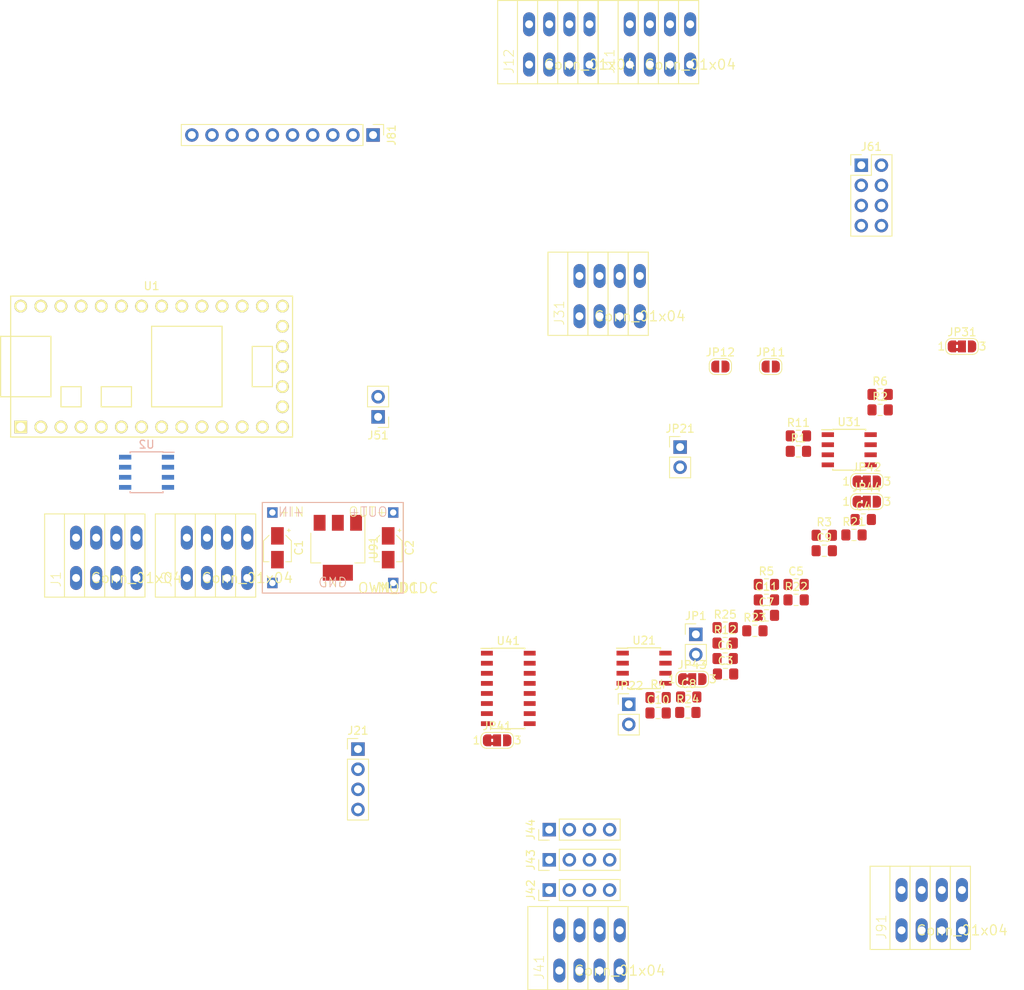
<source format=kicad_pcb>
(kicad_pcb (version 20171130) (host pcbnew 5.0.0)

  (general
    (thickness 1.6)
    (drawings 0)
    (tracks 0)
    (zones 0)
    (modules 55)
    (nets 59)
  )

  (page A4)
  (layers
    (0 F.Cu signal)
    (31 B.Cu signal)
    (32 B.Adhes user)
    (33 F.Adhes user)
    (34 B.Paste user)
    (35 F.Paste user)
    (36 B.SilkS user)
    (37 F.SilkS user)
    (38 B.Mask user)
    (39 F.Mask user)
    (40 Dwgs.User user)
    (41 Cmts.User user)
    (42 Eco1.User user)
    (43 Eco2.User user)
    (44 Edge.Cuts user)
    (45 Margin user)
    (46 B.CrtYd user)
    (47 F.CrtYd user)
    (48 B.Fab user)
    (49 F.Fab user)
  )

  (setup
    (last_trace_width 0.25)
    (trace_clearance 0.2)
    (zone_clearance 0.508)
    (zone_45_only no)
    (trace_min 0.2)
    (segment_width 0.2)
    (edge_width 0.15)
    (via_size 0.8)
    (via_drill 0.4)
    (via_min_size 0.4)
    (via_min_drill 0.3)
    (uvia_size 0.3)
    (uvia_drill 0.1)
    (uvias_allowed no)
    (uvia_min_size 0.2)
    (uvia_min_drill 0.1)
    (pcb_text_width 0.3)
    (pcb_text_size 1.5 1.5)
    (mod_edge_width 0.15)
    (mod_text_size 1 1)
    (mod_text_width 0.15)
    (pad_size 1.524 1.524)
    (pad_drill 0.762)
    (pad_to_mask_clearance 0.2)
    (aux_axis_origin 0 0)
    (visible_elements FFFFFF7F)
    (pcbplotparams
      (layerselection 0x010fc_ffffffff)
      (usegerberextensions false)
      (usegerberattributes false)
      (usegerberadvancedattributes false)
      (creategerberjobfile false)
      (excludeedgelayer true)
      (linewidth 0.100000)
      (plotframeref false)
      (viasonmask false)
      (mode 1)
      (useauxorigin false)
      (hpglpennumber 1)
      (hpglpenspeed 20)
      (hpglpendiameter 15.000000)
      (psnegative false)
      (psa4output false)
      (plotreference true)
      (plotvalue true)
      (plotinvisibletext false)
      (padsonsilk false)
      (subtractmaskfromsilk false)
      (outputformat 1)
      (mirror false)
      (drillshape 1)
      (scaleselection 1)
      (outputdirectory ""))
  )

  (net 0 "")
  (net 1 GND)
  (net 2 +12V)
  (net 3 +5V)
  (net 4 +3V3)
  (net 5 "Net-(J11-Pad4)")
  (net 6 "Net-(J12-Pad4)")
  (net 7 "Net-(J12-Pad2)")
  (net 8 "Net-(J31-Pad2)")
  (net 9 "Net-(J31-Pad3)")
  (net 10 "Net-(J31-Pad4)")
  (net 11 "Net-(J41-Pad4)")
  (net 12 "Net-(J42-Pad2)")
  (net 13 "Net-(J42-Pad4)")
  (net 14 "Net-(J43-Pad4)")
  (net 15 "Net-(J43-Pad2)")
  (net 16 "Net-(J44-Pad4)")
  (net 17 "Net-(J44-Pad2)")
  (net 18 "Net-(J51-Pad2)")
  (net 19 "Net-(J61-Pad4)")
  (net 20 "Net-(J61-Pad6)")
  (net 21 "Net-(J61-Pad7)")
  (net 22 "Net-(J61-Pad8)")
  (net 23 /6)
  (net 24 /10)
  (net 25 /16)
  (net 26 /17)
  (net 27 /20)
  (net 28 /21)
  (net 29 /22)
  (net 30 /23)
  (net 31 "Net-(JP1-Pad1)")
  (net 32 "Net-(JP21-Pad1)")
  (net 33 "Net-(JP22-Pad2)")
  (net 34 "Net-(R23-Pad1)")
  (net 35 "Net-(U1-Pad18)")
  (net 36 "Net-(U1-Pad15)")
  (net 37 "Net-(U1-Pad32)")
  (net 38 "Net-(U1-Pad11)")
  (net 39 "Net-(U1-Pad10)")
  (net 40 "Net-(U1-Pad7)")
  (net 41 "Net-(U1-Pad6)")
  (net 42 "Net-(U1-Pad5)")
  (net 43 "Net-(U1-Pad4)")
  (net 44 "Net-(U1-Pad3)")
  (net 45 "Net-(U2-Pad5)")
  (net 46 /CAN-)
  (net 47 /CAN+)
  (net 48 /OW14)
  (net 49 /SDA)
  (net 50 /SCL)
  (net 51 /D1+)
  (net 52 /D1-)
  (net 53 /D2+)
  (net 54 /D3+)
  (net 55 /D4+)
  (net 56 /SCL0_16)
  (net 57 /DI1_7)
  (net 58 /RX1)

  (net_class Default "This is the default net class."
    (clearance 0.2)
    (trace_width 0.25)
    (via_dia 0.8)
    (via_drill 0.4)
    (uvia_dia 0.3)
    (uvia_drill 0.1)
    (add_net +12V)
    (add_net +3V3)
    (add_net +5V)
    (add_net /10)
    (add_net /16)
    (add_net /17)
    (add_net /20)
    (add_net /21)
    (add_net /22)
    (add_net /23)
    (add_net /6)
    (add_net /CAN+)
    (add_net /CAN-)
    (add_net /D1+)
    (add_net /D1-)
    (add_net /D2+)
    (add_net /D3+)
    (add_net /D4+)
    (add_net /DI1_7)
    (add_net /OW14)
    (add_net /RX1)
    (add_net /SCL)
    (add_net /SCL0_16)
    (add_net /SDA)
    (add_net GND)
    (add_net "Net-(J11-Pad4)")
    (add_net "Net-(J12-Pad2)")
    (add_net "Net-(J12-Pad4)")
    (add_net "Net-(J31-Pad2)")
    (add_net "Net-(J31-Pad3)")
    (add_net "Net-(J31-Pad4)")
    (add_net "Net-(J41-Pad4)")
    (add_net "Net-(J42-Pad2)")
    (add_net "Net-(J42-Pad4)")
    (add_net "Net-(J43-Pad2)")
    (add_net "Net-(J43-Pad4)")
    (add_net "Net-(J44-Pad2)")
    (add_net "Net-(J44-Pad4)")
    (add_net "Net-(J51-Pad2)")
    (add_net "Net-(J61-Pad4)")
    (add_net "Net-(J61-Pad6)")
    (add_net "Net-(J61-Pad7)")
    (add_net "Net-(J61-Pad8)")
    (add_net "Net-(JP1-Pad1)")
    (add_net "Net-(JP21-Pad1)")
    (add_net "Net-(JP22-Pad2)")
    (add_net "Net-(R23-Pad1)")
    (add_net "Net-(U1-Pad10)")
    (add_net "Net-(U1-Pad11)")
    (add_net "Net-(U1-Pad15)")
    (add_net "Net-(U1-Pad18)")
    (add_net "Net-(U1-Pad3)")
    (add_net "Net-(U1-Pad32)")
    (add_net "Net-(U1-Pad4)")
    (add_net "Net-(U1-Pad5)")
    (add_net "Net-(U1-Pad6)")
    (add_net "Net-(U1-Pad7)")
    (add_net "Net-(U2-Pad5)")
  )

  (module Capacitor_SMD:C_0805_2012Metric_Pad1.15x1.40mm_HandSolder (layer F.Cu) (tedit 5B36C52B) (tstamp 5C144419)
    (at 165.755001 104.825001)
    (descr "Capacitor SMD 0805 (2012 Metric), square (rectangular) end terminal, IPC_7351 nominal with elongated pad for handsoldering. (Body size source: https://docs.google.com/spreadsheets/d/1BsfQQcO9C6DZCsRaXUlFlo91Tg2WpOkGARC1WS5S8t0/edit?usp=sharing), generated with kicad-footprint-generator")
    (tags "capacitor handsolder")
    (path /5BE5ACAA)
    (attr smd)
    (fp_text reference C3 (at 0 -1.65) (layer F.SilkS)
      (effects (font (size 1 1) (thickness 0.15)))
    )
    (fp_text value C (at 0 1.65) (layer F.Fab)
      (effects (font (size 1 1) (thickness 0.15)))
    )
    (fp_line (start -1 0.6) (end -1 -0.6) (layer F.Fab) (width 0.1))
    (fp_line (start -1 -0.6) (end 1 -0.6) (layer F.Fab) (width 0.1))
    (fp_line (start 1 -0.6) (end 1 0.6) (layer F.Fab) (width 0.1))
    (fp_line (start 1 0.6) (end -1 0.6) (layer F.Fab) (width 0.1))
    (fp_line (start -0.261252 -0.71) (end 0.261252 -0.71) (layer F.SilkS) (width 0.12))
    (fp_line (start -0.261252 0.71) (end 0.261252 0.71) (layer F.SilkS) (width 0.12))
    (fp_line (start -1.85 0.95) (end -1.85 -0.95) (layer F.CrtYd) (width 0.05))
    (fp_line (start -1.85 -0.95) (end 1.85 -0.95) (layer F.CrtYd) (width 0.05))
    (fp_line (start 1.85 -0.95) (end 1.85 0.95) (layer F.CrtYd) (width 0.05))
    (fp_line (start 1.85 0.95) (end -1.85 0.95) (layer F.CrtYd) (width 0.05))
    (fp_text user %R (at 0 0) (layer F.Fab)
      (effects (font (size 0.5 0.5) (thickness 0.08)))
    )
    (pad 1 smd roundrect (at -1.025 0) (size 1.15 1.4) (layers F.Cu F.Paste F.Mask) (roundrect_rratio 0.217391)
      (net 3 +5V))
    (pad 2 smd roundrect (at 1.025 0) (size 1.15 1.4) (layers F.Cu F.Paste F.Mask) (roundrect_rratio 0.217391)
      (net 1 GND))
    (model ${KISYS3DMOD}/Capacitor_SMD.3dshapes/C_0805_2012Metric.wrl
      (at (xyz 0 0 0))
      (scale (xyz 1 1 1))
      (rotate (xyz 0 0 0))
    )
  )

  (module Capacitor_SMD:C_0805_2012Metric_Pad1.15x1.40mm_HandSolder (layer F.Cu) (tedit 5B36C52B) (tstamp 5C14442A)
    (at 183.125001 85.335001)
    (descr "Capacitor SMD 0805 (2012 Metric), square (rectangular) end terminal, IPC_7351 nominal with elongated pad for handsoldering. (Body size source: https://docs.google.com/spreadsheets/d/1BsfQQcO9C6DZCsRaXUlFlo91Tg2WpOkGARC1WS5S8t0/edit?usp=sharing), generated with kicad-footprint-generator")
    (tags "capacitor handsolder")
    (path /5BE73626)
    (attr smd)
    (fp_text reference C4 (at 0 -1.65) (layer F.SilkS)
      (effects (font (size 1 1) (thickness 0.15)))
    )
    (fp_text value C (at 0 1.65) (layer F.Fab)
      (effects (font (size 1 1) (thickness 0.15)))
    )
    (fp_text user %R (at 0 0) (layer F.Fab)
      (effects (font (size 0.5 0.5) (thickness 0.08)))
    )
    (fp_line (start 1.85 0.95) (end -1.85 0.95) (layer F.CrtYd) (width 0.05))
    (fp_line (start 1.85 -0.95) (end 1.85 0.95) (layer F.CrtYd) (width 0.05))
    (fp_line (start -1.85 -0.95) (end 1.85 -0.95) (layer F.CrtYd) (width 0.05))
    (fp_line (start -1.85 0.95) (end -1.85 -0.95) (layer F.CrtYd) (width 0.05))
    (fp_line (start -0.261252 0.71) (end 0.261252 0.71) (layer F.SilkS) (width 0.12))
    (fp_line (start -0.261252 -0.71) (end 0.261252 -0.71) (layer F.SilkS) (width 0.12))
    (fp_line (start 1 0.6) (end -1 0.6) (layer F.Fab) (width 0.1))
    (fp_line (start 1 -0.6) (end 1 0.6) (layer F.Fab) (width 0.1))
    (fp_line (start -1 -0.6) (end 1 -0.6) (layer F.Fab) (width 0.1))
    (fp_line (start -1 0.6) (end -1 -0.6) (layer F.Fab) (width 0.1))
    (pad 2 smd roundrect (at 1.025 0) (size 1.15 1.4) (layers F.Cu F.Paste F.Mask) (roundrect_rratio 0.217391)
      (net 1 GND))
    (pad 1 smd roundrect (at -1.025 0) (size 1.15 1.4) (layers F.Cu F.Paste F.Mask) (roundrect_rratio 0.217391)
      (net 3 +5V))
    (model ${KISYS3DMOD}/Capacitor_SMD.3dshapes/C_0805_2012Metric.wrl
      (at (xyz 0 0 0))
      (scale (xyz 1 1 1))
      (rotate (xyz 0 0 0))
    )
  )

  (module Capacitor_SMD:C_0805_2012Metric_Pad1.15x1.40mm_HandSolder (layer F.Cu) (tedit 5B36C52B) (tstamp 5C14443B)
    (at 174.655001 93.525001)
    (descr "Capacitor SMD 0805 (2012 Metric), square (rectangular) end terminal, IPC_7351 nominal with elongated pad for handsoldering. (Body size source: https://docs.google.com/spreadsheets/d/1BsfQQcO9C6DZCsRaXUlFlo91Tg2WpOkGARC1WS5S8t0/edit?usp=sharing), generated with kicad-footprint-generator")
    (tags "capacitor handsolder")
    (path /5BE73E32)
    (attr smd)
    (fp_text reference C5 (at 0 -1.65) (layer F.SilkS)
      (effects (font (size 1 1) (thickness 0.15)))
    )
    (fp_text value C (at 0 1.65) (layer F.Fab)
      (effects (font (size 1 1) (thickness 0.15)))
    )
    (fp_line (start -1 0.6) (end -1 -0.6) (layer F.Fab) (width 0.1))
    (fp_line (start -1 -0.6) (end 1 -0.6) (layer F.Fab) (width 0.1))
    (fp_line (start 1 -0.6) (end 1 0.6) (layer F.Fab) (width 0.1))
    (fp_line (start 1 0.6) (end -1 0.6) (layer F.Fab) (width 0.1))
    (fp_line (start -0.261252 -0.71) (end 0.261252 -0.71) (layer F.SilkS) (width 0.12))
    (fp_line (start -0.261252 0.71) (end 0.261252 0.71) (layer F.SilkS) (width 0.12))
    (fp_line (start -1.85 0.95) (end -1.85 -0.95) (layer F.CrtYd) (width 0.05))
    (fp_line (start -1.85 -0.95) (end 1.85 -0.95) (layer F.CrtYd) (width 0.05))
    (fp_line (start 1.85 -0.95) (end 1.85 0.95) (layer F.CrtYd) (width 0.05))
    (fp_line (start 1.85 0.95) (end -1.85 0.95) (layer F.CrtYd) (width 0.05))
    (fp_text user %R (at 0 0) (layer F.Fab)
      (effects (font (size 0.5 0.5) (thickness 0.08)))
    )
    (pad 1 smd roundrect (at -1.025 0) (size 1.15 1.4) (layers F.Cu F.Paste F.Mask) (roundrect_rratio 0.217391)
      (net 3 +5V))
    (pad 2 smd roundrect (at 1.025 0) (size 1.15 1.4) (layers F.Cu F.Paste F.Mask) (roundrect_rratio 0.217391)
      (net 1 GND))
    (model ${KISYS3DMOD}/Capacitor_SMD.3dshapes/C_0805_2012Metric.wrl
      (at (xyz 0 0 0))
      (scale (xyz 1 1 1))
      (rotate (xyz 0 0 0))
    )
  )

  (module Capacitor_SMD:C_0805_2012Metric_Pad1.15x1.40mm_HandSolder (layer F.Cu) (tedit 5B36C52B) (tstamp 5C14444C)
    (at 165.705001 102.875001)
    (descr "Capacitor SMD 0805 (2012 Metric), square (rectangular) end terminal, IPC_7351 nominal with elongated pad for handsoldering. (Body size source: https://docs.google.com/spreadsheets/d/1BsfQQcO9C6DZCsRaXUlFlo91Tg2WpOkGARC1WS5S8t0/edit?usp=sharing), generated with kicad-footprint-generator")
    (tags "capacitor handsolder")
    (path /5BE74570)
    (attr smd)
    (fp_text reference C6 (at 0 -1.65) (layer F.SilkS)
      (effects (font (size 1 1) (thickness 0.15)))
    )
    (fp_text value C (at 0 1.65) (layer F.Fab)
      (effects (font (size 1 1) (thickness 0.15)))
    )
    (fp_text user %R (at 0 0) (layer F.Fab)
      (effects (font (size 0.5 0.5) (thickness 0.08)))
    )
    (fp_line (start 1.85 0.95) (end -1.85 0.95) (layer F.CrtYd) (width 0.05))
    (fp_line (start 1.85 -0.95) (end 1.85 0.95) (layer F.CrtYd) (width 0.05))
    (fp_line (start -1.85 -0.95) (end 1.85 -0.95) (layer F.CrtYd) (width 0.05))
    (fp_line (start -1.85 0.95) (end -1.85 -0.95) (layer F.CrtYd) (width 0.05))
    (fp_line (start -0.261252 0.71) (end 0.261252 0.71) (layer F.SilkS) (width 0.12))
    (fp_line (start -0.261252 -0.71) (end 0.261252 -0.71) (layer F.SilkS) (width 0.12))
    (fp_line (start 1 0.6) (end -1 0.6) (layer F.Fab) (width 0.1))
    (fp_line (start 1 -0.6) (end 1 0.6) (layer F.Fab) (width 0.1))
    (fp_line (start -1 -0.6) (end 1 -0.6) (layer F.Fab) (width 0.1))
    (fp_line (start -1 0.6) (end -1 -0.6) (layer F.Fab) (width 0.1))
    (pad 2 smd roundrect (at 1.025 0) (size 1.15 1.4) (layers F.Cu F.Paste F.Mask) (roundrect_rratio 0.217391)
      (net 1 GND))
    (pad 1 smd roundrect (at -1.025 0) (size 1.15 1.4) (layers F.Cu F.Paste F.Mask) (roundrect_rratio 0.217391)
      (net 3 +5V))
    (model ${KISYS3DMOD}/Capacitor_SMD.3dshapes/C_0805_2012Metric.wrl
      (at (xyz 0 0 0))
      (scale (xyz 1 1 1))
      (rotate (xyz 0 0 0))
    )
  )

  (module Capacitor_SMD:C_0805_2012Metric_Pad1.15x1.40mm_HandSolder (layer F.Cu) (tedit 5B36C52B) (tstamp 5C14445D)
    (at 170.905001 97.425001)
    (descr "Capacitor SMD 0805 (2012 Metric), square (rectangular) end terminal, IPC_7351 nominal with elongated pad for handsoldering. (Body size source: https://docs.google.com/spreadsheets/d/1BsfQQcO9C6DZCsRaXUlFlo91Tg2WpOkGARC1WS5S8t0/edit?usp=sharing), generated with kicad-footprint-generator")
    (tags "capacitor handsolder")
    (path /5BE74CB6)
    (attr smd)
    (fp_text reference C7 (at 0 -1.65) (layer F.SilkS)
      (effects (font (size 1 1) (thickness 0.15)))
    )
    (fp_text value C (at 0 1.65) (layer F.Fab)
      (effects (font (size 1 1) (thickness 0.15)))
    )
    (fp_line (start -1 0.6) (end -1 -0.6) (layer F.Fab) (width 0.1))
    (fp_line (start -1 -0.6) (end 1 -0.6) (layer F.Fab) (width 0.1))
    (fp_line (start 1 -0.6) (end 1 0.6) (layer F.Fab) (width 0.1))
    (fp_line (start 1 0.6) (end -1 0.6) (layer F.Fab) (width 0.1))
    (fp_line (start -0.261252 -0.71) (end 0.261252 -0.71) (layer F.SilkS) (width 0.12))
    (fp_line (start -0.261252 0.71) (end 0.261252 0.71) (layer F.SilkS) (width 0.12))
    (fp_line (start -1.85 0.95) (end -1.85 -0.95) (layer F.CrtYd) (width 0.05))
    (fp_line (start -1.85 -0.95) (end 1.85 -0.95) (layer F.CrtYd) (width 0.05))
    (fp_line (start 1.85 -0.95) (end 1.85 0.95) (layer F.CrtYd) (width 0.05))
    (fp_line (start 1.85 0.95) (end -1.85 0.95) (layer F.CrtYd) (width 0.05))
    (fp_text user %R (at 0 0) (layer F.Fab)
      (effects (font (size 0.5 0.5) (thickness 0.08)))
    )
    (pad 1 smd roundrect (at -1.025 0) (size 1.15 1.4) (layers F.Cu F.Paste F.Mask) (roundrect_rratio 0.217391)
      (net 3 +5V))
    (pad 2 smd roundrect (at 1.025 0) (size 1.15 1.4) (layers F.Cu F.Paste F.Mask) (roundrect_rratio 0.217391)
      (net 1 GND))
    (model ${KISYS3DMOD}/Capacitor_SMD.3dshapes/C_0805_2012Metric.wrl
      (at (xyz 0 0 0))
      (scale (xyz 1 1 1))
      (rotate (xyz 0 0 0))
    )
  )

  (module Capacitor_SMD:C_0805_2012Metric_Pad1.15x1.40mm_HandSolder (layer F.Cu) (tedit 5B36C52B) (tstamp 5C14446E)
    (at 161.105001 107.725001)
    (descr "Capacitor SMD 0805 (2012 Metric), square (rectangular) end terminal, IPC_7351 nominal with elongated pad for handsoldering. (Body size source: https://docs.google.com/spreadsheets/d/1BsfQQcO9C6DZCsRaXUlFlo91Tg2WpOkGARC1WS5S8t0/edit?usp=sharing), generated with kicad-footprint-generator")
    (tags "capacitor handsolder")
    (path /5BE753F8)
    (attr smd)
    (fp_text reference C8 (at 0 -1.65) (layer F.SilkS)
      (effects (font (size 1 1) (thickness 0.15)))
    )
    (fp_text value C (at 0 1.65) (layer F.Fab)
      (effects (font (size 1 1) (thickness 0.15)))
    )
    (fp_text user %R (at 0 0) (layer F.Fab)
      (effects (font (size 0.5 0.5) (thickness 0.08)))
    )
    (fp_line (start 1.85 0.95) (end -1.85 0.95) (layer F.CrtYd) (width 0.05))
    (fp_line (start 1.85 -0.95) (end 1.85 0.95) (layer F.CrtYd) (width 0.05))
    (fp_line (start -1.85 -0.95) (end 1.85 -0.95) (layer F.CrtYd) (width 0.05))
    (fp_line (start -1.85 0.95) (end -1.85 -0.95) (layer F.CrtYd) (width 0.05))
    (fp_line (start -0.261252 0.71) (end 0.261252 0.71) (layer F.SilkS) (width 0.12))
    (fp_line (start -0.261252 -0.71) (end 0.261252 -0.71) (layer F.SilkS) (width 0.12))
    (fp_line (start 1 0.6) (end -1 0.6) (layer F.Fab) (width 0.1))
    (fp_line (start 1 -0.6) (end 1 0.6) (layer F.Fab) (width 0.1))
    (fp_line (start -1 -0.6) (end 1 -0.6) (layer F.Fab) (width 0.1))
    (fp_line (start -1 0.6) (end -1 -0.6) (layer F.Fab) (width 0.1))
    (pad 2 smd roundrect (at 1.025 0) (size 1.15 1.4) (layers F.Cu F.Paste F.Mask) (roundrect_rratio 0.217391)
      (net 1 GND))
    (pad 1 smd roundrect (at -1.025 0) (size 1.15 1.4) (layers F.Cu F.Paste F.Mask) (roundrect_rratio 0.217391)
      (net 3 +5V))
    (model ${KISYS3DMOD}/Capacitor_SMD.3dshapes/C_0805_2012Metric.wrl
      (at (xyz 0 0 0))
      (scale (xyz 1 1 1))
      (rotate (xyz 0 0 0))
    )
  )

  (module Capacitor_SMD:C_0805_2012Metric_Pad1.15x1.40mm_HandSolder (layer F.Cu) (tedit 5B36C52B) (tstamp 5C14447F)
    (at 178.205001 89.275001)
    (descr "Capacitor SMD 0805 (2012 Metric), square (rectangular) end terminal, IPC_7351 nominal with elongated pad for handsoldering. (Body size source: https://docs.google.com/spreadsheets/d/1BsfQQcO9C6DZCsRaXUlFlo91Tg2WpOkGARC1WS5S8t0/edit?usp=sharing), generated with kicad-footprint-generator")
    (tags "capacitor handsolder")
    (path /5BE75B3C)
    (attr smd)
    (fp_text reference C9 (at 0 -1.65) (layer F.SilkS)
      (effects (font (size 1 1) (thickness 0.15)))
    )
    (fp_text value C (at 0 1.65) (layer F.Fab)
      (effects (font (size 1 1) (thickness 0.15)))
    )
    (fp_line (start -1 0.6) (end -1 -0.6) (layer F.Fab) (width 0.1))
    (fp_line (start -1 -0.6) (end 1 -0.6) (layer F.Fab) (width 0.1))
    (fp_line (start 1 -0.6) (end 1 0.6) (layer F.Fab) (width 0.1))
    (fp_line (start 1 0.6) (end -1 0.6) (layer F.Fab) (width 0.1))
    (fp_line (start -0.261252 -0.71) (end 0.261252 -0.71) (layer F.SilkS) (width 0.12))
    (fp_line (start -0.261252 0.71) (end 0.261252 0.71) (layer F.SilkS) (width 0.12))
    (fp_line (start -1.85 0.95) (end -1.85 -0.95) (layer F.CrtYd) (width 0.05))
    (fp_line (start -1.85 -0.95) (end 1.85 -0.95) (layer F.CrtYd) (width 0.05))
    (fp_line (start 1.85 -0.95) (end 1.85 0.95) (layer F.CrtYd) (width 0.05))
    (fp_line (start 1.85 0.95) (end -1.85 0.95) (layer F.CrtYd) (width 0.05))
    (fp_text user %R (at 0 0) (layer F.Fab)
      (effects (font (size 0.5 0.5) (thickness 0.08)))
    )
    (pad 1 smd roundrect (at -1.025 0) (size 1.15 1.4) (layers F.Cu F.Paste F.Mask) (roundrect_rratio 0.217391)
      (net 3 +5V))
    (pad 2 smd roundrect (at 1.025 0) (size 1.15 1.4) (layers F.Cu F.Paste F.Mask) (roundrect_rratio 0.217391)
      (net 1 GND))
    (model ${KISYS3DMOD}/Capacitor_SMD.3dshapes/C_0805_2012Metric.wrl
      (at (xyz 0 0 0))
      (scale (xyz 1 1 1))
      (rotate (xyz 0 0 0))
    )
  )

  (module Capacitor_SMD:C_0805_2012Metric_Pad1.15x1.40mm_HandSolder (layer F.Cu) (tedit 5B36C52B) (tstamp 5C144490)
    (at 157.245001 109.745001)
    (descr "Capacitor SMD 0805 (2012 Metric), square (rectangular) end terminal, IPC_7351 nominal with elongated pad for handsoldering. (Body size source: https://docs.google.com/spreadsheets/d/1BsfQQcO9C6DZCsRaXUlFlo91Tg2WpOkGARC1WS5S8t0/edit?usp=sharing), generated with kicad-footprint-generator")
    (tags "capacitor handsolder")
    (path /5F4B85D3)
    (attr smd)
    (fp_text reference C10 (at 0 -1.65) (layer F.SilkS)
      (effects (font (size 1 1) (thickness 0.15)))
    )
    (fp_text value C (at 0 1.65) (layer F.Fab)
      (effects (font (size 1 1) (thickness 0.15)))
    )
    (fp_line (start -1 0.6) (end -1 -0.6) (layer F.Fab) (width 0.1))
    (fp_line (start -1 -0.6) (end 1 -0.6) (layer F.Fab) (width 0.1))
    (fp_line (start 1 -0.6) (end 1 0.6) (layer F.Fab) (width 0.1))
    (fp_line (start 1 0.6) (end -1 0.6) (layer F.Fab) (width 0.1))
    (fp_line (start -0.261252 -0.71) (end 0.261252 -0.71) (layer F.SilkS) (width 0.12))
    (fp_line (start -0.261252 0.71) (end 0.261252 0.71) (layer F.SilkS) (width 0.12))
    (fp_line (start -1.85 0.95) (end -1.85 -0.95) (layer F.CrtYd) (width 0.05))
    (fp_line (start -1.85 -0.95) (end 1.85 -0.95) (layer F.CrtYd) (width 0.05))
    (fp_line (start 1.85 -0.95) (end 1.85 0.95) (layer F.CrtYd) (width 0.05))
    (fp_line (start 1.85 0.95) (end -1.85 0.95) (layer F.CrtYd) (width 0.05))
    (fp_text user %R (at 0 0) (layer F.Fab)
      (effects (font (size 0.5 0.5) (thickness 0.08)))
    )
    (pad 1 smd roundrect (at -1.025 0) (size 1.15 1.4) (layers F.Cu F.Paste F.Mask) (roundrect_rratio 0.217391)
      (net 4 +3V3))
    (pad 2 smd roundrect (at 1.025 0) (size 1.15 1.4) (layers F.Cu F.Paste F.Mask) (roundrect_rratio 0.217391)
      (net 1 GND))
    (model ${KISYS3DMOD}/Capacitor_SMD.3dshapes/C_0805_2012Metric.wrl
      (at (xyz 0 0 0))
      (scale (xyz 1 1 1))
      (rotate (xyz 0 0 0))
    )
  )

  (module Capacitor_SMD:C_0805_2012Metric_Pad1.15x1.40mm_HandSolder (layer F.Cu) (tedit 5B36C52B) (tstamp 5C1444A1)
    (at 170.905001 95.475001)
    (descr "Capacitor SMD 0805 (2012 Metric), square (rectangular) end terminal, IPC_7351 nominal with elongated pad for handsoldering. (Body size source: https://docs.google.com/spreadsheets/d/1BsfQQcO9C6DZCsRaXUlFlo91Tg2WpOkGARC1WS5S8t0/edit?usp=sharing), generated with kicad-footprint-generator")
    (tags "capacitor handsolder")
    (path /5F4DE0A2)
    (attr smd)
    (fp_text reference C11 (at 0 -1.65) (layer F.SilkS)
      (effects (font (size 1 1) (thickness 0.15)))
    )
    (fp_text value C (at 0 1.65) (layer F.Fab)
      (effects (font (size 1 1) (thickness 0.15)))
    )
    (fp_text user %R (at 0 0) (layer F.Fab)
      (effects (font (size 0.5 0.5) (thickness 0.08)))
    )
    (fp_line (start 1.85 0.95) (end -1.85 0.95) (layer F.CrtYd) (width 0.05))
    (fp_line (start 1.85 -0.95) (end 1.85 0.95) (layer F.CrtYd) (width 0.05))
    (fp_line (start -1.85 -0.95) (end 1.85 -0.95) (layer F.CrtYd) (width 0.05))
    (fp_line (start -1.85 0.95) (end -1.85 -0.95) (layer F.CrtYd) (width 0.05))
    (fp_line (start -0.261252 0.71) (end 0.261252 0.71) (layer F.SilkS) (width 0.12))
    (fp_line (start -0.261252 -0.71) (end 0.261252 -0.71) (layer F.SilkS) (width 0.12))
    (fp_line (start 1 0.6) (end -1 0.6) (layer F.Fab) (width 0.1))
    (fp_line (start 1 -0.6) (end 1 0.6) (layer F.Fab) (width 0.1))
    (fp_line (start -1 -0.6) (end 1 -0.6) (layer F.Fab) (width 0.1))
    (fp_line (start -1 0.6) (end -1 -0.6) (layer F.Fab) (width 0.1))
    (pad 2 smd roundrect (at 1.025 0) (size 1.15 1.4) (layers F.Cu F.Paste F.Mask) (roundrect_rratio 0.217391)
      (net 1 GND))
    (pad 1 smd roundrect (at -1.025 0) (size 1.15 1.4) (layers F.Cu F.Paste F.Mask) (roundrect_rratio 0.217391)
      (net 4 +3V3))
    (model ${KISYS3DMOD}/Capacitor_SMD.3dshapes/C_0805_2012Metric.wrl
      (at (xyz 0 0 0))
      (scale (xyz 1 1 1))
      (rotate (xyz 0 0 0))
    )
  )

  (module CANNode:OWN_KF141V-P4_simple (layer F.Cu) (tedit 5BE8AF3A) (tstamp 5C1444BD)
    (at 91.44 92.71)
    (path /5BE5A752)
    (fp_text reference J1 (at -10.16 1.27 90) (layer F.SilkS)
      (effects (font (size 1.2065 1.2065) (thickness 0.1016)) (justify left))
    )
    (fp_text value Conn_01x04 (at 0 0) (layer F.SilkS)
      (effects (font (size 1.27 1.27) (thickness 0.15)))
    )
    (fp_line (start -11.59 -8.08) (end -11.59 2.42) (layer F.SilkS) (width 0.127))
    (fp_line (start -11.59 -8.08) (end -9.09 -8.08) (layer F.SilkS) (width 0.127))
    (fp_line (start -9.09 -8.08) (end -6.55 -8.08) (layer F.SilkS) (width 0.127))
    (fp_line (start -6.55 -8.08) (end -4.01 -8.08) (layer F.SilkS) (width 0.127))
    (fp_line (start -4.01 -8.08) (end -1.47 -8.08) (layer F.SilkS) (width 0.127))
    (fp_line (start -1.47 2.42) (end -4.01 2.42) (layer F.SilkS) (width 0.127))
    (fp_line (start -4.01 2.42) (end -6.55 2.42) (layer F.SilkS) (width 0.127))
    (fp_line (start -6.55 2.42) (end -9.09 2.42) (layer F.SilkS) (width 0.127))
    (fp_line (start -9.09 2.42) (end -11.59 2.42) (layer F.SilkS) (width 0.127))
    (fp_line (start -9.09 -8.08) (end -9.09 2.42) (layer F.SilkS) (width 0.127))
    (fp_line (start -6.55 -8.08) (end -6.55 2.42) (layer F.SilkS) (width 0.127))
    (fp_line (start -4.01 -8.08) (end -4.01 2.42) (layer F.SilkS) (width 0.127))
    (fp_line (start -1.47 -8.08) (end -1.47 2.42) (layer F.SilkS) (width 0.127))
    (fp_line (start 1.07 -8.08) (end 1.07 2.42) (layer F.SilkS) (width 0.127))
    (fp_line (start -1.43 -8.08) (end 1.07 -8.08) (layer F.SilkS) (width 0.127))
    (fp_line (start -1.43 2.42) (end 1.07 2.42) (layer F.SilkS) (width 0.127))
    (pad 1 thru_hole oval (at -7.62 0 90) (size 3.016 1.508) (drill 1) (layers *.Cu *.Mask)
      (net 1 GND) (solder_mask_margin 0.1016))
    (pad 2 thru_hole oval (at -5.08 0 90) (size 3.016 1.508) (drill 1) (layers *.Cu *.Mask)
      (net 46 /CAN-) (solder_mask_margin 0.1016))
    (pad 3 thru_hole oval (at -2.54 0 90) (size 3.016 1.508) (drill 1) (layers *.Cu *.Mask)
      (net 47 /CAN+) (solder_mask_margin 0.1016))
    (pad 4 thru_hole oval (at 0 0 90) (size 3.016 1.508) (drill 1) (layers *.Cu *.Mask)
      (net 2 +12V) (solder_mask_margin 0.1016))
    (pad 1 thru_hole oval (at -7.62 -5.08 90) (size 3.016 1.508) (drill 1) (layers *.Cu *.Mask)
      (net 1 GND) (solder_mask_margin 0.1016))
    (pad 2 thru_hole oval (at -5.08 -5.08 90) (size 3.016 1.508) (drill 1) (layers *.Cu *.Mask)
      (net 46 /CAN-) (solder_mask_margin 0.1016))
    (pad 3 thru_hole oval (at -2.54 -5.08 90) (size 3.016 1.508) (drill 1) (layers *.Cu *.Mask)
      (net 47 /CAN+) (solder_mask_margin 0.1016))
    (pad 4 thru_hole oval (at 0 -5.08 90) (size 3.016 1.508) (drill 1) (layers *.Cu *.Mask)
      (net 2 +12V) (solder_mask_margin 0.1016))
  )

  (module CANNode:OWN_KF141V-P4_simple (layer F.Cu) (tedit 5BE8AF3A) (tstamp 5C1444D9)
    (at 105.41 92.71)
    (path /5BE5A7E0)
    (fp_text reference J2 (at -10.16 1.27 90) (layer F.SilkS)
      (effects (font (size 1.2065 1.2065) (thickness 0.1016)) (justify left))
    )
    (fp_text value Conn_01x04 (at 0 0) (layer F.SilkS)
      (effects (font (size 1.27 1.27) (thickness 0.15)))
    )
    (fp_line (start -11.59 -8.08) (end -11.59 2.42) (layer F.SilkS) (width 0.127))
    (fp_line (start -11.59 -8.08) (end -9.09 -8.08) (layer F.SilkS) (width 0.127))
    (fp_line (start -9.09 -8.08) (end -6.55 -8.08) (layer F.SilkS) (width 0.127))
    (fp_line (start -6.55 -8.08) (end -4.01 -8.08) (layer F.SilkS) (width 0.127))
    (fp_line (start -4.01 -8.08) (end -1.47 -8.08) (layer F.SilkS) (width 0.127))
    (fp_line (start -1.47 2.42) (end -4.01 2.42) (layer F.SilkS) (width 0.127))
    (fp_line (start -4.01 2.42) (end -6.55 2.42) (layer F.SilkS) (width 0.127))
    (fp_line (start -6.55 2.42) (end -9.09 2.42) (layer F.SilkS) (width 0.127))
    (fp_line (start -9.09 2.42) (end -11.59 2.42) (layer F.SilkS) (width 0.127))
    (fp_line (start -9.09 -8.08) (end -9.09 2.42) (layer F.SilkS) (width 0.127))
    (fp_line (start -6.55 -8.08) (end -6.55 2.42) (layer F.SilkS) (width 0.127))
    (fp_line (start -4.01 -8.08) (end -4.01 2.42) (layer F.SilkS) (width 0.127))
    (fp_line (start -1.47 -8.08) (end -1.47 2.42) (layer F.SilkS) (width 0.127))
    (fp_line (start 1.07 -8.08) (end 1.07 2.42) (layer F.SilkS) (width 0.127))
    (fp_line (start -1.43 -8.08) (end 1.07 -8.08) (layer F.SilkS) (width 0.127))
    (fp_line (start -1.43 2.42) (end 1.07 2.42) (layer F.SilkS) (width 0.127))
    (pad 1 thru_hole oval (at -7.62 0 90) (size 3.016 1.508) (drill 1) (layers *.Cu *.Mask)
      (net 1 GND) (solder_mask_margin 0.1016))
    (pad 2 thru_hole oval (at -5.08 0 90) (size 3.016 1.508) (drill 1) (layers *.Cu *.Mask)
      (net 46 /CAN-) (solder_mask_margin 0.1016))
    (pad 3 thru_hole oval (at -2.54 0 90) (size 3.016 1.508) (drill 1) (layers *.Cu *.Mask)
      (net 47 /CAN+) (solder_mask_margin 0.1016))
    (pad 4 thru_hole oval (at 0 0 90) (size 3.016 1.508) (drill 1) (layers *.Cu *.Mask)
      (net 2 +12V) (solder_mask_margin 0.1016))
    (pad 1 thru_hole oval (at -7.62 -5.08 90) (size 3.016 1.508) (drill 1) (layers *.Cu *.Mask)
      (net 1 GND) (solder_mask_margin 0.1016))
    (pad 2 thru_hole oval (at -5.08 -5.08 90) (size 3.016 1.508) (drill 1) (layers *.Cu *.Mask)
      (net 46 /CAN-) (solder_mask_margin 0.1016))
    (pad 3 thru_hole oval (at -2.54 -5.08 90) (size 3.016 1.508) (drill 1) (layers *.Cu *.Mask)
      (net 47 /CAN+) (solder_mask_margin 0.1016))
    (pad 4 thru_hole oval (at 0 -5.08 90) (size 3.016 1.508) (drill 1) (layers *.Cu *.Mask)
      (net 2 +12V) (solder_mask_margin 0.1016))
  )

  (module CANNode:OWN_KF141V-P4_simple (layer F.Cu) (tedit 5BE8AF3A) (tstamp 5C1444F5)
    (at 161.29 27.94)
    (path /5BE5B721)
    (fp_text reference J11 (at -10.16 1.27 90) (layer F.SilkS)
      (effects (font (size 1.2065 1.2065) (thickness 0.1016)) (justify left))
    )
    (fp_text value Conn_01x04 (at 0 0) (layer F.SilkS)
      (effects (font (size 1.27 1.27) (thickness 0.15)))
    )
    (fp_line (start -11.59 -8.08) (end -11.59 2.42) (layer F.SilkS) (width 0.127))
    (fp_line (start -11.59 -8.08) (end -9.09 -8.08) (layer F.SilkS) (width 0.127))
    (fp_line (start -9.09 -8.08) (end -6.55 -8.08) (layer F.SilkS) (width 0.127))
    (fp_line (start -6.55 -8.08) (end -4.01 -8.08) (layer F.SilkS) (width 0.127))
    (fp_line (start -4.01 -8.08) (end -1.47 -8.08) (layer F.SilkS) (width 0.127))
    (fp_line (start -1.47 2.42) (end -4.01 2.42) (layer F.SilkS) (width 0.127))
    (fp_line (start -4.01 2.42) (end -6.55 2.42) (layer F.SilkS) (width 0.127))
    (fp_line (start -6.55 2.42) (end -9.09 2.42) (layer F.SilkS) (width 0.127))
    (fp_line (start -9.09 2.42) (end -11.59 2.42) (layer F.SilkS) (width 0.127))
    (fp_line (start -9.09 -8.08) (end -9.09 2.42) (layer F.SilkS) (width 0.127))
    (fp_line (start -6.55 -8.08) (end -6.55 2.42) (layer F.SilkS) (width 0.127))
    (fp_line (start -4.01 -8.08) (end -4.01 2.42) (layer F.SilkS) (width 0.127))
    (fp_line (start -1.47 -8.08) (end -1.47 2.42) (layer F.SilkS) (width 0.127))
    (fp_line (start 1.07 -8.08) (end 1.07 2.42) (layer F.SilkS) (width 0.127))
    (fp_line (start -1.43 -8.08) (end 1.07 -8.08) (layer F.SilkS) (width 0.127))
    (fp_line (start -1.43 2.42) (end 1.07 2.42) (layer F.SilkS) (width 0.127))
    (pad 1 thru_hole oval (at -7.62 0 90) (size 3.016 1.508) (drill 1) (layers *.Cu *.Mask)
      (net 1 GND) (solder_mask_margin 0.1016))
    (pad 2 thru_hole oval (at -5.08 0 90) (size 3.016 1.508) (drill 1) (layers *.Cu *.Mask)
      (net 48 /OW14) (solder_mask_margin 0.1016))
    (pad 3 thru_hole oval (at -2.54 0 90) (size 3.016 1.508) (drill 1) (layers *.Cu *.Mask)
      (net 3 +5V) (solder_mask_margin 0.1016))
    (pad 4 thru_hole oval (at 0 0 90) (size 3.016 1.508) (drill 1) (layers *.Cu *.Mask)
      (net 5 "Net-(J11-Pad4)") (solder_mask_margin 0.1016))
    (pad 1 thru_hole oval (at -7.62 -5.08 90) (size 3.016 1.508) (drill 1) (layers *.Cu *.Mask)
      (net 1 GND) (solder_mask_margin 0.1016))
    (pad 2 thru_hole oval (at -5.08 -5.08 90) (size 3.016 1.508) (drill 1) (layers *.Cu *.Mask)
      (net 48 /OW14) (solder_mask_margin 0.1016))
    (pad 3 thru_hole oval (at -2.54 -5.08 90) (size 3.016 1.508) (drill 1) (layers *.Cu *.Mask)
      (net 3 +5V) (solder_mask_margin 0.1016))
    (pad 4 thru_hole oval (at 0 -5.08 90) (size 3.016 1.508) (drill 1) (layers *.Cu *.Mask)
      (net 5 "Net-(J11-Pad4)") (solder_mask_margin 0.1016))
  )

  (module CANNode:OWN_KF141V-P4_simple (layer F.Cu) (tedit 5BE8AF3A) (tstamp 5C144561)
    (at 154.94 59.69)
    (path /5BF2BE90)
    (fp_text reference J31 (at -10.16 1.27 90) (layer F.SilkS)
      (effects (font (size 1.2065 1.2065) (thickness 0.1016)) (justify left))
    )
    (fp_text value Conn_01x04 (at 0 0) (layer F.SilkS)
      (effects (font (size 1.27 1.27) (thickness 0.15)))
    )
    (fp_line (start -11.59 -8.08) (end -11.59 2.42) (layer F.SilkS) (width 0.127))
    (fp_line (start -11.59 -8.08) (end -9.09 -8.08) (layer F.SilkS) (width 0.127))
    (fp_line (start -9.09 -8.08) (end -6.55 -8.08) (layer F.SilkS) (width 0.127))
    (fp_line (start -6.55 -8.08) (end -4.01 -8.08) (layer F.SilkS) (width 0.127))
    (fp_line (start -4.01 -8.08) (end -1.47 -8.08) (layer F.SilkS) (width 0.127))
    (fp_line (start -1.47 2.42) (end -4.01 2.42) (layer F.SilkS) (width 0.127))
    (fp_line (start -4.01 2.42) (end -6.55 2.42) (layer F.SilkS) (width 0.127))
    (fp_line (start -6.55 2.42) (end -9.09 2.42) (layer F.SilkS) (width 0.127))
    (fp_line (start -9.09 2.42) (end -11.59 2.42) (layer F.SilkS) (width 0.127))
    (fp_line (start -9.09 -8.08) (end -9.09 2.42) (layer F.SilkS) (width 0.127))
    (fp_line (start -6.55 -8.08) (end -6.55 2.42) (layer F.SilkS) (width 0.127))
    (fp_line (start -4.01 -8.08) (end -4.01 2.42) (layer F.SilkS) (width 0.127))
    (fp_line (start -1.47 -8.08) (end -1.47 2.42) (layer F.SilkS) (width 0.127))
    (fp_line (start 1.07 -8.08) (end 1.07 2.42) (layer F.SilkS) (width 0.127))
    (fp_line (start -1.43 -8.08) (end 1.07 -8.08) (layer F.SilkS) (width 0.127))
    (fp_line (start -1.43 2.42) (end 1.07 2.42) (layer F.SilkS) (width 0.127))
    (pad 1 thru_hole oval (at -7.62 0 90) (size 3.016 1.508) (drill 1) (layers *.Cu *.Mask)
      (net 1 GND) (solder_mask_margin 0.1016))
    (pad 2 thru_hole oval (at -5.08 0 90) (size 3.016 1.508) (drill 1) (layers *.Cu *.Mask)
      (net 8 "Net-(J31-Pad2)") (solder_mask_margin 0.1016))
    (pad 3 thru_hole oval (at -2.54 0 90) (size 3.016 1.508) (drill 1) (layers *.Cu *.Mask)
      (net 9 "Net-(J31-Pad3)") (solder_mask_margin 0.1016))
    (pad 4 thru_hole oval (at 0 0 90) (size 3.016 1.508) (drill 1) (layers *.Cu *.Mask)
      (net 10 "Net-(J31-Pad4)") (solder_mask_margin 0.1016))
    (pad 1 thru_hole oval (at -7.62 -5.08 90) (size 3.016 1.508) (drill 1) (layers *.Cu *.Mask)
      (net 1 GND) (solder_mask_margin 0.1016))
    (pad 2 thru_hole oval (at -5.08 -5.08 90) (size 3.016 1.508) (drill 1) (layers *.Cu *.Mask)
      (net 8 "Net-(J31-Pad2)") (solder_mask_margin 0.1016))
    (pad 3 thru_hole oval (at -2.54 -5.08 90) (size 3.016 1.508) (drill 1) (layers *.Cu *.Mask)
      (net 9 "Net-(J31-Pad3)") (solder_mask_margin 0.1016))
    (pad 4 thru_hole oval (at 0 -5.08 90) (size 3.016 1.508) (drill 1) (layers *.Cu *.Mask)
      (net 10 "Net-(J31-Pad4)") (solder_mask_margin 0.1016))
  )

  (module CANNode:OWN_KF141V-P4_simple (layer F.Cu) (tedit 5BE8AF3A) (tstamp 5C14457D)
    (at 152.4 142.24)
    (path /5C608256)
    (fp_text reference J41 (at -10.16 1.27 90) (layer F.SilkS)
      (effects (font (size 1.2065 1.2065) (thickness 0.1016)) (justify left))
    )
    (fp_text value Conn_01x04 (at 0 0) (layer F.SilkS)
      (effects (font (size 1.27 1.27) (thickness 0.15)))
    )
    (fp_line (start -1.43 2.42) (end 1.07 2.42) (layer F.SilkS) (width 0.127))
    (fp_line (start -1.43 -8.08) (end 1.07 -8.08) (layer F.SilkS) (width 0.127))
    (fp_line (start 1.07 -8.08) (end 1.07 2.42) (layer F.SilkS) (width 0.127))
    (fp_line (start -1.47 -8.08) (end -1.47 2.42) (layer F.SilkS) (width 0.127))
    (fp_line (start -4.01 -8.08) (end -4.01 2.42) (layer F.SilkS) (width 0.127))
    (fp_line (start -6.55 -8.08) (end -6.55 2.42) (layer F.SilkS) (width 0.127))
    (fp_line (start -9.09 -8.08) (end -9.09 2.42) (layer F.SilkS) (width 0.127))
    (fp_line (start -9.09 2.42) (end -11.59 2.42) (layer F.SilkS) (width 0.127))
    (fp_line (start -6.55 2.42) (end -9.09 2.42) (layer F.SilkS) (width 0.127))
    (fp_line (start -4.01 2.42) (end -6.55 2.42) (layer F.SilkS) (width 0.127))
    (fp_line (start -1.47 2.42) (end -4.01 2.42) (layer F.SilkS) (width 0.127))
    (fp_line (start -4.01 -8.08) (end -1.47 -8.08) (layer F.SilkS) (width 0.127))
    (fp_line (start -6.55 -8.08) (end -4.01 -8.08) (layer F.SilkS) (width 0.127))
    (fp_line (start -9.09 -8.08) (end -6.55 -8.08) (layer F.SilkS) (width 0.127))
    (fp_line (start -11.59 -8.08) (end -9.09 -8.08) (layer F.SilkS) (width 0.127))
    (fp_line (start -11.59 -8.08) (end -11.59 2.42) (layer F.SilkS) (width 0.127))
    (pad 4 thru_hole oval (at 0 -5.08 90) (size 3.016 1.508) (drill 1) (layers *.Cu *.Mask)
      (net 11 "Net-(J41-Pad4)") (solder_mask_margin 0.1016))
    (pad 3 thru_hole oval (at -2.54 -5.08 90) (size 3.016 1.508) (drill 1) (layers *.Cu *.Mask)
      (net 51 /D1+) (solder_mask_margin 0.1016))
    (pad 2 thru_hole oval (at -5.08 -5.08 90) (size 3.016 1.508) (drill 1) (layers *.Cu *.Mask)
      (net 52 /D1-) (solder_mask_margin 0.1016))
    (pad 1 thru_hole oval (at -7.62 -5.08 90) (size 3.016 1.508) (drill 1) (layers *.Cu *.Mask)
      (net 1 GND) (solder_mask_margin 0.1016))
    (pad 4 thru_hole oval (at 0 0 90) (size 3.016 1.508) (drill 1) (layers *.Cu *.Mask)
      (net 11 "Net-(J41-Pad4)") (solder_mask_margin 0.1016))
    (pad 3 thru_hole oval (at -2.54 0 90) (size 3.016 1.508) (drill 1) (layers *.Cu *.Mask)
      (net 51 /D1+) (solder_mask_margin 0.1016))
    (pad 2 thru_hole oval (at -5.08 0 90) (size 3.016 1.508) (drill 1) (layers *.Cu *.Mask)
      (net 52 /D1-) (solder_mask_margin 0.1016))
    (pad 1 thru_hole oval (at -7.62 0 90) (size 3.016 1.508) (drill 1) (layers *.Cu *.Mask)
      (net 1 GND) (solder_mask_margin 0.1016))
  )

  (module Connector_PinHeader_2.54mm:PinHeader_1x02_P2.54mm_Vertical (layer F.Cu) (tedit 59FED5CC) (tstamp 5C1445E7)
    (at 121.92 72.39 180)
    (descr "Through hole straight pin header, 1x02, 2.54mm pitch, single row")
    (tags "Through hole pin header THT 1x02 2.54mm single row")
    (path /5F46C9B4)
    (fp_text reference J51 (at 0 -2.33 180) (layer F.SilkS)
      (effects (font (size 1 1) (thickness 0.15)))
    )
    (fp_text value Conn_01x02 (at 0 4.87 180) (layer F.Fab)
      (effects (font (size 1 1) (thickness 0.15)))
    )
    (fp_text user %R (at 0 1.27 270) (layer F.Fab)
      (effects (font (size 1 1) (thickness 0.15)))
    )
    (fp_line (start 1.8 -1.8) (end -1.8 -1.8) (layer F.CrtYd) (width 0.05))
    (fp_line (start 1.8 4.35) (end 1.8 -1.8) (layer F.CrtYd) (width 0.05))
    (fp_line (start -1.8 4.35) (end 1.8 4.35) (layer F.CrtYd) (width 0.05))
    (fp_line (start -1.8 -1.8) (end -1.8 4.35) (layer F.CrtYd) (width 0.05))
    (fp_line (start -1.33 -1.33) (end 0 -1.33) (layer F.SilkS) (width 0.12))
    (fp_line (start -1.33 0) (end -1.33 -1.33) (layer F.SilkS) (width 0.12))
    (fp_line (start -1.33 1.27) (end 1.33 1.27) (layer F.SilkS) (width 0.12))
    (fp_line (start 1.33 1.27) (end 1.33 3.87) (layer F.SilkS) (width 0.12))
    (fp_line (start -1.33 1.27) (end -1.33 3.87) (layer F.SilkS) (width 0.12))
    (fp_line (start -1.33 3.87) (end 1.33 3.87) (layer F.SilkS) (width 0.12))
    (fp_line (start -1.27 -0.635) (end -0.635 -1.27) (layer F.Fab) (width 0.1))
    (fp_line (start -1.27 3.81) (end -1.27 -0.635) (layer F.Fab) (width 0.1))
    (fp_line (start 1.27 3.81) (end -1.27 3.81) (layer F.Fab) (width 0.1))
    (fp_line (start 1.27 -1.27) (end 1.27 3.81) (layer F.Fab) (width 0.1))
    (fp_line (start -0.635 -1.27) (end 1.27 -1.27) (layer F.Fab) (width 0.1))
    (pad 2 thru_hole oval (at 0 2.54 180) (size 1.7 1.7) (drill 1) (layers *.Cu *.Mask)
      (net 18 "Net-(J51-Pad2)"))
    (pad 1 thru_hole rect (at 0 0 180) (size 1.7 1.7) (drill 1) (layers *.Cu *.Mask)
      (net 1 GND))
    (model ${KISYS3DMOD}/Connector_PinHeader_2.54mm.3dshapes/PinHeader_1x02_P2.54mm_Vertical.wrl
      (at (xyz 0 0 0))
      (scale (xyz 1 1 1))
      (rotate (xyz 0 0 0))
    )
  )

  (module Connector_PinHeader_2.54mm:PinHeader_1x10_P2.54mm_Vertical (layer F.Cu) (tedit 59FED5CC) (tstamp 5C144636)
    (at 121.285 36.83 270)
    (descr "Through hole straight pin header, 1x10, 2.54mm pitch, single row")
    (tags "Through hole pin header THT 1x10 2.54mm single row")
    (path /5BE5B2FB)
    (fp_text reference J81 (at 0 -2.33 270) (layer F.SilkS)
      (effects (font (size 1 1) (thickness 0.15)))
    )
    (fp_text value Conn_01x10 (at 0 25.19 270) (layer F.Fab)
      (effects (font (size 1 1) (thickness 0.15)))
    )
    (fp_line (start -0.635 -1.27) (end 1.27 -1.27) (layer F.Fab) (width 0.1))
    (fp_line (start 1.27 -1.27) (end 1.27 24.13) (layer F.Fab) (width 0.1))
    (fp_line (start 1.27 24.13) (end -1.27 24.13) (layer F.Fab) (width 0.1))
    (fp_line (start -1.27 24.13) (end -1.27 -0.635) (layer F.Fab) (width 0.1))
    (fp_line (start -1.27 -0.635) (end -0.635 -1.27) (layer F.Fab) (width 0.1))
    (fp_line (start -1.33 24.19) (end 1.33 24.19) (layer F.SilkS) (width 0.12))
    (fp_line (start -1.33 1.27) (end -1.33 24.19) (layer F.SilkS) (width 0.12))
    (fp_line (start 1.33 1.27) (end 1.33 24.19) (layer F.SilkS) (width 0.12))
    (fp_line (start -1.33 1.27) (end 1.33 1.27) (layer F.SilkS) (width 0.12))
    (fp_line (start -1.33 0) (end -1.33 -1.33) (layer F.SilkS) (width 0.12))
    (fp_line (start -1.33 -1.33) (end 0 -1.33) (layer F.SilkS) (width 0.12))
    (fp_line (start -1.8 -1.8) (end -1.8 24.65) (layer F.CrtYd) (width 0.05))
    (fp_line (start -1.8 24.65) (end 1.8 24.65) (layer F.CrtYd) (width 0.05))
    (fp_line (start 1.8 24.65) (end 1.8 -1.8) (layer F.CrtYd) (width 0.05))
    (fp_line (start 1.8 -1.8) (end -1.8 -1.8) (layer F.CrtYd) (width 0.05))
    (fp_text user %R (at 0 11.43) (layer F.Fab)
      (effects (font (size 1 1) (thickness 0.15)))
    )
    (pad 1 thru_hole rect (at 0 0 270) (size 1.7 1.7) (drill 1) (layers *.Cu *.Mask)
      (net 1 GND))
    (pad 2 thru_hole oval (at 0 2.54 270) (size 1.7 1.7) (drill 1) (layers *.Cu *.Mask)
      (net 23 /6))
    (pad 3 thru_hole oval (at 0 5.08 270) (size 1.7 1.7) (drill 1) (layers *.Cu *.Mask)
      (net 24 /10))
    (pad 4 thru_hole oval (at 0 7.62 270) (size 1.7 1.7) (drill 1) (layers *.Cu *.Mask)
      (net 25 /16))
    (pad 5 thru_hole oval (at 0 10.16 270) (size 1.7 1.7) (drill 1) (layers *.Cu *.Mask)
      (net 26 /17))
    (pad 6 thru_hole oval (at 0 12.7 270) (size 1.7 1.7) (drill 1) (layers *.Cu *.Mask)
      (net 27 /20))
    (pad 7 thru_hole oval (at 0 15.24 270) (size 1.7 1.7) (drill 1) (layers *.Cu *.Mask)
      (net 28 /21))
    (pad 8 thru_hole oval (at 0 17.78 270) (size 1.7 1.7) (drill 1) (layers *.Cu *.Mask)
      (net 29 /22))
    (pad 9 thru_hole oval (at 0 20.32 270) (size 1.7 1.7) (drill 1) (layers *.Cu *.Mask)
      (net 30 /23))
    (pad 10 thru_hole oval (at 0 22.86 270) (size 1.7 1.7) (drill 1) (layers *.Cu *.Mask)
      (net 3 +5V))
    (model ${KISYS3DMOD}/Connector_PinHeader_2.54mm.3dshapes/PinHeader_1x10_P2.54mm_Vertical.wrl
      (at (xyz 0 0 0))
      (scale (xyz 1 1 1))
      (rotate (xyz 0 0 0))
    )
  )

  (module Connector_PinHeader_2.54mm:PinHeader_1x02_P2.54mm_Vertical (layer F.Cu) (tedit 59FED5CC) (tstamp 5C144680)
    (at 162.005001 99.825001)
    (descr "Through hole straight pin header, 1x02, 2.54mm pitch, single row")
    (tags "Through hole pin header THT 1x02 2.54mm single row")
    (path /5BE5E77E)
    (fp_text reference JP1 (at 0 -2.33) (layer F.SilkS)
      (effects (font (size 1 1) (thickness 0.15)))
    )
    (fp_text value Jumper_NC_Small (at 0 4.87) (layer F.Fab)
      (effects (font (size 1 1) (thickness 0.15)))
    )
    (fp_line (start -0.635 -1.27) (end 1.27 -1.27) (layer F.Fab) (width 0.1))
    (fp_line (start 1.27 -1.27) (end 1.27 3.81) (layer F.Fab) (width 0.1))
    (fp_line (start 1.27 3.81) (end -1.27 3.81) (layer F.Fab) (width 0.1))
    (fp_line (start -1.27 3.81) (end -1.27 -0.635) (layer F.Fab) (width 0.1))
    (fp_line (start -1.27 -0.635) (end -0.635 -1.27) (layer F.Fab) (width 0.1))
    (fp_line (start -1.33 3.87) (end 1.33 3.87) (layer F.SilkS) (width 0.12))
    (fp_line (start -1.33 1.27) (end -1.33 3.87) (layer F.SilkS) (width 0.12))
    (fp_line (start 1.33 1.27) (end 1.33 3.87) (layer F.SilkS) (width 0.12))
    (fp_line (start -1.33 1.27) (end 1.33 1.27) (layer F.SilkS) (width 0.12))
    (fp_line (start -1.33 0) (end -1.33 -1.33) (layer F.SilkS) (width 0.12))
    (fp_line (start -1.33 -1.33) (end 0 -1.33) (layer F.SilkS) (width 0.12))
    (fp_line (start -1.8 -1.8) (end -1.8 4.35) (layer F.CrtYd) (width 0.05))
    (fp_line (start -1.8 4.35) (end 1.8 4.35) (layer F.CrtYd) (width 0.05))
    (fp_line (start 1.8 4.35) (end 1.8 -1.8) (layer F.CrtYd) (width 0.05))
    (fp_line (start 1.8 -1.8) (end -1.8 -1.8) (layer F.CrtYd) (width 0.05))
    (fp_text user %R (at 0 1.27 90) (layer F.Fab)
      (effects (font (size 1 1) (thickness 0.15)))
    )
    (pad 1 thru_hole rect (at 0 0) (size 1.7 1.7) (drill 1) (layers *.Cu *.Mask)
      (net 31 "Net-(JP1-Pad1)"))
    (pad 2 thru_hole oval (at 0 2.54) (size 1.7 1.7) (drill 1) (layers *.Cu *.Mask)
      (net 46 /CAN-))
    (model ${KISYS3DMOD}/Connector_PinHeader_2.54mm.3dshapes/PinHeader_1x02_P2.54mm_Vertical.wrl
      (at (xyz 0 0 0))
      (scale (xyz 1 1 1))
      (rotate (xyz 0 0 0))
    )
  )

  (module Connector_PinHeader_2.54mm:PinHeader_1x02_P2.54mm_Vertical (layer F.Cu) (tedit 59FED5CC) (tstamp 5C1446C2)
    (at 160.02 76.2)
    (descr "Through hole straight pin header, 1x02, 2.54mm pitch, single row")
    (tags "Through hole pin header THT 1x02 2.54mm single row")
    (path /5C6686E3)
    (fp_text reference JP21 (at 0 -2.33) (layer F.SilkS)
      (effects (font (size 1 1) (thickness 0.15)))
    )
    (fp_text value Jumper_NC_Small (at 0 4.87) (layer F.Fab)
      (effects (font (size 1 1) (thickness 0.15)))
    )
    (fp_line (start -0.635 -1.27) (end 1.27 -1.27) (layer F.Fab) (width 0.1))
    (fp_line (start 1.27 -1.27) (end 1.27 3.81) (layer F.Fab) (width 0.1))
    (fp_line (start 1.27 3.81) (end -1.27 3.81) (layer F.Fab) (width 0.1))
    (fp_line (start -1.27 3.81) (end -1.27 -0.635) (layer F.Fab) (width 0.1))
    (fp_line (start -1.27 -0.635) (end -0.635 -1.27) (layer F.Fab) (width 0.1))
    (fp_line (start -1.33 3.87) (end 1.33 3.87) (layer F.SilkS) (width 0.12))
    (fp_line (start -1.33 1.27) (end -1.33 3.87) (layer F.SilkS) (width 0.12))
    (fp_line (start 1.33 1.27) (end 1.33 3.87) (layer F.SilkS) (width 0.12))
    (fp_line (start -1.33 1.27) (end 1.33 1.27) (layer F.SilkS) (width 0.12))
    (fp_line (start -1.33 0) (end -1.33 -1.33) (layer F.SilkS) (width 0.12))
    (fp_line (start -1.33 -1.33) (end 0 -1.33) (layer F.SilkS) (width 0.12))
    (fp_line (start -1.8 -1.8) (end -1.8 4.35) (layer F.CrtYd) (width 0.05))
    (fp_line (start -1.8 4.35) (end 1.8 4.35) (layer F.CrtYd) (width 0.05))
    (fp_line (start 1.8 4.35) (end 1.8 -1.8) (layer F.CrtYd) (width 0.05))
    (fp_line (start 1.8 -1.8) (end -1.8 -1.8) (layer F.CrtYd) (width 0.05))
    (fp_text user %R (at 0 1.27 90) (layer F.Fab)
      (effects (font (size 1 1) (thickness 0.15)))
    )
    (pad 1 thru_hole rect (at 0 0) (size 1.7 1.7) (drill 1) (layers *.Cu *.Mask)
      (net 32 "Net-(JP21-Pad1)"))
    (pad 2 thru_hole oval (at 0 2.54) (size 1.7 1.7) (drill 1) (layers *.Cu *.Mask)
      (net 56 /SCL0_16))
    (model ${KISYS3DMOD}/Connector_PinHeader_2.54mm.3dshapes/PinHeader_1x02_P2.54mm_Vertical.wrl
      (at (xyz 0 0 0))
      (scale (xyz 1 1 1))
      (rotate (xyz 0 0 0))
    )
  )

  (module Connector_PinHeader_2.54mm:PinHeader_1x02_P2.54mm_Vertical (layer F.Cu) (tedit 59FED5CC) (tstamp 5C1446D8)
    (at 153.545001 108.645001)
    (descr "Through hole straight pin header, 1x02, 2.54mm pitch, single row")
    (tags "Through hole pin header THT 1x02 2.54mm single row")
    (path /5C5D6848)
    (fp_text reference JP22 (at 0 -2.33) (layer F.SilkS)
      (effects (font (size 1 1) (thickness 0.15)))
    )
    (fp_text value Jumper_NC_Small (at 0 4.87) (layer F.Fab)
      (effects (font (size 1 1) (thickness 0.15)))
    )
    (fp_text user %R (at 0 1.27 90) (layer F.Fab)
      (effects (font (size 1 1) (thickness 0.15)))
    )
    (fp_line (start 1.8 -1.8) (end -1.8 -1.8) (layer F.CrtYd) (width 0.05))
    (fp_line (start 1.8 4.35) (end 1.8 -1.8) (layer F.CrtYd) (width 0.05))
    (fp_line (start -1.8 4.35) (end 1.8 4.35) (layer F.CrtYd) (width 0.05))
    (fp_line (start -1.8 -1.8) (end -1.8 4.35) (layer F.CrtYd) (width 0.05))
    (fp_line (start -1.33 -1.33) (end 0 -1.33) (layer F.SilkS) (width 0.12))
    (fp_line (start -1.33 0) (end -1.33 -1.33) (layer F.SilkS) (width 0.12))
    (fp_line (start -1.33 1.27) (end 1.33 1.27) (layer F.SilkS) (width 0.12))
    (fp_line (start 1.33 1.27) (end 1.33 3.87) (layer F.SilkS) (width 0.12))
    (fp_line (start -1.33 1.27) (end -1.33 3.87) (layer F.SilkS) (width 0.12))
    (fp_line (start -1.33 3.87) (end 1.33 3.87) (layer F.SilkS) (width 0.12))
    (fp_line (start -1.27 -0.635) (end -0.635 -1.27) (layer F.Fab) (width 0.1))
    (fp_line (start -1.27 3.81) (end -1.27 -0.635) (layer F.Fab) (width 0.1))
    (fp_line (start 1.27 3.81) (end -1.27 3.81) (layer F.Fab) (width 0.1))
    (fp_line (start 1.27 -1.27) (end 1.27 3.81) (layer F.Fab) (width 0.1))
    (fp_line (start -0.635 -1.27) (end 1.27 -1.27) (layer F.Fab) (width 0.1))
    (pad 2 thru_hole oval (at 0 2.54) (size 1.7 1.7) (drill 1) (layers *.Cu *.Mask)
      (net 33 "Net-(JP22-Pad2)"))
    (pad 1 thru_hole rect (at 0 0) (size 1.7 1.7) (drill 1) (layers *.Cu *.Mask)
      (net 21 "Net-(J61-Pad7)"))
    (model ${KISYS3DMOD}/Connector_PinHeader_2.54mm.3dshapes/PinHeader_1x02_P2.54mm_Vertical.wrl
      (at (xyz 0 0 0))
      (scale (xyz 1 1 1))
      (rotate (xyz 0 0 0))
    )
  )

  (module Jumper:SolderJumper-3_P1.3mm_Bridged2Bar12_RoundedPad1.0x1.5mm_NumberLabels (layer F.Cu) (tedit 5B391A16) (tstamp 5C1446ED)
    (at 195.58 63.5)
    (descr "SMD Solder 3-pad Jumper, 1x1.5mm rounded Pads, 0.3mm gap, pads 1-2 Bridged2Bar with 2 copper strip, labeled with numbers")
    (tags "solder jumper open")
    (path /5BF5B524)
    (attr virtual)
    (fp_text reference JP31 (at 0 -1.8) (layer F.SilkS)
      (effects (font (size 1 1) (thickness 0.15)))
    )
    (fp_text value Jumper_3_Bridged12 (at 0 1.9) (layer F.Fab)
      (effects (font (size 1 1) (thickness 0.15)))
    )
    (fp_arc (start -1.35 -0.3) (end -1.35 -1) (angle -90) (layer F.SilkS) (width 0.12))
    (fp_arc (start -1.35 0.3) (end -2.05 0.3) (angle -90) (layer F.SilkS) (width 0.12))
    (fp_arc (start 1.35 0.3) (end 1.35 1) (angle -90) (layer F.SilkS) (width 0.12))
    (fp_arc (start 1.35 -0.3) (end 2.05 -0.3) (angle -90) (layer F.SilkS) (width 0.12))
    (fp_line (start 2.3 1.25) (end -2.3 1.25) (layer F.CrtYd) (width 0.05))
    (fp_line (start 2.3 1.25) (end 2.3 -1.25) (layer F.CrtYd) (width 0.05))
    (fp_line (start -2.3 -1.25) (end -2.3 1.25) (layer F.CrtYd) (width 0.05))
    (fp_line (start -2.3 -1.25) (end 2.3 -1.25) (layer F.CrtYd) (width 0.05))
    (fp_line (start -1.4 -1) (end 1.4 -1) (layer F.SilkS) (width 0.12))
    (fp_line (start 2.05 -0.3) (end 2.05 0.3) (layer F.SilkS) (width 0.12))
    (fp_line (start 1.4 1) (end -1.4 1) (layer F.SilkS) (width 0.12))
    (fp_line (start -2.05 0.3) (end -2.05 -0.3) (layer F.SilkS) (width 0.12))
    (fp_text user 1 (at -2.6 0) (layer F.SilkS)
      (effects (font (size 1 1) (thickness 0.15)))
    )
    (fp_text user 3 (at 2.6 0) (layer F.SilkS)
      (effects (font (size 1 1) (thickness 0.15)))
    )
    (pad 2 smd rect (at 0 0) (size 1 1.5) (layers F.Cu F.Mask)
      (net 10 "Net-(J31-Pad4)"))
    (pad 3 smd custom (at 1.3 0) (size 1 0.5) (layers F.Cu F.Mask)
      (net 3 +5V) (zone_connect 0)
      (options (clearance outline) (anchor rect))
      (primitives
        (gr_circle (center 0 0.25) (end 0.5 0.25) (width 0))
        (gr_circle (center 0 -0.25) (end 0.5 -0.25) (width 0))
        (gr_poly (pts
           (xy -0.55 -0.75) (xy 0 -0.75) (xy 0 0.75) (xy -0.55 0.75)) (width 0))
      ))
    (pad 1 smd custom (at -1.3 0) (size 1 0.5) (layers F.Cu F.Mask)
      (net 2 +12V) (zone_connect 0)
      (options (clearance outline) (anchor rect))
      (primitives
        (gr_circle (center 0 0.25) (end 0.5 0.25) (width 0))
        (gr_circle (center 0 -0.25) (end 0.5 -0.25) (width 0))
        (gr_poly (pts
           (xy 0.55 -0.75) (xy 0 -0.75) (xy 0 0.75) (xy 0.55 0.75)) (width 0))
        (gr_poly (pts
           (xy 0.4 -0.6) (xy 0.9 -0.6) (xy 0.9 -0.2) (xy 0.4 -0.2)) (width 0))
        (gr_poly (pts
           (xy 0.4 0.2) (xy 0.9 0.2) (xy 0.9 0.6) (xy 0.4 0.6)) (width 0))
      ))
  )

  (module Jumper:SolderJumper-3_P1.3mm_Bridged2Bar12_RoundedPad1.0x1.5mm_NumberLabels (layer F.Cu) (tedit 5B391A16) (tstamp 5C144702)
    (at 136.935001 113.195001)
    (descr "SMD Solder 3-pad Jumper, 1x1.5mm rounded Pads, 0.3mm gap, pads 1-2 Bridged2Bar with 2 copper strip, labeled with numbers")
    (tags "solder jumper open")
    (path /5C60827D)
    (attr virtual)
    (fp_text reference JP41 (at 0 -1.8) (layer F.SilkS)
      (effects (font (size 1 1) (thickness 0.15)))
    )
    (fp_text value Jumper_3_Bridged12 (at 0 1.9) (layer F.Fab)
      (effects (font (size 1 1) (thickness 0.15)))
    )
    (fp_text user 3 (at 2.6 0) (layer F.SilkS)
      (effects (font (size 1 1) (thickness 0.15)))
    )
    (fp_text user 1 (at -2.6 0) (layer F.SilkS)
      (effects (font (size 1 1) (thickness 0.15)))
    )
    (fp_line (start -2.05 0.3) (end -2.05 -0.3) (layer F.SilkS) (width 0.12))
    (fp_line (start 1.4 1) (end -1.4 1) (layer F.SilkS) (width 0.12))
    (fp_line (start 2.05 -0.3) (end 2.05 0.3) (layer F.SilkS) (width 0.12))
    (fp_line (start -1.4 -1) (end 1.4 -1) (layer F.SilkS) (width 0.12))
    (fp_line (start -2.3 -1.25) (end 2.3 -1.25) (layer F.CrtYd) (width 0.05))
    (fp_line (start -2.3 -1.25) (end -2.3 1.25) (layer F.CrtYd) (width 0.05))
    (fp_line (start 2.3 1.25) (end 2.3 -1.25) (layer F.CrtYd) (width 0.05))
    (fp_line (start 2.3 1.25) (end -2.3 1.25) (layer F.CrtYd) (width 0.05))
    (fp_arc (start 1.35 -0.3) (end 2.05 -0.3) (angle -90) (layer F.SilkS) (width 0.12))
    (fp_arc (start 1.35 0.3) (end 1.35 1) (angle -90) (layer F.SilkS) (width 0.12))
    (fp_arc (start -1.35 0.3) (end -2.05 0.3) (angle -90) (layer F.SilkS) (width 0.12))
    (fp_arc (start -1.35 -0.3) (end -1.35 -1) (angle -90) (layer F.SilkS) (width 0.12))
    (pad 1 smd custom (at -1.3 0) (size 1 0.5) (layers F.Cu F.Mask)
      (net 2 +12V) (zone_connect 0)
      (options (clearance outline) (anchor rect))
      (primitives
        (gr_circle (center 0 0.25) (end 0.5 0.25) (width 0))
        (gr_circle (center 0 -0.25) (end 0.5 -0.25) (width 0))
        (gr_poly (pts
           (xy 0.55 -0.75) (xy 0 -0.75) (xy 0 0.75) (xy 0.55 0.75)) (width 0))
        (gr_poly (pts
           (xy 0.4 -0.6) (xy 0.9 -0.6) (xy 0.9 -0.2) (xy 0.4 -0.2)) (width 0))
        (gr_poly (pts
           (xy 0.4 0.2) (xy 0.9 0.2) (xy 0.9 0.6) (xy 0.4 0.6)) (width 0))
      ))
    (pad 3 smd custom (at 1.3 0) (size 1 0.5) (layers F.Cu F.Mask)
      (net 3 +5V) (zone_connect 0)
      (options (clearance outline) (anchor rect))
      (primitives
        (gr_circle (center 0 0.25) (end 0.5 0.25) (width 0))
        (gr_circle (center 0 -0.25) (end 0.5 -0.25) (width 0))
        (gr_poly (pts
           (xy -0.55 -0.75) (xy 0 -0.75) (xy 0 0.75) (xy -0.55 0.75)) (width 0))
      ))
    (pad 2 smd rect (at 0 0) (size 1 1.5) (layers F.Cu F.Mask)
      (net 11 "Net-(J41-Pad4)"))
  )

  (module Jumper:SolderJumper-3_P1.3mm_Bridged2Bar12_RoundedPad1.0x1.5mm_NumberLabels (layer F.Cu) (tedit 5B391A16) (tstamp 5C144717)
    (at 183.575001 80.535001)
    (descr "SMD Solder 3-pad Jumper, 1x1.5mm rounded Pads, 0.3mm gap, pads 1-2 Bridged2Bar with 2 copper strip, labeled with numbers")
    (tags "solder jumper open")
    (path /5C3B5FF9)
    (attr virtual)
    (fp_text reference JP42 (at 0 -1.8) (layer F.SilkS)
      (effects (font (size 1 1) (thickness 0.15)))
    )
    (fp_text value Jumper_3_Bridged12 (at 0 1.9) (layer F.Fab)
      (effects (font (size 1 1) (thickness 0.15)))
    )
    (fp_arc (start -1.35 -0.3) (end -1.35 -1) (angle -90) (layer F.SilkS) (width 0.12))
    (fp_arc (start -1.35 0.3) (end -2.05 0.3) (angle -90) (layer F.SilkS) (width 0.12))
    (fp_arc (start 1.35 0.3) (end 1.35 1) (angle -90) (layer F.SilkS) (width 0.12))
    (fp_arc (start 1.35 -0.3) (end 2.05 -0.3) (angle -90) (layer F.SilkS) (width 0.12))
    (fp_line (start 2.3 1.25) (end -2.3 1.25) (layer F.CrtYd) (width 0.05))
    (fp_line (start 2.3 1.25) (end 2.3 -1.25) (layer F.CrtYd) (width 0.05))
    (fp_line (start -2.3 -1.25) (end -2.3 1.25) (layer F.CrtYd) (width 0.05))
    (fp_line (start -2.3 -1.25) (end 2.3 -1.25) (layer F.CrtYd) (width 0.05))
    (fp_line (start -1.4 -1) (end 1.4 -1) (layer F.SilkS) (width 0.12))
    (fp_line (start 2.05 -0.3) (end 2.05 0.3) (layer F.SilkS) (width 0.12))
    (fp_line (start 1.4 1) (end -1.4 1) (layer F.SilkS) (width 0.12))
    (fp_line (start -2.05 0.3) (end -2.05 -0.3) (layer F.SilkS) (width 0.12))
    (fp_text user 1 (at -2.6 0) (layer F.SilkS)
      (effects (font (size 1 1) (thickness 0.15)))
    )
    (fp_text user 3 (at 2.6 0) (layer F.SilkS)
      (effects (font (size 1 1) (thickness 0.15)))
    )
    (pad 2 smd rect (at 0 0) (size 1 1.5) (layers F.Cu F.Mask)
      (net 13 "Net-(J42-Pad4)"))
    (pad 3 smd custom (at 1.3 0) (size 1 0.5) (layers F.Cu F.Mask)
      (net 3 +5V) (zone_connect 0)
      (options (clearance outline) (anchor rect))
      (primitives
        (gr_circle (center 0 0.25) (end 0.5 0.25) (width 0))
        (gr_circle (center 0 -0.25) (end 0.5 -0.25) (width 0))
        (gr_poly (pts
           (xy -0.55 -0.75) (xy 0 -0.75) (xy 0 0.75) (xy -0.55 0.75)) (width 0))
      ))
    (pad 1 smd custom (at -1.3 0) (size 1 0.5) (layers F.Cu F.Mask)
      (net 2 +12V) (zone_connect 0)
      (options (clearance outline) (anchor rect))
      (primitives
        (gr_circle (center 0 0.25) (end 0.5 0.25) (width 0))
        (gr_circle (center 0 -0.25) (end 0.5 -0.25) (width 0))
        (gr_poly (pts
           (xy 0.55 -0.75) (xy 0 -0.75) (xy 0 0.75) (xy 0.55 0.75)) (width 0))
        (gr_poly (pts
           (xy 0.4 -0.6) (xy 0.9 -0.6) (xy 0.9 -0.2) (xy 0.4 -0.2)) (width 0))
        (gr_poly (pts
           (xy 0.4 0.2) (xy 0.9 0.2) (xy 0.9 0.6) (xy 0.4 0.6)) (width 0))
      ))
  )

  (module Jumper:SolderJumper-3_P1.3mm_Bridged2Bar12_RoundedPad1.0x1.5mm_NumberLabels (layer F.Cu) (tedit 5B391A16) (tstamp 5C14472C)
    (at 161.555001 105.475001)
    (descr "SMD Solder 3-pad Jumper, 1x1.5mm rounded Pads, 0.3mm gap, pads 1-2 Bridged2Bar with 2 copper strip, labeled with numbers")
    (tags "solder jumper open")
    (path /5C39C065)
    (attr virtual)
    (fp_text reference JP43 (at 0 -1.8) (layer F.SilkS)
      (effects (font (size 1 1) (thickness 0.15)))
    )
    (fp_text value Jumper_3_Bridged12 (at 0 1.9) (layer F.Fab)
      (effects (font (size 1 1) (thickness 0.15)))
    )
    (fp_text user 3 (at 2.6 0) (layer F.SilkS)
      (effects (font (size 1 1) (thickness 0.15)))
    )
    (fp_text user 1 (at -2.6 0) (layer F.SilkS)
      (effects (font (size 1 1) (thickness 0.15)))
    )
    (fp_line (start -2.05 0.3) (end -2.05 -0.3) (layer F.SilkS) (width 0.12))
    (fp_line (start 1.4 1) (end -1.4 1) (layer F.SilkS) (width 0.12))
    (fp_line (start 2.05 -0.3) (end 2.05 0.3) (layer F.SilkS) (width 0.12))
    (fp_line (start -1.4 -1) (end 1.4 -1) (layer F.SilkS) (width 0.12))
    (fp_line (start -2.3 -1.25) (end 2.3 -1.25) (layer F.CrtYd) (width 0.05))
    (fp_line (start -2.3 -1.25) (end -2.3 1.25) (layer F.CrtYd) (width 0.05))
    (fp_line (start 2.3 1.25) (end 2.3 -1.25) (layer F.CrtYd) (width 0.05))
    (fp_line (start 2.3 1.25) (end -2.3 1.25) (layer F.CrtYd) (width 0.05))
    (fp_arc (start 1.35 -0.3) (end 2.05 -0.3) (angle -90) (layer F.SilkS) (width 0.12))
    (fp_arc (start 1.35 0.3) (end 1.35 1) (angle -90) (layer F.SilkS) (width 0.12))
    (fp_arc (start -1.35 0.3) (end -2.05 0.3) (angle -90) (layer F.SilkS) (width 0.12))
    (fp_arc (start -1.35 -0.3) (end -1.35 -1) (angle -90) (layer F.SilkS) (width 0.12))
    (pad 1 smd custom (at -1.3 0) (size 1 0.5) (layers F.Cu F.Mask)
      (net 2 +12V) (zone_connect 0)
      (options (clearance outline) (anchor rect))
      (primitives
        (gr_circle (center 0 0.25) (end 0.5 0.25) (width 0))
        (gr_circle (center 0 -0.25) (end 0.5 -0.25) (width 0))
        (gr_poly (pts
           (xy 0.55 -0.75) (xy 0 -0.75) (xy 0 0.75) (xy 0.55 0.75)) (width 0))
        (gr_poly (pts
           (xy 0.4 -0.6) (xy 0.9 -0.6) (xy 0.9 -0.2) (xy 0.4 -0.2)) (width 0))
        (gr_poly (pts
           (xy 0.4 0.2) (xy 0.9 0.2) (xy 0.9 0.6) (xy 0.4 0.6)) (width 0))
      ))
    (pad 3 smd custom (at 1.3 0) (size 1 0.5) (layers F.Cu F.Mask)
      (net 3 +5V) (zone_connect 0)
      (options (clearance outline) (anchor rect))
      (primitives
        (gr_circle (center 0 0.25) (end 0.5 0.25) (width 0))
        (gr_circle (center 0 -0.25) (end 0.5 -0.25) (width 0))
        (gr_poly (pts
           (xy -0.55 -0.75) (xy 0 -0.75) (xy 0 0.75) (xy -0.55 0.75)) (width 0))
      ))
    (pad 2 smd rect (at 0 0) (size 1 1.5) (layers F.Cu F.Mask)
      (net 14 "Net-(J43-Pad4)"))
  )

  (module Jumper:SolderJumper-3_P1.3mm_Bridged2Bar12_RoundedPad1.0x1.5mm_NumberLabels (layer F.Cu) (tedit 5B391A16) (tstamp 5C144741)
    (at 183.575001 83.085001)
    (descr "SMD Solder 3-pad Jumper, 1x1.5mm rounded Pads, 0.3mm gap, pads 1-2 Bridged2Bar with 2 copper strip, labeled with numbers")
    (tags "solder jumper open")
    (path /5C3D36CA)
    (attr virtual)
    (fp_text reference JP44 (at 0 -1.8) (layer F.SilkS)
      (effects (font (size 1 1) (thickness 0.15)))
    )
    (fp_text value Jumper_3_Bridged12 (at 0 1.9) (layer F.Fab)
      (effects (font (size 1 1) (thickness 0.15)))
    )
    (fp_text user 3 (at 2.6 0) (layer F.SilkS)
      (effects (font (size 1 1) (thickness 0.15)))
    )
    (fp_text user 1 (at -2.6 0) (layer F.SilkS)
      (effects (font (size 1 1) (thickness 0.15)))
    )
    (fp_line (start -2.05 0.3) (end -2.05 -0.3) (layer F.SilkS) (width 0.12))
    (fp_line (start 1.4 1) (end -1.4 1) (layer F.SilkS) (width 0.12))
    (fp_line (start 2.05 -0.3) (end 2.05 0.3) (layer F.SilkS) (width 0.12))
    (fp_line (start -1.4 -1) (end 1.4 -1) (layer F.SilkS) (width 0.12))
    (fp_line (start -2.3 -1.25) (end 2.3 -1.25) (layer F.CrtYd) (width 0.05))
    (fp_line (start -2.3 -1.25) (end -2.3 1.25) (layer F.CrtYd) (width 0.05))
    (fp_line (start 2.3 1.25) (end 2.3 -1.25) (layer F.CrtYd) (width 0.05))
    (fp_line (start 2.3 1.25) (end -2.3 1.25) (layer F.CrtYd) (width 0.05))
    (fp_arc (start 1.35 -0.3) (end 2.05 -0.3) (angle -90) (layer F.SilkS) (width 0.12))
    (fp_arc (start 1.35 0.3) (end 1.35 1) (angle -90) (layer F.SilkS) (width 0.12))
    (fp_arc (start -1.35 0.3) (end -2.05 0.3) (angle -90) (layer F.SilkS) (width 0.12))
    (fp_arc (start -1.35 -0.3) (end -1.35 -1) (angle -90) (layer F.SilkS) (width 0.12))
    (pad 1 smd custom (at -1.3 0) (size 1 0.5) (layers F.Cu F.Mask)
      (net 2 +12V) (zone_connect 0)
      (options (clearance outline) (anchor rect))
      (primitives
        (gr_circle (center 0 0.25) (end 0.5 0.25) (width 0))
        (gr_circle (center 0 -0.25) (end 0.5 -0.25) (width 0))
        (gr_poly (pts
           (xy 0.55 -0.75) (xy 0 -0.75) (xy 0 0.75) (xy 0.55 0.75)) (width 0))
        (gr_poly (pts
           (xy 0.4 -0.6) (xy 0.9 -0.6) (xy 0.9 -0.2) (xy 0.4 -0.2)) (width 0))
        (gr_poly (pts
           (xy 0.4 0.2) (xy 0.9 0.2) (xy 0.9 0.6) (xy 0.4 0.6)) (width 0))
      ))
    (pad 3 smd custom (at 1.3 0) (size 1 0.5) (layers F.Cu F.Mask)
      (net 3 +5V) (zone_connect 0)
      (options (clearance outline) (anchor rect))
      (primitives
        (gr_circle (center 0 0.25) (end 0.5 0.25) (width 0))
        (gr_circle (center 0 -0.25) (end 0.5 -0.25) (width 0))
        (gr_poly (pts
           (xy -0.55 -0.75) (xy 0 -0.75) (xy 0 0.75) (xy -0.55 0.75)) (width 0))
      ))
    (pad 2 smd rect (at 0 0) (size 1 1.5) (layers F.Cu F.Mask)
      (net 16 "Net-(J44-Pad4)"))
  )

  (module CANNode:OWN_DC-DC (layer F.Cu) (tedit 0) (tstamp 5C144757)
    (at 124.46 93.98)
    (path /5BE5A42C)
    (fp_text reference MOD1 (at 0 0) (layer F.SilkS)
      (effects (font (size 1.27 1.27) (thickness 0.15)))
    )
    (fp_text value OWN_DCDC (at 0 0) (layer F.SilkS)
      (effects (font (size 1.27 1.27) (thickness 0.15)))
    )
    (fp_line (start -17.145 -10.795) (end -17.145 0.635) (layer F.SilkS) (width 0.127))
    (fp_line (start -17.145 0.635) (end 0.635 0.635) (layer F.SilkS) (width 0.127))
    (fp_line (start 0.635 0.635) (end 0.635 -10.795) (layer F.SilkS) (width 0.127))
    (fp_line (start 0.635 -10.795) (end -17.145 -10.795) (layer F.SilkS) (width 0.127))
    (fp_line (start -17.145 -10.795) (end -17.145 0.635) (layer B.SilkS) (width 0.127))
    (fp_line (start -17.145 -10.795) (end 0.635 -10.795) (layer B.SilkS) (width 0.127))
    (fp_line (start 0.635 0.635) (end 0.635 -10.795) (layer B.SilkS) (width 0.127))
    (fp_line (start 0.635 0.635) (end -17.145 0.635) (layer B.SilkS) (width 0.127))
    (fp_text user +IN (at -15.24 -8.89) (layer F.SilkS)
      (effects (font (size 1.2065 1.2065) (thickness 0.1016)) (justify left bottom))
    )
    (fp_text user OUT+ (at -1.27 -8.89) (layer F.SilkS)
      (effects (font (size 1.2065 1.2065) (thickness 0.1016)) (justify right bottom))
    )
    (fp_text user GND (at -8.255 0) (layer F.SilkS)
      (effects (font (size 1.2065 1.2065) (thickness 0.1016)) (justify bottom))
    )
    (fp_text user +IN (at -15.24 -8.89) (layer B.SilkS)
      (effects (font (size 1.2065 1.2065) (thickness 0.1016)) (justify right bottom mirror))
    )
    (fp_text user OUT+ (at -1.27 -8.89) (layer B.SilkS)
      (effects (font (size 1.2065 1.2065) (thickness 0.1016)) (justify left bottom mirror))
    )
    (fp_text user GND (at -8.255 0) (layer B.SilkS)
      (effects (font (size 1.2065 1.2065) (thickness 0.1016)) (justify bottom mirror))
    )
    (pad IN+ thru_hole rect (at -15.875 -9.525) (size 1.308 1.308) (drill 0.8) (layers *.Cu *.Mask)
      (net 2 +12V) (solder_mask_margin 0.1016))
    (pad IN- thru_hole rect (at -15.875 -0.635) (size 1.308 1.308) (drill 0.8) (layers *.Cu *.Mask)
      (net 1 GND) (solder_mask_margin 0.1016))
    (pad OUT+ thru_hole rect (at -0.635 -9.525) (size 1.308 1.308) (drill 0.8) (layers *.Cu *.Mask)
      (net 3 +5V) (solder_mask_margin 0.1016))
    (pad OUT- thru_hole rect (at -0.635 -0.635) (size 1.308 1.308) (drill 0.8) (layers *.Cu *.Mask)
      (net 1 GND) (solder_mask_margin 0.1016))
  )

  (module Resistor_SMD:R_0805_2012Metric_Pad1.15x1.40mm_HandSolder (layer F.Cu) (tedit 5B36C52B) (tstamp 5C144768)
    (at 174.945001 76.735001)
    (descr "Resistor SMD 0805 (2012 Metric), square (rectangular) end terminal, IPC_7351 nominal with elongated pad for handsoldering. (Body size source: https://docs.google.com/spreadsheets/d/1BsfQQcO9C6DZCsRaXUlFlo91Tg2WpOkGARC1WS5S8t0/edit?usp=sharing), generated with kicad-footprint-generator")
    (tags "resistor handsolder")
    (path /5BE5AE16)
    (attr smd)
    (fp_text reference R1 (at 0 -1.65) (layer F.SilkS)
      (effects (font (size 1 1) (thickness 0.15)))
    )
    (fp_text value 120 (at 0 1.65) (layer F.Fab)
      (effects (font (size 1 1) (thickness 0.15)))
    )
    (fp_text user %R (at 0 0) (layer F.Fab)
      (effects (font (size 0.5 0.5) (thickness 0.08)))
    )
    (fp_line (start 1.85 0.95) (end -1.85 0.95) (layer F.CrtYd) (width 0.05))
    (fp_line (start 1.85 -0.95) (end 1.85 0.95) (layer F.CrtYd) (width 0.05))
    (fp_line (start -1.85 -0.95) (end 1.85 -0.95) (layer F.CrtYd) (width 0.05))
    (fp_line (start -1.85 0.95) (end -1.85 -0.95) (layer F.CrtYd) (width 0.05))
    (fp_line (start -0.261252 0.71) (end 0.261252 0.71) (layer F.SilkS) (width 0.12))
    (fp_line (start -0.261252 -0.71) (end 0.261252 -0.71) (layer F.SilkS) (width 0.12))
    (fp_line (start 1 0.6) (end -1 0.6) (layer F.Fab) (width 0.1))
    (fp_line (start 1 -0.6) (end 1 0.6) (layer F.Fab) (width 0.1))
    (fp_line (start -1 -0.6) (end 1 -0.6) (layer F.Fab) (width 0.1))
    (fp_line (start -1 0.6) (end -1 -0.6) (layer F.Fab) (width 0.1))
    (pad 2 smd roundrect (at 1.025 0) (size 1.15 1.4) (layers F.Cu F.Paste F.Mask) (roundrect_rratio 0.217391)
      (net 47 /CAN+))
    (pad 1 smd roundrect (at -1.025 0) (size 1.15 1.4) (layers F.Cu F.Paste F.Mask) (roundrect_rratio 0.217391)
      (net 31 "Net-(JP1-Pad1)"))
    (model ${KISYS3DMOD}/Resistor_SMD.3dshapes/R_0805_2012Metric.wrl
      (at (xyz 0 0 0))
      (scale (xyz 1 1 1))
      (rotate (xyz 0 0 0))
    )
  )

  (module Resistor_SMD:R_0805_2012Metric_Pad1.15x1.40mm_HandSolder (layer F.Cu) (tedit 5B36C52B) (tstamp 5C144779)
    (at 185.255001 71.505001)
    (descr "Resistor SMD 0805 (2012 Metric), square (rectangular) end terminal, IPC_7351 nominal with elongated pad for handsoldering. (Body size source: https://docs.google.com/spreadsheets/d/1BsfQQcO9C6DZCsRaXUlFlo91Tg2WpOkGARC1WS5S8t0/edit?usp=sharing), generated with kicad-footprint-generator")
    (tags "resistor handsolder")
    (path /5C60824F)
    (attr smd)
    (fp_text reference R2 (at 0 -1.65) (layer F.SilkS)
      (effects (font (size 1 1) (thickness 0.15)))
    )
    (fp_text value 120 (at 0 1.65) (layer F.Fab)
      (effects (font (size 1 1) (thickness 0.15)))
    )
    (fp_text user %R (at 0 0) (layer F.Fab)
      (effects (font (size 0.5 0.5) (thickness 0.08)))
    )
    (fp_line (start 1.85 0.95) (end -1.85 0.95) (layer F.CrtYd) (width 0.05))
    (fp_line (start 1.85 -0.95) (end 1.85 0.95) (layer F.CrtYd) (width 0.05))
    (fp_line (start -1.85 -0.95) (end 1.85 -0.95) (layer F.CrtYd) (width 0.05))
    (fp_line (start -1.85 0.95) (end -1.85 -0.95) (layer F.CrtYd) (width 0.05))
    (fp_line (start -0.261252 0.71) (end 0.261252 0.71) (layer F.SilkS) (width 0.12))
    (fp_line (start -0.261252 -0.71) (end 0.261252 -0.71) (layer F.SilkS) (width 0.12))
    (fp_line (start 1 0.6) (end -1 0.6) (layer F.Fab) (width 0.1))
    (fp_line (start 1 -0.6) (end 1 0.6) (layer F.Fab) (width 0.1))
    (fp_line (start -1 -0.6) (end 1 -0.6) (layer F.Fab) (width 0.1))
    (fp_line (start -1 0.6) (end -1 -0.6) (layer F.Fab) (width 0.1))
    (pad 2 smd roundrect (at 1.025 0) (size 1.15 1.4) (layers F.Cu F.Paste F.Mask) (roundrect_rratio 0.217391)
      (net 51 /D1+))
    (pad 1 smd roundrect (at -1.025 0) (size 1.15 1.4) (layers F.Cu F.Paste F.Mask) (roundrect_rratio 0.217391)
      (net 52 /D1-))
    (model ${KISYS3DMOD}/Resistor_SMD.3dshapes/R_0805_2012Metric.wrl
      (at (xyz 0 0 0))
      (scale (xyz 1 1 1))
      (rotate (xyz 0 0 0))
    )
  )

  (module Resistor_SMD:R_0805_2012Metric_Pad1.15x1.40mm_HandSolder (layer F.Cu) (tedit 5B36C52B) (tstamp 5C14478A)
    (at 178.205001 87.325001)
    (descr "Resistor SMD 0805 (2012 Metric), square (rectangular) end terminal, IPC_7351 nominal with elongated pad for handsoldering. (Body size source: https://docs.google.com/spreadsheets/d/1BsfQQcO9C6DZCsRaXUlFlo91Tg2WpOkGARC1WS5S8t0/edit?usp=sharing), generated with kicad-footprint-generator")
    (tags "resistor handsolder")
    (path /5C39C037)
    (attr smd)
    (fp_text reference R3 (at 0 -1.65) (layer F.SilkS)
      (effects (font (size 1 1) (thickness 0.15)))
    )
    (fp_text value 120 (at 0 1.65) (layer F.Fab)
      (effects (font (size 1 1) (thickness 0.15)))
    )
    (fp_line (start -1 0.6) (end -1 -0.6) (layer F.Fab) (width 0.1))
    (fp_line (start -1 -0.6) (end 1 -0.6) (layer F.Fab) (width 0.1))
    (fp_line (start 1 -0.6) (end 1 0.6) (layer F.Fab) (width 0.1))
    (fp_line (start 1 0.6) (end -1 0.6) (layer F.Fab) (width 0.1))
    (fp_line (start -0.261252 -0.71) (end 0.261252 -0.71) (layer F.SilkS) (width 0.12))
    (fp_line (start -0.261252 0.71) (end 0.261252 0.71) (layer F.SilkS) (width 0.12))
    (fp_line (start -1.85 0.95) (end -1.85 -0.95) (layer F.CrtYd) (width 0.05))
    (fp_line (start -1.85 -0.95) (end 1.85 -0.95) (layer F.CrtYd) (width 0.05))
    (fp_line (start 1.85 -0.95) (end 1.85 0.95) (layer F.CrtYd) (width 0.05))
    (fp_line (start 1.85 0.95) (end -1.85 0.95) (layer F.CrtYd) (width 0.05))
    (fp_text user %R (at 0 0) (layer F.Fab)
      (effects (font (size 0.5 0.5) (thickness 0.08)))
    )
    (pad 1 smd roundrect (at -1.025 0) (size 1.15 1.4) (layers F.Cu F.Paste F.Mask) (roundrect_rratio 0.217391)
      (net 15 "Net-(J43-Pad2)"))
    (pad 2 smd roundrect (at 1.025 0) (size 1.15 1.4) (layers F.Cu F.Paste F.Mask) (roundrect_rratio 0.217391)
      (net 54 /D3+))
    (model ${KISYS3DMOD}/Resistor_SMD.3dshapes/R_0805_2012Metric.wrl
      (at (xyz 0 0 0))
      (scale (xyz 1 1 1))
      (rotate (xyz 0 0 0))
    )
  )

  (module Resistor_SMD:R_0805_2012Metric_Pad1.15x1.40mm_HandSolder (layer F.Cu) (tedit 5B36C52B) (tstamp 5C14479B)
    (at 157.245001 107.795001)
    (descr "Resistor SMD 0805 (2012 Metric), square (rectangular) end terminal, IPC_7351 nominal with elongated pad for handsoldering. (Body size source: https://docs.google.com/spreadsheets/d/1BsfQQcO9C6DZCsRaXUlFlo91Tg2WpOkGARC1WS5S8t0/edit?usp=sharing), generated with kicad-footprint-generator")
    (tags "resistor handsolder")
    (path /5C3B5FCB)
    (attr smd)
    (fp_text reference R4 (at 0 -1.65) (layer F.SilkS)
      (effects (font (size 1 1) (thickness 0.15)))
    )
    (fp_text value 120 (at 0 1.65) (layer F.Fab)
      (effects (font (size 1 1) (thickness 0.15)))
    )
    (fp_text user %R (at 0 0) (layer F.Fab)
      (effects (font (size 0.5 0.5) (thickness 0.08)))
    )
    (fp_line (start 1.85 0.95) (end -1.85 0.95) (layer F.CrtYd) (width 0.05))
    (fp_line (start 1.85 -0.95) (end 1.85 0.95) (layer F.CrtYd) (width 0.05))
    (fp_line (start -1.85 -0.95) (end 1.85 -0.95) (layer F.CrtYd) (width 0.05))
    (fp_line (start -1.85 0.95) (end -1.85 -0.95) (layer F.CrtYd) (width 0.05))
    (fp_line (start -0.261252 0.71) (end 0.261252 0.71) (layer F.SilkS) (width 0.12))
    (fp_line (start -0.261252 -0.71) (end 0.261252 -0.71) (layer F.SilkS) (width 0.12))
    (fp_line (start 1 0.6) (end -1 0.6) (layer F.Fab) (width 0.1))
    (fp_line (start 1 -0.6) (end 1 0.6) (layer F.Fab) (width 0.1))
    (fp_line (start -1 -0.6) (end 1 -0.6) (layer F.Fab) (width 0.1))
    (fp_line (start -1 0.6) (end -1 -0.6) (layer F.Fab) (width 0.1))
    (pad 2 smd roundrect (at 1.025 0) (size 1.15 1.4) (layers F.Cu F.Paste F.Mask) (roundrect_rratio 0.217391)
      (net 53 /D2+))
    (pad 1 smd roundrect (at -1.025 0) (size 1.15 1.4) (layers F.Cu F.Paste F.Mask) (roundrect_rratio 0.217391)
      (net 12 "Net-(J42-Pad2)"))
    (model ${KISYS3DMOD}/Resistor_SMD.3dshapes/R_0805_2012Metric.wrl
      (at (xyz 0 0 0))
      (scale (xyz 1 1 1))
      (rotate (xyz 0 0 0))
    )
  )

  (module Resistor_SMD:R_0805_2012Metric_Pad1.15x1.40mm_HandSolder (layer F.Cu) (tedit 5B36C52B) (tstamp 5C1447AC)
    (at 170.905001 93.525001)
    (descr "Resistor SMD 0805 (2012 Metric), square (rectangular) end terminal, IPC_7351 nominal with elongated pad for handsoldering. (Body size source: https://docs.google.com/spreadsheets/d/1BsfQQcO9C6DZCsRaXUlFlo91Tg2WpOkGARC1WS5S8t0/edit?usp=sharing), generated with kicad-footprint-generator")
    (tags "resistor handsolder")
    (path /5C3D369C)
    (attr smd)
    (fp_text reference R5 (at 0 -1.65) (layer F.SilkS)
      (effects (font (size 1 1) (thickness 0.15)))
    )
    (fp_text value 120 (at 0 1.65) (layer F.Fab)
      (effects (font (size 1 1) (thickness 0.15)))
    )
    (fp_line (start -1 0.6) (end -1 -0.6) (layer F.Fab) (width 0.1))
    (fp_line (start -1 -0.6) (end 1 -0.6) (layer F.Fab) (width 0.1))
    (fp_line (start 1 -0.6) (end 1 0.6) (layer F.Fab) (width 0.1))
    (fp_line (start 1 0.6) (end -1 0.6) (layer F.Fab) (width 0.1))
    (fp_line (start -0.261252 -0.71) (end 0.261252 -0.71) (layer F.SilkS) (width 0.12))
    (fp_line (start -0.261252 0.71) (end 0.261252 0.71) (layer F.SilkS) (width 0.12))
    (fp_line (start -1.85 0.95) (end -1.85 -0.95) (layer F.CrtYd) (width 0.05))
    (fp_line (start -1.85 -0.95) (end 1.85 -0.95) (layer F.CrtYd) (width 0.05))
    (fp_line (start 1.85 -0.95) (end 1.85 0.95) (layer F.CrtYd) (width 0.05))
    (fp_line (start 1.85 0.95) (end -1.85 0.95) (layer F.CrtYd) (width 0.05))
    (fp_text user %R (at 0 0) (layer F.Fab)
      (effects (font (size 0.5 0.5) (thickness 0.08)))
    )
    (pad 1 smd roundrect (at -1.025 0) (size 1.15 1.4) (layers F.Cu F.Paste F.Mask) (roundrect_rratio 0.217391)
      (net 17 "Net-(J44-Pad2)"))
    (pad 2 smd roundrect (at 1.025 0) (size 1.15 1.4) (layers F.Cu F.Paste F.Mask) (roundrect_rratio 0.217391)
      (net 55 /D4+))
    (model ${KISYS3DMOD}/Resistor_SMD.3dshapes/R_0805_2012Metric.wrl
      (at (xyz 0 0 0))
      (scale (xyz 1 1 1))
      (rotate (xyz 0 0 0))
    )
  )

  (module Resistor_SMD:R_0805_2012Metric_Pad1.15x1.40mm_HandSolder (layer F.Cu) (tedit 5B36C52B) (tstamp 5C1447BD)
    (at 185.255001 69.555001)
    (descr "Resistor SMD 0805 (2012 Metric), square (rectangular) end terminal, IPC_7351 nominal with elongated pad for handsoldering. (Body size source: https://docs.google.com/spreadsheets/d/1BsfQQcO9C6DZCsRaXUlFlo91Tg2WpOkGARC1WS5S8t0/edit?usp=sharing), generated with kicad-footprint-generator")
    (tags "resistor handsolder")
    (path /5BF227CD)
    (attr smd)
    (fp_text reference R6 (at 0 -1.65) (layer F.SilkS)
      (effects (font (size 1 1) (thickness 0.15)))
    )
    (fp_text value 120 (at 0 1.65) (layer F.Fab)
      (effects (font (size 1 1) (thickness 0.15)))
    )
    (fp_line (start -1 0.6) (end -1 -0.6) (layer F.Fab) (width 0.1))
    (fp_line (start -1 -0.6) (end 1 -0.6) (layer F.Fab) (width 0.1))
    (fp_line (start 1 -0.6) (end 1 0.6) (layer F.Fab) (width 0.1))
    (fp_line (start 1 0.6) (end -1 0.6) (layer F.Fab) (width 0.1))
    (fp_line (start -0.261252 -0.71) (end 0.261252 -0.71) (layer F.SilkS) (width 0.12))
    (fp_line (start -0.261252 0.71) (end 0.261252 0.71) (layer F.SilkS) (width 0.12))
    (fp_line (start -1.85 0.95) (end -1.85 -0.95) (layer F.CrtYd) (width 0.05))
    (fp_line (start -1.85 -0.95) (end 1.85 -0.95) (layer F.CrtYd) (width 0.05))
    (fp_line (start 1.85 -0.95) (end 1.85 0.95) (layer F.CrtYd) (width 0.05))
    (fp_line (start 1.85 0.95) (end -1.85 0.95) (layer F.CrtYd) (width 0.05))
    (fp_text user %R (at 0 0) (layer F.Fab)
      (effects (font (size 0.5 0.5) (thickness 0.08)))
    )
    (pad 1 smd roundrect (at -1.025 0) (size 1.15 1.4) (layers F.Cu F.Paste F.Mask) (roundrect_rratio 0.217391)
      (net 8 "Net-(J31-Pad2)"))
    (pad 2 smd roundrect (at 1.025 0) (size 1.15 1.4) (layers F.Cu F.Paste F.Mask) (roundrect_rratio 0.217391)
      (net 9 "Net-(J31-Pad3)"))
    (model ${KISYS3DMOD}/Resistor_SMD.3dshapes/R_0805_2012Metric.wrl
      (at (xyz 0 0 0))
      (scale (xyz 1 1 1))
      (rotate (xyz 0 0 0))
    )
  )

  (module Resistor_SMD:R_0805_2012Metric_Pad1.15x1.40mm_HandSolder (layer F.Cu) (tedit 5B36C52B) (tstamp 5C1447CE)
    (at 174.945001 74.785001)
    (descr "Resistor SMD 0805 (2012 Metric), square (rectangular) end terminal, IPC_7351 nominal with elongated pad for handsoldering. (Body size source: https://docs.google.com/spreadsheets/d/1BsfQQcO9C6DZCsRaXUlFlo91Tg2WpOkGARC1WS5S8t0/edit?usp=sharing), generated with kicad-footprint-generator")
    (tags "resistor handsolder")
    (path /5D5A5C95)
    (attr smd)
    (fp_text reference R11 (at 0 -1.65) (layer F.SilkS)
      (effects (font (size 1 1) (thickness 0.15)))
    )
    (fp_text value 4.7k (at 0 1.65) (layer F.Fab)
      (effects (font (size 1 1) (thickness 0.15)))
    )
    (fp_text user %R (at 0 0) (layer F.Fab)
      (effects (font (size 0.5 0.5) (thickness 0.08)))
    )
    (fp_line (start 1.85 0.95) (end -1.85 0.95) (layer F.CrtYd) (width 0.05))
    (fp_line (start 1.85 -0.95) (end 1.85 0.95) (layer F.CrtYd) (width 0.05))
    (fp_line (start -1.85 -0.95) (end 1.85 -0.95) (layer F.CrtYd) (width 0.05))
    (fp_line (start -1.85 0.95) (end -1.85 -0.95) (layer F.CrtYd) (width 0.05))
    (fp_line (start -0.261252 0.71) (end 0.261252 0.71) (layer F.SilkS) (width 0.12))
    (fp_line (start -0.261252 -0.71) (end 0.261252 -0.71) (layer F.SilkS) (width 0.12))
    (fp_line (start 1 0.6) (end -1 0.6) (layer F.Fab) (width 0.1))
    (fp_line (start 1 -0.6) (end 1 0.6) (layer F.Fab) (width 0.1))
    (fp_line (start -1 -0.6) (end 1 -0.6) (layer F.Fab) (width 0.1))
    (fp_line (start -1 0.6) (end -1 -0.6) (layer F.Fab) (width 0.1))
    (pad 2 smd roundrect (at 1.025 0) (size 1.15 1.4) (layers F.Cu F.Paste F.Mask) (roundrect_rratio 0.217391)
      (net 3 +5V))
    (pad 1 smd roundrect (at -1.025 0) (size 1.15 1.4) (layers F.Cu F.Paste F.Mask) (roundrect_rratio 0.217391)
      (net 7 "Net-(J12-Pad2)"))
    (model ${KISYS3DMOD}/Resistor_SMD.3dshapes/R_0805_2012Metric.wrl
      (at (xyz 0 0 0))
      (scale (xyz 1 1 1))
      (rotate (xyz 0 0 0))
    )
  )

  (module Resistor_SMD:R_0805_2012Metric_Pad1.15x1.40mm_HandSolder (layer F.Cu) (tedit 5B36C52B) (tstamp 5C1447DF)
    (at 165.705001 100.925001)
    (descr "Resistor SMD 0805 (2012 Metric), square (rectangular) end terminal, IPC_7351 nominal with elongated pad for handsoldering. (Body size source: https://docs.google.com/spreadsheets/d/1BsfQQcO9C6DZCsRaXUlFlo91Tg2WpOkGARC1WS5S8t0/edit?usp=sharing), generated with kicad-footprint-generator")
    (tags "resistor handsolder")
    (path /5D5A5B81)
    (attr smd)
    (fp_text reference R12 (at 0 -1.65) (layer F.SilkS)
      (effects (font (size 1 1) (thickness 0.15)))
    )
    (fp_text value 4.7k (at 0 1.65) (layer F.Fab)
      (effects (font (size 1 1) (thickness 0.15)))
    )
    (fp_line (start -1 0.6) (end -1 -0.6) (layer F.Fab) (width 0.1))
    (fp_line (start -1 -0.6) (end 1 -0.6) (layer F.Fab) (width 0.1))
    (fp_line (start 1 -0.6) (end 1 0.6) (layer F.Fab) (width 0.1))
    (fp_line (start 1 0.6) (end -1 0.6) (layer F.Fab) (width 0.1))
    (fp_line (start -0.261252 -0.71) (end 0.261252 -0.71) (layer F.SilkS) (width 0.12))
    (fp_line (start -0.261252 0.71) (end 0.261252 0.71) (layer F.SilkS) (width 0.12))
    (fp_line (start -1.85 0.95) (end -1.85 -0.95) (layer F.CrtYd) (width 0.05))
    (fp_line (start -1.85 -0.95) (end 1.85 -0.95) (layer F.CrtYd) (width 0.05))
    (fp_line (start 1.85 -0.95) (end 1.85 0.95) (layer F.CrtYd) (width 0.05))
    (fp_line (start 1.85 0.95) (end -1.85 0.95) (layer F.CrtYd) (width 0.05))
    (fp_text user %R (at 0 0) (layer F.Fab)
      (effects (font (size 0.5 0.5) (thickness 0.08)))
    )
    (pad 1 smd roundrect (at -1.025 0) (size 1.15 1.4) (layers F.Cu F.Paste F.Mask) (roundrect_rratio 0.217391)
      (net 48 /OW14))
    (pad 2 smd roundrect (at 1.025 0) (size 1.15 1.4) (layers F.Cu F.Paste F.Mask) (roundrect_rratio 0.217391)
      (net 3 +5V))
    (model ${KISYS3DMOD}/Resistor_SMD.3dshapes/R_0805_2012Metric.wrl
      (at (xyz 0 0 0))
      (scale (xyz 1 1 1))
      (rotate (xyz 0 0 0))
    )
  )

  (module Resistor_SMD:R_0805_2012Metric_Pad1.15x1.40mm_HandSolder (layer F.Cu) (tedit 5B36C52B) (tstamp 5C1447F0)
    (at 181.955001 87.285001)
    (descr "Resistor SMD 0805 (2012 Metric), square (rectangular) end terminal, IPC_7351 nominal with elongated pad for handsoldering. (Body size source: https://docs.google.com/spreadsheets/d/1BsfQQcO9C6DZCsRaXUlFlo91Tg2WpOkGARC1WS5S8t0/edit?usp=sharing), generated with kicad-footprint-generator")
    (tags "resistor handsolder")
    (path /5CBB0CAB)
    (attr smd)
    (fp_text reference R21 (at 0 -1.65) (layer F.SilkS)
      (effects (font (size 1 1) (thickness 0.15)))
    )
    (fp_text value 4.7k (at 0 1.65) (layer F.Fab)
      (effects (font (size 1 1) (thickness 0.15)))
    )
    (fp_text user %R (at 0 0) (layer F.Fab)
      (effects (font (size 0.5 0.5) (thickness 0.08)))
    )
    (fp_line (start 1.85 0.95) (end -1.85 0.95) (layer F.CrtYd) (width 0.05))
    (fp_line (start 1.85 -0.95) (end 1.85 0.95) (layer F.CrtYd) (width 0.05))
    (fp_line (start -1.85 -0.95) (end 1.85 -0.95) (layer F.CrtYd) (width 0.05))
    (fp_line (start -1.85 0.95) (end -1.85 -0.95) (layer F.CrtYd) (width 0.05))
    (fp_line (start -0.261252 0.71) (end 0.261252 0.71) (layer F.SilkS) (width 0.12))
    (fp_line (start -0.261252 -0.71) (end 0.261252 -0.71) (layer F.SilkS) (width 0.12))
    (fp_line (start 1 0.6) (end -1 0.6) (layer F.Fab) (width 0.1))
    (fp_line (start 1 -0.6) (end 1 0.6) (layer F.Fab) (width 0.1))
    (fp_line (start -1 -0.6) (end 1 -0.6) (layer F.Fab) (width 0.1))
    (fp_line (start -1 0.6) (end -1 -0.6) (layer F.Fab) (width 0.1))
    (pad 2 smd roundrect (at 1.025 0) (size 1.15 1.4) (layers F.Cu F.Paste F.Mask) (roundrect_rratio 0.217391)
      (net 4 +3V3))
    (pad 1 smd roundrect (at -1.025 0) (size 1.15 1.4) (layers F.Cu F.Paste F.Mask) (roundrect_rratio 0.217391)
      (net 32 "Net-(JP21-Pad1)"))
    (model ${KISYS3DMOD}/Resistor_SMD.3dshapes/R_0805_2012Metric.wrl
      (at (xyz 0 0 0))
      (scale (xyz 1 1 1))
      (rotate (xyz 0 0 0))
    )
  )

  (module Resistor_SMD:R_0805_2012Metric_Pad1.15x1.40mm_HandSolder (layer F.Cu) (tedit 5B36C52B) (tstamp 5C144801)
    (at 174.655001 95.475001)
    (descr "Resistor SMD 0805 (2012 Metric), square (rectangular) end terminal, IPC_7351 nominal with elongated pad for handsoldering. (Body size source: https://docs.google.com/spreadsheets/d/1BsfQQcO9C6DZCsRaXUlFlo91Tg2WpOkGARC1WS5S8t0/edit?usp=sharing), generated with kicad-footprint-generator")
    (tags "resistor handsolder")
    (path /5CBB0B9A)
    (attr smd)
    (fp_text reference R22 (at 0 -1.65) (layer F.SilkS)
      (effects (font (size 1 1) (thickness 0.15)))
    )
    (fp_text value 4.7k (at 0 1.65) (layer F.Fab)
      (effects (font (size 1 1) (thickness 0.15)))
    )
    (fp_line (start -1 0.6) (end -1 -0.6) (layer F.Fab) (width 0.1))
    (fp_line (start -1 -0.6) (end 1 -0.6) (layer F.Fab) (width 0.1))
    (fp_line (start 1 -0.6) (end 1 0.6) (layer F.Fab) (width 0.1))
    (fp_line (start 1 0.6) (end -1 0.6) (layer F.Fab) (width 0.1))
    (fp_line (start -0.261252 -0.71) (end 0.261252 -0.71) (layer F.SilkS) (width 0.12))
    (fp_line (start -0.261252 0.71) (end 0.261252 0.71) (layer F.SilkS) (width 0.12))
    (fp_line (start -1.85 0.95) (end -1.85 -0.95) (layer F.CrtYd) (width 0.05))
    (fp_line (start -1.85 -0.95) (end 1.85 -0.95) (layer F.CrtYd) (width 0.05))
    (fp_line (start 1.85 -0.95) (end 1.85 0.95) (layer F.CrtYd) (width 0.05))
    (fp_line (start 1.85 0.95) (end -1.85 0.95) (layer F.CrtYd) (width 0.05))
    (fp_text user %R (at 0 0) (layer F.Fab)
      (effects (font (size 0.5 0.5) (thickness 0.08)))
    )
    (pad 1 smd roundrect (at -1.025 0) (size 1.15 1.4) (layers F.Cu F.Paste F.Mask) (roundrect_rratio 0.217391)
      (net 33 "Net-(JP22-Pad2)"))
    (pad 2 smd roundrect (at 1.025 0) (size 1.15 1.4) (layers F.Cu F.Paste F.Mask) (roundrect_rratio 0.217391)
      (net 4 +3V3))
    (model ${KISYS3DMOD}/Resistor_SMD.3dshapes/R_0805_2012Metric.wrl
      (at (xyz 0 0 0))
      (scale (xyz 1 1 1))
      (rotate (xyz 0 0 0))
    )
  )

  (module Resistor_SMD:R_0805_2012Metric_Pad1.15x1.40mm_HandSolder (layer F.Cu) (tedit 5B36C52B) (tstamp 5C144812)
    (at 169.455001 99.375001)
    (descr "Resistor SMD 0805 (2012 Metric), square (rectangular) end terminal, IPC_7351 nominal with elongated pad for handsoldering. (Body size source: https://docs.google.com/spreadsheets/d/1BsfQQcO9C6DZCsRaXUlFlo91Tg2WpOkGARC1WS5S8t0/edit?usp=sharing), generated with kicad-footprint-generator")
    (tags "resistor handsolder")
    (path /5CBB0DF9)
    (attr smd)
    (fp_text reference R23 (at 0 -1.65) (layer F.SilkS)
      (effects (font (size 1 1) (thickness 0.15)))
    )
    (fp_text value 200k (at 0 1.65) (layer F.Fab)
      (effects (font (size 1 1) (thickness 0.15)))
    )
    (fp_line (start -1 0.6) (end -1 -0.6) (layer F.Fab) (width 0.1))
    (fp_line (start -1 -0.6) (end 1 -0.6) (layer F.Fab) (width 0.1))
    (fp_line (start 1 -0.6) (end 1 0.6) (layer F.Fab) (width 0.1))
    (fp_line (start 1 0.6) (end -1 0.6) (layer F.Fab) (width 0.1))
    (fp_line (start -0.261252 -0.71) (end 0.261252 -0.71) (layer F.SilkS) (width 0.12))
    (fp_line (start -0.261252 0.71) (end 0.261252 0.71) (layer F.SilkS) (width 0.12))
    (fp_line (start -1.85 0.95) (end -1.85 -0.95) (layer F.CrtYd) (width 0.05))
    (fp_line (start -1.85 -0.95) (end 1.85 -0.95) (layer F.CrtYd) (width 0.05))
    (fp_line (start 1.85 -0.95) (end 1.85 0.95) (layer F.CrtYd) (width 0.05))
    (fp_line (start 1.85 0.95) (end -1.85 0.95) (layer F.CrtYd) (width 0.05))
    (fp_text user %R (at 0 0) (layer F.Fab)
      (effects (font (size 0.5 0.5) (thickness 0.08)))
    )
    (pad 1 smd roundrect (at -1.025 0) (size 1.15 1.4) (layers F.Cu F.Paste F.Mask) (roundrect_rratio 0.217391)
      (net 34 "Net-(R23-Pad1)"))
    (pad 2 smd roundrect (at 1.025 0) (size 1.15 1.4) (layers F.Cu F.Paste F.Mask) (roundrect_rratio 0.217391)
      (net 3 +5V))
    (model ${KISYS3DMOD}/Resistor_SMD.3dshapes/R_0805_2012Metric.wrl
      (at (xyz 0 0 0))
      (scale (xyz 1 1 1))
      (rotate (xyz 0 0 0))
    )
  )

  (module Resistor_SMD:R_0805_2012Metric_Pad1.15x1.40mm_HandSolder (layer F.Cu) (tedit 5B36C52B) (tstamp 5C144823)
    (at 160.995001 109.675001)
    (descr "Resistor SMD 0805 (2012 Metric), square (rectangular) end terminal, IPC_7351 nominal with elongated pad for handsoldering. (Body size source: https://docs.google.com/spreadsheets/d/1BsfQQcO9C6DZCsRaXUlFlo91Tg2WpOkGARC1WS5S8t0/edit?usp=sharing), generated with kicad-footprint-generator")
    (tags "resistor handsolder")
    (path /5CDD0DF4)
    (attr smd)
    (fp_text reference R24 (at 0 -1.65) (layer F.SilkS)
      (effects (font (size 1 1) (thickness 0.15)))
    )
    (fp_text value 4.7k (at 0 1.65) (layer F.Fab)
      (effects (font (size 1 1) (thickness 0.15)))
    )
    (fp_line (start -1 0.6) (end -1 -0.6) (layer F.Fab) (width 0.1))
    (fp_line (start -1 -0.6) (end 1 -0.6) (layer F.Fab) (width 0.1))
    (fp_line (start 1 -0.6) (end 1 0.6) (layer F.Fab) (width 0.1))
    (fp_line (start 1 0.6) (end -1 0.6) (layer F.Fab) (width 0.1))
    (fp_line (start -0.261252 -0.71) (end 0.261252 -0.71) (layer F.SilkS) (width 0.12))
    (fp_line (start -0.261252 0.71) (end 0.261252 0.71) (layer F.SilkS) (width 0.12))
    (fp_line (start -1.85 0.95) (end -1.85 -0.95) (layer F.CrtYd) (width 0.05))
    (fp_line (start -1.85 -0.95) (end 1.85 -0.95) (layer F.CrtYd) (width 0.05))
    (fp_line (start 1.85 -0.95) (end 1.85 0.95) (layer F.CrtYd) (width 0.05))
    (fp_line (start 1.85 0.95) (end -1.85 0.95) (layer F.CrtYd) (width 0.05))
    (fp_text user %R (at 0 0) (layer F.Fab)
      (effects (font (size 0.5 0.5) (thickness 0.08)))
    )
    (pad 1 smd roundrect (at -1.025 0) (size 1.15 1.4) (layers F.Cu F.Paste F.Mask) (roundrect_rratio 0.217391)
      (net 49 /SDA))
    (pad 2 smd roundrect (at 1.025 0) (size 1.15 1.4) (layers F.Cu F.Paste F.Mask) (roundrect_rratio 0.217391)
      (net 3 +5V))
    (model ${KISYS3DMOD}/Resistor_SMD.3dshapes/R_0805_2012Metric.wrl
      (at (xyz 0 0 0))
      (scale (xyz 1 1 1))
      (rotate (xyz 0 0 0))
    )
  )

  (module Resistor_SMD:R_0805_2012Metric_Pad1.15x1.40mm_HandSolder (layer F.Cu) (tedit 5B36C52B) (tstamp 5C144834)
    (at 165.705001 98.975001)
    (descr "Resistor SMD 0805 (2012 Metric), square (rectangular) end terminal, IPC_7351 nominal with elongated pad for handsoldering. (Body size source: https://docs.google.com/spreadsheets/d/1BsfQQcO9C6DZCsRaXUlFlo91Tg2WpOkGARC1WS5S8t0/edit?usp=sharing), generated with kicad-footprint-generator")
    (tags "resistor handsolder")
    (path /5CDD0D4C)
    (attr smd)
    (fp_text reference R25 (at 0 -1.65) (layer F.SilkS)
      (effects (font (size 1 1) (thickness 0.15)))
    )
    (fp_text value 4.7k (at 0 1.65) (layer F.Fab)
      (effects (font (size 1 1) (thickness 0.15)))
    )
    (fp_text user %R (at 0 0) (layer F.Fab)
      (effects (font (size 0.5 0.5) (thickness 0.08)))
    )
    (fp_line (start 1.85 0.95) (end -1.85 0.95) (layer F.CrtYd) (width 0.05))
    (fp_line (start 1.85 -0.95) (end 1.85 0.95) (layer F.CrtYd) (width 0.05))
    (fp_line (start -1.85 -0.95) (end 1.85 -0.95) (layer F.CrtYd) (width 0.05))
    (fp_line (start -1.85 0.95) (end -1.85 -0.95) (layer F.CrtYd) (width 0.05))
    (fp_line (start -0.261252 0.71) (end 0.261252 0.71) (layer F.SilkS) (width 0.12))
    (fp_line (start -0.261252 -0.71) (end 0.261252 -0.71) (layer F.SilkS) (width 0.12))
    (fp_line (start 1 0.6) (end -1 0.6) (layer F.Fab) (width 0.1))
    (fp_line (start 1 -0.6) (end 1 0.6) (layer F.Fab) (width 0.1))
    (fp_line (start -1 -0.6) (end 1 -0.6) (layer F.Fab) (width 0.1))
    (fp_line (start -1 0.6) (end -1 -0.6) (layer F.Fab) (width 0.1))
    (pad 2 smd roundrect (at 1.025 0) (size 1.15 1.4) (layers F.Cu F.Paste F.Mask) (roundrect_rratio 0.217391)
      (net 3 +5V))
    (pad 1 smd roundrect (at -1.025 0) (size 1.15 1.4) (layers F.Cu F.Paste F.Mask) (roundrect_rratio 0.217391)
      (net 50 /SCL))
    (model ${KISYS3DMOD}/Resistor_SMD.3dshapes/R_0805_2012Metric.wrl
      (at (xyz 0 0 0))
      (scale (xyz 1 1 1))
      (rotate (xyz 0 0 0))
    )
  )

  (module teensy:Teensy3_min (layer F.Cu) (tedit 5BE593C9) (tstamp 5C144873)
    (at 93.345 66.04)
    (path /5BE599D2)
    (fp_text reference U1 (at 0 -10.16) (layer F.SilkS)
      (effects (font (size 1 1) (thickness 0.15)))
    )
    (fp_text value Teensy3.2 (at 0 10.16) (layer F.Fab)
      (effects (font (size 1 1) (thickness 0.15)))
    )
    (fp_line (start -17.78 3.81) (end -19.05 3.81) (layer F.SilkS) (width 0.15))
    (fp_line (start -19.05 3.81) (end -19.05 -3.81) (layer F.SilkS) (width 0.15))
    (fp_line (start -19.05 -3.81) (end -17.78 -3.81) (layer F.SilkS) (width 0.15))
    (fp_line (start -6.35 5.08) (end -2.54 5.08) (layer F.SilkS) (width 0.15))
    (fp_line (start -2.54 5.08) (end -2.54 2.54) (layer F.SilkS) (width 0.15))
    (fp_line (start -2.54 2.54) (end -6.35 2.54) (layer F.SilkS) (width 0.15))
    (fp_line (start -6.35 2.54) (end -6.35 5.08) (layer F.SilkS) (width 0.15))
    (fp_line (start -12.7 3.81) (end -12.7 -3.81) (layer F.SilkS) (width 0.15))
    (fp_line (start -12.7 -3.81) (end -17.78 -3.81) (layer F.SilkS) (width 0.15))
    (fp_line (start -12.7 3.81) (end -17.78 3.81) (layer F.SilkS) (width 0.15))
    (fp_line (start -11.43 5.08) (end -8.89 5.08) (layer F.SilkS) (width 0.15))
    (fp_line (start -8.89 5.08) (end -8.89 2.54) (layer F.SilkS) (width 0.15))
    (fp_line (start -8.89 2.54) (end -11.43 2.54) (layer F.SilkS) (width 0.15))
    (fp_line (start -11.43 2.54) (end -11.43 5.08) (layer F.SilkS) (width 0.15))
    (fp_line (start 15.24 -2.54) (end 15.24 2.54) (layer F.SilkS) (width 0.15))
    (fp_line (start 15.24 2.54) (end 12.7 2.54) (layer F.SilkS) (width 0.15))
    (fp_line (start 12.7 2.54) (end 12.7 -2.54) (layer F.SilkS) (width 0.15))
    (fp_line (start 12.7 -2.54) (end 15.24 -2.54) (layer F.SilkS) (width 0.15))
    (fp_line (start 8.89 5.08) (end 8.89 -5.08) (layer F.SilkS) (width 0.15))
    (fp_line (start 0 -5.08) (end 0 5.08) (layer F.SilkS) (width 0.15))
    (fp_line (start 8.89 -5.08) (end 0 -5.08) (layer F.SilkS) (width 0.15))
    (fp_line (start 8.89 5.08) (end 0 5.08) (layer F.SilkS) (width 0.15))
    (fp_line (start -17.78 -8.89) (end 17.78 -8.89) (layer F.SilkS) (width 0.15))
    (fp_line (start 17.78 -8.89) (end 17.78 8.89) (layer F.SilkS) (width 0.15))
    (fp_line (start 17.78 8.89) (end -17.78 8.89) (layer F.SilkS) (width 0.15))
    (fp_line (start -17.78 8.89) (end -17.78 -8.89) (layer F.SilkS) (width 0.15))
    (pad 17 thru_hole circle (at 16.51 0) (size 1.6 1.6) (drill 1.1) (layers *.Cu *.Mask F.SilkS)
      (net 1 GND))
    (pad 18 thru_hole circle (at 16.51 -2.54) (size 1.6 1.6) (drill 1.1) (layers *.Cu *.Mask F.SilkS)
      (net 35 "Net-(U1-Pad18)"))
    (pad 19 thru_hole circle (at 16.51 -5.08) (size 1.6 1.6) (drill 1.1) (layers *.Cu *.Mask F.SilkS)
      (net 18 "Net-(J51-Pad2)"))
    (pad 20 thru_hole circle (at 16.51 -7.62) (size 1.6 1.6) (drill 1.1) (layers *.Cu *.Mask F.SilkS)
      (net 22 "Net-(J61-Pad8)"))
    (pad 16 thru_hole circle (at 16.51 2.54) (size 1.6 1.6) (drill 1.1) (layers *.Cu *.Mask F.SilkS)
      (net 4 +3V3))
    (pad 15 thru_hole circle (at 16.51 5.08) (size 1.6 1.6) (drill 1.1) (layers *.Cu *.Mask F.SilkS)
      (net 36 "Net-(U1-Pad15)"))
    (pad 14 thru_hole circle (at 16.51 7.62) (size 1.6 1.6) (drill 1.1) (layers *.Cu *.Mask F.SilkS)
      (net 20 "Net-(J61-Pad6)"))
    (pad 21 thru_hole circle (at 13.97 -7.62) (size 1.6 1.6) (drill 1.1) (layers *.Cu *.Mask F.SilkS)
      (net 48 /OW14))
    (pad 22 thru_hole circle (at 11.43 -7.62) (size 1.6 1.6) (drill 1.1) (layers *.Cu *.Mask F.SilkS)
      (net 7 "Net-(J12-Pad2)"))
    (pad 23 thru_hole circle (at 8.89 -7.62) (size 1.6 1.6) (drill 1.1) (layers *.Cu *.Mask F.SilkS)
      (net 56 /SCL0_16))
    (pad 24 thru_hole circle (at 6.35 -7.62) (size 1.6 1.6) (drill 1.1) (layers *.Cu *.Mask F.SilkS)
      (net 21 "Net-(J61-Pad7)"))
    (pad 25 thru_hole circle (at 3.81 -7.62) (size 1.6 1.6) (drill 1.1) (layers *.Cu *.Mask F.SilkS)
      (net 25 /16))
    (pad 26 thru_hole circle (at 1.27 -7.62) (size 1.6 1.6) (drill 1.1) (layers *.Cu *.Mask F.SilkS)
      (net 26 /17))
    (pad 27 thru_hole circle (at -1.27 -7.62) (size 1.6 1.6) (drill 1.1) (layers *.Cu *.Mask F.SilkS)
      (net 27 /20))
    (pad 28 thru_hole circle (at -3.81 -7.62) (size 1.6 1.6) (drill 1.1) (layers *.Cu *.Mask F.SilkS)
      (net 28 /21))
    (pad 29 thru_hole circle (at -6.35 -7.62) (size 1.6 1.6) (drill 1.1) (layers *.Cu *.Mask F.SilkS)
      (net 29 /22))
    (pad 30 thru_hole circle (at -8.89 -7.62) (size 1.6 1.6) (drill 1.1) (layers *.Cu *.Mask F.SilkS)
      (net 30 /23))
    (pad 31 thru_hole circle (at -11.43 -7.62) (size 1.6 1.6) (drill 1.1) (layers *.Cu *.Mask F.SilkS)
      (net 4 +3V3))
    (pad 32 thru_hole circle (at -13.97 -7.62) (size 1.6 1.6) (drill 1.1) (layers *.Cu *.Mask F.SilkS)
      (net 37 "Net-(U1-Pad32)"))
    (pad 33 thru_hole circle (at -16.51 -7.62) (size 1.6 1.6) (drill 1.1) (layers *.Cu *.Mask F.SilkS)
      (net 3 +5V))
    (pad 13 thru_hole circle (at 13.97 7.62) (size 1.6 1.6) (drill 1.1) (layers *.Cu *.Mask F.SilkS)
      (net 19 "Net-(J61-Pad4)"))
    (pad 12 thru_hole circle (at 11.43 7.62) (size 1.6 1.6) (drill 1.1) (layers *.Cu *.Mask F.SilkS)
      (net 24 /10))
    (pad 11 thru_hole circle (at 8.89 7.62) (size 1.6 1.6) (drill 1.1) (layers *.Cu *.Mask F.SilkS)
      (net 38 "Net-(U1-Pad11)"))
    (pad 10 thru_hole circle (at 6.35 7.62) (size 1.6 1.6) (drill 1.1) (layers *.Cu *.Mask F.SilkS)
      (net 39 "Net-(U1-Pad10)"))
    (pad 9 thru_hole circle (at 3.81 7.62) (size 1.6 1.6) (drill 1.1) (layers *.Cu *.Mask F.SilkS)
      (net 57 /DI1_7))
    (pad 8 thru_hole circle (at 1.27 7.62) (size 1.6 1.6) (drill 1.1) (layers *.Cu *.Mask F.SilkS)
      (net 23 /6))
    (pad 7 thru_hole circle (at -1.27 7.62) (size 1.6 1.6) (drill 1.1) (layers *.Cu *.Mask F.SilkS)
      (net 40 "Net-(U1-Pad7)"))
    (pad 6 thru_hole circle (at -3.81 7.62) (size 1.6 1.6) (drill 1.1) (layers *.Cu *.Mask F.SilkS)
      (net 41 "Net-(U1-Pad6)"))
    (pad 5 thru_hole circle (at -6.35 7.62) (size 1.6 1.6) (drill 1.1) (layers *.Cu *.Mask F.SilkS)
      (net 42 "Net-(U1-Pad5)"))
    (pad 4 thru_hole circle (at -8.89 7.62) (size 1.6 1.6) (drill 1.1) (layers *.Cu *.Mask F.SilkS)
      (net 43 "Net-(U1-Pad4)"))
    (pad 3 thru_hole circle (at -11.43 7.62) (size 1.6 1.6) (drill 1.1) (layers *.Cu *.Mask F.SilkS)
      (net 44 "Net-(U1-Pad3)"))
    (pad 2 thru_hole circle (at -13.97 7.62) (size 1.6 1.6) (drill 1.1) (layers *.Cu *.Mask F.SilkS)
      (net 58 /RX1))
    (pad 1 thru_hole rect (at -16.51 7.62) (size 1.6 1.6) (drill 1.1) (layers *.Cu *.Mask F.SilkS)
      (net 1 GND))
  )

  (module Package_SO:SOIC-8_3.9x4.9mm_P1.27mm (layer B.Cu) (tedit 5BE8C984) (tstamp 5C3D4F74)
    (at 92.71 79.375 180)
    (descr "8-Lead Plastic Small Outline (SN) - Narrow, 3.90 mm Body [SOIC] (see Microchip Packaging Specification 00000049BS.pdf)")
    (tags "SOIC 1.27")
    (path /5BE59DA1)
    (attr smd)
    (fp_text reference U2 (at 0 3.5 180) (layer B.SilkS)
      (effects (font (size 1 1) (thickness 0.15)) (justify mirror))
    )
    (fp_text value SN65HVD230 (at 0 -3.5 180) (layer B.Fab)
      (effects (font (size 1 1) (thickness 0.15)) (justify mirror))
    )
    (fp_text user %R (at 0 0 180) (layer B.Fab)
      (effects (font (size 1 1) (thickness 0.15)) (justify mirror))
    )
    (fp_line (start -0.95 2.45) (end 1.95 2.45) (layer B.Fab) (width 0.1))
    (fp_line (start 1.95 2.45) (end 1.95 -2.45) (layer B.Fab) (width 0.1))
    (fp_line (start 1.95 -2.45) (end -1.95 -2.45) (layer B.Fab) (width 0.1))
    (fp_line (start -1.95 -2.45) (end -1.95 1.45) (layer B.Fab) (width 0.1))
    (fp_line (start -1.95 1.45) (end -0.95 2.45) (layer B.Fab) (width 0.1))
    (fp_line (start -3.73 2.7) (end -3.73 -2.7) (layer B.CrtYd) (width 0.05))
    (fp_line (start 3.73 2.7) (end 3.73 -2.7) (layer B.CrtYd) (width 0.05))
    (fp_line (start -3.73 2.7) (end 3.73 2.7) (layer B.CrtYd) (width 0.05))
    (fp_line (start -3.73 -2.7) (end 3.73 -2.7) (layer B.CrtYd) (width 0.05))
    (fp_line (start -2.075 2.575) (end -2.075 2.525) (layer B.SilkS) (width 0.15))
    (fp_line (start 2.075 2.575) (end 2.075 2.43) (layer B.SilkS) (width 0.15))
    (fp_line (start 2.075 -2.575) (end 2.075 -2.43) (layer B.SilkS) (width 0.15))
    (fp_line (start -2.075 -2.575) (end -2.075 -2.43) (layer B.SilkS) (width 0.15))
    (fp_line (start -2.075 2.575) (end 2.075 2.575) (layer B.SilkS) (width 0.15))
    (fp_line (start -2.075 -2.575) (end 2.075 -2.575) (layer B.SilkS) (width 0.15))
    (fp_line (start -2.075 2.525) (end -3.475 2.525) (layer B.SilkS) (width 0.15))
    (pad 1 smd rect (at -2.7 1.905 180) (size 1.55 0.6) (layers B.Cu B.Paste B.Mask)
      (net 42 "Net-(U1-Pad5)"))
    (pad 2 smd rect (at -2.7 0.635 180) (size 1.55 0.6) (layers B.Cu B.Paste B.Mask)
      (net 1 GND))
    (pad 3 smd rect (at -2.7 -0.635 180) (size 1.55 0.6) (layers B.Cu B.Paste B.Mask)
      (net 4 +3V3))
    (pad 4 smd rect (at -2.7 -1.905 180) (size 1.55 0.6) (layers B.Cu B.Paste B.Mask)
      (net 41 "Net-(U1-Pad6)"))
    (pad 5 smd rect (at 2.7 -1.905 180) (size 1.55 0.6) (layers B.Cu B.Paste B.Mask)
      (net 45 "Net-(U2-Pad5)"))
    (pad 6 smd rect (at 2.7 -0.635 180) (size 1.55 0.6) (layers B.Cu B.Paste B.Mask)
      (net 46 /CAN-))
    (pad 7 smd rect (at 2.7 0.635 180) (size 1.55 0.6) (layers B.Cu B.Paste B.Mask)
      (net 47 /CAN+))
    (pad 8 smd rect (at 2.7 1.905 180) (size 1.55 0.6) (layers B.Cu B.Paste B.Mask)
      (net 40 "Net-(U1-Pad7)"))
    (model ${KISYS3DMOD}/Package_SO.3dshapes/SOIC-8_3.9x4.9mm_P1.27mm.wrl
      (at (xyz 0 0 0))
      (scale (xyz 1 1 1))
      (rotate (xyz 0 0 0))
    )
  )

  (module Package_SO:SOIC-8_3.9x4.9mm_P1.27mm (layer F.Cu) (tedit 5A02F2D3) (tstamp 5C1448AD)
    (at 155.475001 104.095001)
    (descr "8-Lead Plastic Small Outline (SN) - Narrow, 3.90 mm Body [SOIC] (see Microchip Packaging Specification 00000049BS.pdf)")
    (tags "SOIC 1.27")
    (path /5BE59F59)
    (attr smd)
    (fp_text reference U21 (at 0 -3.5) (layer F.SilkS)
      (effects (font (size 1 1) (thickness 0.15)))
    )
    (fp_text value PCA9306 (at 0 3.5) (layer F.Fab)
      (effects (font (size 1 1) (thickness 0.15)))
    )
    (fp_line (start -2.075 -2.525) (end -3.475 -2.525) (layer F.SilkS) (width 0.15))
    (fp_line (start -2.075 2.575) (end 2.075 2.575) (layer F.SilkS) (width 0.15))
    (fp_line (start -2.075 -2.575) (end 2.075 -2.575) (layer F.SilkS) (width 0.15))
    (fp_line (start -2.075 2.575) (end -2.075 2.43) (layer F.SilkS) (width 0.15))
    (fp_line (start 2.075 2.575) (end 2.075 2.43) (layer F.SilkS) (width 0.15))
    (fp_line (start 2.075 -2.575) (end 2.075 -2.43) (layer F.SilkS) (width 0.15))
    (fp_line (start -2.075 -2.575) (end -2.075 -2.525) (layer F.SilkS) (width 0.15))
    (fp_line (start -3.73 2.7) (end 3.73 2.7) (layer F.CrtYd) (width 0.05))
    (fp_line (start -3.73 -2.7) (end 3.73 -2.7) (layer F.CrtYd) (width 0.05))
    (fp_line (start 3.73 -2.7) (end 3.73 2.7) (layer F.CrtYd) (width 0.05))
    (fp_line (start -3.73 -2.7) (end -3.73 2.7) (layer F.CrtYd) (width 0.05))
    (fp_line (start -1.95 -1.45) (end -0.95 -2.45) (layer F.Fab) (width 0.1))
    (fp_line (start -1.95 2.45) (end -1.95 -1.45) (layer F.Fab) (width 0.1))
    (fp_line (start 1.95 2.45) (end -1.95 2.45) (layer F.Fab) (width 0.1))
    (fp_line (start 1.95 -2.45) (end 1.95 2.45) (layer F.Fab) (width 0.1))
    (fp_line (start -0.95 -2.45) (end 1.95 -2.45) (layer F.Fab) (width 0.1))
    (fp_text user %R (at 0 0) (layer F.Fab)
      (effects (font (size 1 1) (thickness 0.15)))
    )
    (pad 8 smd rect (at 2.7 -1.905) (size 1.55 0.6) (layers F.Cu F.Paste F.Mask)
      (net 34 "Net-(R23-Pad1)"))
    (pad 7 smd rect (at 2.7 -0.635) (size 1.55 0.6) (layers F.Cu F.Paste F.Mask)
      (net 34 "Net-(R23-Pad1)"))
    (pad 6 smd rect (at 2.7 0.635) (size 1.55 0.6) (layers F.Cu F.Paste F.Mask)
      (net 50 /SCL))
    (pad 5 smd rect (at 2.7 1.905) (size 1.55 0.6) (layers F.Cu F.Paste F.Mask)
      (net 49 /SDA))
    (pad 4 smd rect (at -2.7 1.905) (size 1.55 0.6) (layers F.Cu F.Paste F.Mask)
      (net 33 "Net-(JP22-Pad2)"))
    (pad 3 smd rect (at -2.7 0.635) (size 1.55 0.6) (layers F.Cu F.Paste F.Mask)
      (net 32 "Net-(JP21-Pad1)"))
    (pad 2 smd rect (at -2.7 -0.635) (size 1.55 0.6) (layers F.Cu F.Paste F.Mask)
      (net 4 +3V3))
    (pad 1 smd rect (at -2.7 -1.905) (size 1.55 0.6) (layers F.Cu F.Paste F.Mask)
      (net 1 GND))
    (model ${KISYS3DMOD}/Package_SO.3dshapes/SOIC-8_3.9x4.9mm_P1.27mm.wrl
      (at (xyz 0 0 0))
      (scale (xyz 1 1 1))
      (rotate (xyz 0 0 0))
    )
  )

  (module Package_SO:SOIC-8_3.9x4.9mm_P1.27mm (layer F.Cu) (tedit 5A02F2D3) (tstamp 5C1448CA)
    (at 181.355001 76.535001)
    (descr "8-Lead Plastic Small Outline (SN) - Narrow, 3.90 mm Body [SOIC] (see Microchip Packaging Specification 00000049BS.pdf)")
    (tags "SOIC 1.27")
    (path /5BE5A28F)
    (attr smd)
    (fp_text reference U31 (at 0 -3.5) (layer F.SilkS)
      (effects (font (size 1 1) (thickness 0.15)))
    )
    (fp_text value MAX3485 (at 0 3.5) (layer F.Fab)
      (effects (font (size 1 1) (thickness 0.15)))
    )
    (fp_text user %R (at 0 0) (layer F.Fab)
      (effects (font (size 1 1) (thickness 0.15)))
    )
    (fp_line (start -0.95 -2.45) (end 1.95 -2.45) (layer F.Fab) (width 0.1))
    (fp_line (start 1.95 -2.45) (end 1.95 2.45) (layer F.Fab) (width 0.1))
    (fp_line (start 1.95 2.45) (end -1.95 2.45) (layer F.Fab) (width 0.1))
    (fp_line (start -1.95 2.45) (end -1.95 -1.45) (layer F.Fab) (width 0.1))
    (fp_line (start -1.95 -1.45) (end -0.95 -2.45) (layer F.Fab) (width 0.1))
    (fp_line (start -3.73 -2.7) (end -3.73 2.7) (layer F.CrtYd) (width 0.05))
    (fp_line (start 3.73 -2.7) (end 3.73 2.7) (layer F.CrtYd) (width 0.05))
    (fp_line (start -3.73 -2.7) (end 3.73 -2.7) (layer F.CrtYd) (width 0.05))
    (fp_line (start -3.73 2.7) (end 3.73 2.7) (layer F.CrtYd) (width 0.05))
    (fp_line (start -2.075 -2.575) (end -2.075 -2.525) (layer F.SilkS) (width 0.15))
    (fp_line (start 2.075 -2.575) (end 2.075 -2.43) (layer F.SilkS) (width 0.15))
    (fp_line (start 2.075 2.575) (end 2.075 2.43) (layer F.SilkS) (width 0.15))
    (fp_line (start -2.075 2.575) (end -2.075 2.43) (layer F.SilkS) (width 0.15))
    (fp_line (start -2.075 -2.575) (end 2.075 -2.575) (layer F.SilkS) (width 0.15))
    (fp_line (start -2.075 2.575) (end 2.075 2.575) (layer F.SilkS) (width 0.15))
    (fp_line (start -2.075 -2.525) (end -3.475 -2.525) (layer F.SilkS) (width 0.15))
    (pad 1 smd rect (at -2.7 -1.905) (size 1.55 0.6) (layers F.Cu F.Paste F.Mask)
      (net 58 /RX1))
    (pad 2 smd rect (at -2.7 -0.635) (size 1.55 0.6) (layers F.Cu F.Paste F.Mask)
      (net 43 "Net-(U1-Pad4)"))
    (pad 3 smd rect (at -2.7 0.635) (size 1.55 0.6) (layers F.Cu F.Paste F.Mask)
      (net 43 "Net-(U1-Pad4)"))
    (pad 4 smd rect (at -2.7 1.905) (size 1.55 0.6) (layers F.Cu F.Paste F.Mask)
      (net 44 "Net-(U1-Pad3)"))
    (pad 5 smd rect (at 2.7 1.905) (size 1.55 0.6) (layers F.Cu F.Paste F.Mask)
      (net 1 GND))
    (pad 6 smd rect (at 2.7 0.635) (size 1.55 0.6) (layers F.Cu F.Paste F.Mask)
      (net 8 "Net-(J31-Pad2)"))
    (pad 7 smd rect (at 2.7 -0.635) (size 1.55 0.6) (layers F.Cu F.Paste F.Mask)
      (net 9 "Net-(J31-Pad3)"))
    (pad 8 smd rect (at 2.7 -1.905) (size 1.55 0.6) (layers F.Cu F.Paste F.Mask)
      (net 4 +3V3))
    (model ${KISYS3DMOD}/Package_SO.3dshapes/SOIC-8_3.9x4.9mm_P1.27mm.wrl
      (at (xyz 0 0 0))
      (scale (xyz 1 1 1))
      (rotate (xyz 0 0 0))
    )
  )

  (module Package_SO:SOIC-16_3.9x9.9mm_P1.27mm (layer F.Cu) (tedit 5A02F2D3) (tstamp 5C1448EF)
    (at 138.345001 106.645001)
    (descr "16-Lead Plastic Small Outline (SL) - Narrow, 3.90 mm Body [SOIC] (see Microchip Packaging Specification 00000049BS.pdf)")
    (tags "SOIC 1.27")
    (path /5C608233)
    (attr smd)
    (fp_text reference U41 (at 0 -6) (layer F.SilkS)
      (effects (font (size 1 1) (thickness 0.15)))
    )
    (fp_text value MAX3485 (at 0 6) (layer F.Fab)
      (effects (font (size 1 1) (thickness 0.15)))
    )
    (fp_text user %R (at 0 0) (layer F.Fab)
      (effects (font (size 0.9 0.9) (thickness 0.135)))
    )
    (fp_line (start -0.95 -4.95) (end 1.95 -4.95) (layer F.Fab) (width 0.15))
    (fp_line (start 1.95 -4.95) (end 1.95 4.95) (layer F.Fab) (width 0.15))
    (fp_line (start 1.95 4.95) (end -1.95 4.95) (layer F.Fab) (width 0.15))
    (fp_line (start -1.95 4.95) (end -1.95 -3.95) (layer F.Fab) (width 0.15))
    (fp_line (start -1.95 -3.95) (end -0.95 -4.95) (layer F.Fab) (width 0.15))
    (fp_line (start -3.7 -5.25) (end -3.7 5.25) (layer F.CrtYd) (width 0.05))
    (fp_line (start 3.7 -5.25) (end 3.7 5.25) (layer F.CrtYd) (width 0.05))
    (fp_line (start -3.7 -5.25) (end 3.7 -5.25) (layer F.CrtYd) (width 0.05))
    (fp_line (start -3.7 5.25) (end 3.7 5.25) (layer F.CrtYd) (width 0.05))
    (fp_line (start -2.075 -5.075) (end -2.075 -5.05) (layer F.SilkS) (width 0.15))
    (fp_line (start 2.075 -5.075) (end 2.075 -4.97) (layer F.SilkS) (width 0.15))
    (fp_line (start 2.075 5.075) (end 2.075 4.97) (layer F.SilkS) (width 0.15))
    (fp_line (start -2.075 5.075) (end -2.075 4.97) (layer F.SilkS) (width 0.15))
    (fp_line (start -2.075 -5.075) (end 2.075 -5.075) (layer F.SilkS) (width 0.15))
    (fp_line (start -2.075 5.075) (end 2.075 5.075) (layer F.SilkS) (width 0.15))
    (fp_line (start -2.075 -5.05) (end -3.45 -5.05) (layer F.SilkS) (width 0.15))
    (pad 1 smd rect (at -2.7 -4.445) (size 1.5 0.6) (layers F.Cu F.Paste F.Mask)
      (net 57 /DI1_7))
    (pad 2 smd rect (at -2.7 -3.175) (size 1.5 0.6) (layers F.Cu F.Paste F.Mask)
      (net 51 /D1+))
    (pad 3 smd rect (at -2.7 -1.905) (size 1.5 0.6) (layers F.Cu F.Paste F.Mask)
      (net 52 /D1-))
    (pad 4 smd rect (at -2.7 -0.635) (size 1.5 0.6) (layers F.Cu F.Paste F.Mask)
      (net 4 +3V3))
    (pad 5 smd rect (at -2.7 0.635) (size 1.5 0.6) (layers F.Cu F.Paste F.Mask)
      (net 12 "Net-(J42-Pad2)"))
    (pad 6 smd rect (at -2.7 1.905) (size 1.5 0.6) (layers F.Cu F.Paste F.Mask)
      (net 53 /D2+))
    (pad 7 smd rect (at -2.7 3.175) (size 1.5 0.6) (layers F.Cu F.Paste F.Mask)
      (net 39 "Net-(U1-Pad10)"))
    (pad 8 smd rect (at -2.7 4.445) (size 1.5 0.6) (layers F.Cu F.Paste F.Mask)
      (net 1 GND))
    (pad 9 smd rect (at 2.7 4.445) (size 1.5 0.6) (layers F.Cu F.Paste F.Mask)
      (net 56 /SCL0_16))
    (pad 10 smd rect (at 2.7 3.175) (size 1.5 0.6) (layers F.Cu F.Paste F.Mask)
      (net 54 /D3+))
    (pad 11 smd rect (at 2.7 1.905) (size 1.5 0.6) (layers F.Cu F.Paste F.Mask)
      (net 15 "Net-(J43-Pad2)"))
    (pad 12 smd rect (at 2.7 0.635) (size 1.5 0.6) (layers F.Cu F.Paste F.Mask)
      (net 38 "Net-(U1-Pad11)"))
    (pad 13 smd rect (at 2.7 -0.635) (size 1.5 0.6) (layers F.Cu F.Paste F.Mask)
      (net 17 "Net-(J44-Pad2)"))
    (pad 14 smd rect (at 2.7 -1.905) (size 1.5 0.6) (layers F.Cu F.Paste F.Mask)
      (net 55 /D4+))
    (pad 15 smd rect (at 2.7 -3.175) (size 1.5 0.6) (layers F.Cu F.Paste F.Mask)
      (net 21 "Net-(J61-Pad7)"))
    (pad 16 smd rect (at 2.7 -4.445) (size 1.5 0.6) (layers F.Cu F.Paste F.Mask)
      (net 4 +3V3))
    (model ${KISYS3DMOD}/Package_SO.3dshapes/SOIC-16_3.9x9.9mm_P1.27mm.wrl
      (at (xyz 0 0 0))
      (scale (xyz 1 1 1))
      (rotate (xyz 0 0 0))
    )
  )

  (module Package_TO_SOT_SMD:SOT-223-3_TabPin2 (layer F.Cu) (tedit 5A02FF57) (tstamp 5C144905)
    (at 116.84 88.9 270)
    (descr "module CMS SOT223 4 pins")
    (tags "CMS SOT")
    (path /5BE5AA49)
    (attr smd)
    (fp_text reference U91 (at 0 -4.5 270) (layer F.SilkS)
      (effects (font (size 1 1) (thickness 0.15)))
    )
    (fp_text value LM1117-5.0 (at 0 4.5 270) (layer F.Fab)
      (effects (font (size 1 1) (thickness 0.15)))
    )
    (fp_text user %R (at 0 0) (layer F.Fab)
      (effects (font (size 0.8 0.8) (thickness 0.12)))
    )
    (fp_line (start 1.91 3.41) (end 1.91 2.15) (layer F.SilkS) (width 0.12))
    (fp_line (start 1.91 -3.41) (end 1.91 -2.15) (layer F.SilkS) (width 0.12))
    (fp_line (start 4.4 -3.6) (end -4.4 -3.6) (layer F.CrtYd) (width 0.05))
    (fp_line (start 4.4 3.6) (end 4.4 -3.6) (layer F.CrtYd) (width 0.05))
    (fp_line (start -4.4 3.6) (end 4.4 3.6) (layer F.CrtYd) (width 0.05))
    (fp_line (start -4.4 -3.6) (end -4.4 3.6) (layer F.CrtYd) (width 0.05))
    (fp_line (start -1.85 -2.35) (end -0.85 -3.35) (layer F.Fab) (width 0.1))
    (fp_line (start -1.85 -2.35) (end -1.85 3.35) (layer F.Fab) (width 0.1))
    (fp_line (start -1.85 3.41) (end 1.91 3.41) (layer F.SilkS) (width 0.12))
    (fp_line (start -0.85 -3.35) (end 1.85 -3.35) (layer F.Fab) (width 0.1))
    (fp_line (start -4.1 -3.41) (end 1.91 -3.41) (layer F.SilkS) (width 0.12))
    (fp_line (start -1.85 3.35) (end 1.85 3.35) (layer F.Fab) (width 0.1))
    (fp_line (start 1.85 -3.35) (end 1.85 3.35) (layer F.Fab) (width 0.1))
    (pad 2 smd rect (at 3.15 0 270) (size 2 3.8) (layers F.Cu F.Paste F.Mask)
      (net 3 +5V))
    (pad 2 smd rect (at -3.15 0 270) (size 2 1.5) (layers F.Cu F.Paste F.Mask)
      (net 3 +5V))
    (pad 3 smd rect (at -3.15 2.3 270) (size 2 1.5) (layers F.Cu F.Paste F.Mask)
      (net 2 +12V))
    (pad 1 smd rect (at -3.15 -2.3 270) (size 2 1.5) (layers F.Cu F.Paste F.Mask)
      (net 1 GND))
    (model ${KISYS3DMOD}/Package_TO_SOT_SMD.3dshapes/SOT-223.wrl
      (at (xyz 0 0 0))
      (scale (xyz 1 1 1))
      (rotate (xyz 0 0 0))
    )
  )

  (module CANNode:OWN_KF141V-P4_simple (layer F.Cu) (tedit 5BE8AF3A) (tstamp 5C156CF7)
    (at 148.59 27.94)
    (path /5D5A5D9F)
    (fp_text reference J12 (at -10.16 1.27 90) (layer F.SilkS)
      (effects (font (size 1.2065 1.2065) (thickness 0.1016)) (justify left))
    )
    (fp_text value Conn_01x04 (at 0 0) (layer F.SilkS)
      (effects (font (size 1.27 1.27) (thickness 0.15)))
    )
    (fp_line (start -11.59 -8.08) (end -11.59 2.42) (layer F.SilkS) (width 0.127))
    (fp_line (start -11.59 -8.08) (end -9.09 -8.08) (layer F.SilkS) (width 0.127))
    (fp_line (start -9.09 -8.08) (end -6.55 -8.08) (layer F.SilkS) (width 0.127))
    (fp_line (start -6.55 -8.08) (end -4.01 -8.08) (layer F.SilkS) (width 0.127))
    (fp_line (start -4.01 -8.08) (end -1.47 -8.08) (layer F.SilkS) (width 0.127))
    (fp_line (start -1.47 2.42) (end -4.01 2.42) (layer F.SilkS) (width 0.127))
    (fp_line (start -4.01 2.42) (end -6.55 2.42) (layer F.SilkS) (width 0.127))
    (fp_line (start -6.55 2.42) (end -9.09 2.42) (layer F.SilkS) (width 0.127))
    (fp_line (start -9.09 2.42) (end -11.59 2.42) (layer F.SilkS) (width 0.127))
    (fp_line (start -9.09 -8.08) (end -9.09 2.42) (layer F.SilkS) (width 0.127))
    (fp_line (start -6.55 -8.08) (end -6.55 2.42) (layer F.SilkS) (width 0.127))
    (fp_line (start -4.01 -8.08) (end -4.01 2.42) (layer F.SilkS) (width 0.127))
    (fp_line (start -1.47 -8.08) (end -1.47 2.42) (layer F.SilkS) (width 0.127))
    (fp_line (start 1.07 -8.08) (end 1.07 2.42) (layer F.SilkS) (width 0.127))
    (fp_line (start -1.43 -8.08) (end 1.07 -8.08) (layer F.SilkS) (width 0.127))
    (fp_line (start -1.43 2.42) (end 1.07 2.42) (layer F.SilkS) (width 0.127))
    (pad 1 thru_hole oval (at -7.62 0 90) (size 3.016 1.508) (drill 1) (layers *.Cu *.Mask)
      (net 1 GND) (solder_mask_margin 0.1016))
    (pad 2 thru_hole oval (at -5.08 0 90) (size 3.016 1.508) (drill 1) (layers *.Cu *.Mask)
      (net 7 "Net-(J12-Pad2)") (solder_mask_margin 0.1016))
    (pad 3 thru_hole oval (at -2.54 0 90) (size 3.016 1.508) (drill 1) (layers *.Cu *.Mask)
      (net 3 +5V) (solder_mask_margin 0.1016))
    (pad 4 thru_hole oval (at 0 0 90) (size 3.016 1.508) (drill 1) (layers *.Cu *.Mask)
      (net 6 "Net-(J12-Pad4)") (solder_mask_margin 0.1016))
    (pad 1 thru_hole oval (at -7.62 -5.08 90) (size 3.016 1.508) (drill 1) (layers *.Cu *.Mask)
      (net 1 GND) (solder_mask_margin 0.1016))
    (pad 2 thru_hole oval (at -5.08 -5.08 90) (size 3.016 1.508) (drill 1) (layers *.Cu *.Mask)
      (net 7 "Net-(J12-Pad2)") (solder_mask_margin 0.1016))
    (pad 3 thru_hole oval (at -2.54 -5.08 90) (size 3.016 1.508) (drill 1) (layers *.Cu *.Mask)
      (net 3 +5V) (solder_mask_margin 0.1016))
    (pad 4 thru_hole oval (at 0 -5.08 90) (size 3.016 1.508) (drill 1) (layers *.Cu *.Mask)
      (net 6 "Net-(J12-Pad4)") (solder_mask_margin 0.1016))
  )

  (module Connector_PinHeader_2.54mm:PinHeader_1x04_P2.54mm_Vertical (layer F.Cu) (tedit 59FED5CC) (tstamp 5C225518)
    (at 143.51 132.08 90)
    (descr "Through hole straight pin header, 1x04, 2.54mm pitch, single row")
    (tags "Through hole pin header THT 1x04 2.54mm single row")
    (path /5C3B5FD2)
    (fp_text reference J42 (at 0 -2.33 90) (layer F.SilkS)
      (effects (font (size 1 1) (thickness 0.15)))
    )
    (fp_text value Conn_01x04 (at 0 9.95 90) (layer F.Fab)
      (effects (font (size 1 1) (thickness 0.15)))
    )
    (fp_text user %R (at 0 3.81 180) (layer F.Fab)
      (effects (font (size 1 1) (thickness 0.15)))
    )
    (fp_line (start 1.8 -1.8) (end -1.8 -1.8) (layer F.CrtYd) (width 0.05))
    (fp_line (start 1.8 9.4) (end 1.8 -1.8) (layer F.CrtYd) (width 0.05))
    (fp_line (start -1.8 9.4) (end 1.8 9.4) (layer F.CrtYd) (width 0.05))
    (fp_line (start -1.8 -1.8) (end -1.8 9.4) (layer F.CrtYd) (width 0.05))
    (fp_line (start -1.33 -1.33) (end 0 -1.33) (layer F.SilkS) (width 0.12))
    (fp_line (start -1.33 0) (end -1.33 -1.33) (layer F.SilkS) (width 0.12))
    (fp_line (start -1.33 1.27) (end 1.33 1.27) (layer F.SilkS) (width 0.12))
    (fp_line (start 1.33 1.27) (end 1.33 8.95) (layer F.SilkS) (width 0.12))
    (fp_line (start -1.33 1.27) (end -1.33 8.95) (layer F.SilkS) (width 0.12))
    (fp_line (start -1.33 8.95) (end 1.33 8.95) (layer F.SilkS) (width 0.12))
    (fp_line (start -1.27 -0.635) (end -0.635 -1.27) (layer F.Fab) (width 0.1))
    (fp_line (start -1.27 8.89) (end -1.27 -0.635) (layer F.Fab) (width 0.1))
    (fp_line (start 1.27 8.89) (end -1.27 8.89) (layer F.Fab) (width 0.1))
    (fp_line (start 1.27 -1.27) (end 1.27 8.89) (layer F.Fab) (width 0.1))
    (fp_line (start -0.635 -1.27) (end 1.27 -1.27) (layer F.Fab) (width 0.1))
    (pad 4 thru_hole oval (at 0 7.62 90) (size 1.7 1.7) (drill 1) (layers *.Cu *.Mask)
      (net 13 "Net-(J42-Pad4)"))
    (pad 3 thru_hole oval (at 0 5.08 90) (size 1.7 1.7) (drill 1) (layers *.Cu *.Mask)
      (net 53 /D2+))
    (pad 2 thru_hole oval (at 0 2.54 90) (size 1.7 1.7) (drill 1) (layers *.Cu *.Mask)
      (net 12 "Net-(J42-Pad2)"))
    (pad 1 thru_hole rect (at 0 0 90) (size 1.7 1.7) (drill 1) (layers *.Cu *.Mask)
      (net 1 GND))
    (model ${KISYS3DMOD}/Connector_PinHeader_2.54mm.3dshapes/PinHeader_1x04_P2.54mm_Vertical.wrl
      (at (xyz 0 0 0))
      (scale (xyz 1 1 1))
      (rotate (xyz 0 0 0))
    )
  )

  (module Connector_PinHeader_2.54mm:PinHeader_1x04_P2.54mm_Vertical (layer F.Cu) (tedit 59FED5CC) (tstamp 5C22552F)
    (at 143.51 128.27 90)
    (descr "Through hole straight pin header, 1x04, 2.54mm pitch, single row")
    (tags "Through hole pin header THT 1x04 2.54mm single row")
    (path /5C39C03E)
    (fp_text reference J43 (at 0 -2.33 90) (layer F.SilkS)
      (effects (font (size 1 1) (thickness 0.15)))
    )
    (fp_text value Conn_01x04 (at 0 9.95 90) (layer F.Fab)
      (effects (font (size 1 1) (thickness 0.15)))
    )
    (fp_line (start -0.635 -1.27) (end 1.27 -1.27) (layer F.Fab) (width 0.1))
    (fp_line (start 1.27 -1.27) (end 1.27 8.89) (layer F.Fab) (width 0.1))
    (fp_line (start 1.27 8.89) (end -1.27 8.89) (layer F.Fab) (width 0.1))
    (fp_line (start -1.27 8.89) (end -1.27 -0.635) (layer F.Fab) (width 0.1))
    (fp_line (start -1.27 -0.635) (end -0.635 -1.27) (layer F.Fab) (width 0.1))
    (fp_line (start -1.33 8.95) (end 1.33 8.95) (layer F.SilkS) (width 0.12))
    (fp_line (start -1.33 1.27) (end -1.33 8.95) (layer F.SilkS) (width 0.12))
    (fp_line (start 1.33 1.27) (end 1.33 8.95) (layer F.SilkS) (width 0.12))
    (fp_line (start -1.33 1.27) (end 1.33 1.27) (layer F.SilkS) (width 0.12))
    (fp_line (start -1.33 0) (end -1.33 -1.33) (layer F.SilkS) (width 0.12))
    (fp_line (start -1.33 -1.33) (end 0 -1.33) (layer F.SilkS) (width 0.12))
    (fp_line (start -1.8 -1.8) (end -1.8 9.4) (layer F.CrtYd) (width 0.05))
    (fp_line (start -1.8 9.4) (end 1.8 9.4) (layer F.CrtYd) (width 0.05))
    (fp_line (start 1.8 9.4) (end 1.8 -1.8) (layer F.CrtYd) (width 0.05))
    (fp_line (start 1.8 -1.8) (end -1.8 -1.8) (layer F.CrtYd) (width 0.05))
    (fp_text user %R (at 0 3.81 180) (layer F.Fab)
      (effects (font (size 1 1) (thickness 0.15)))
    )
    (pad 1 thru_hole rect (at 0 0 90) (size 1.7 1.7) (drill 1) (layers *.Cu *.Mask)
      (net 1 GND))
    (pad 2 thru_hole oval (at 0 2.54 90) (size 1.7 1.7) (drill 1) (layers *.Cu *.Mask)
      (net 15 "Net-(J43-Pad2)"))
    (pad 3 thru_hole oval (at 0 5.08 90) (size 1.7 1.7) (drill 1) (layers *.Cu *.Mask)
      (net 54 /D3+))
    (pad 4 thru_hole oval (at 0 7.62 90) (size 1.7 1.7) (drill 1) (layers *.Cu *.Mask)
      (net 14 "Net-(J43-Pad4)"))
    (model ${KISYS3DMOD}/Connector_PinHeader_2.54mm.3dshapes/PinHeader_1x04_P2.54mm_Vertical.wrl
      (at (xyz 0 0 0))
      (scale (xyz 1 1 1))
      (rotate (xyz 0 0 0))
    )
  )

  (module Connector_PinHeader_2.54mm:PinHeader_1x04_P2.54mm_Vertical (layer F.Cu) (tedit 59FED5CC) (tstamp 5C225546)
    (at 143.51 124.46 90)
    (descr "Through hole straight pin header, 1x04, 2.54mm pitch, single row")
    (tags "Through hole pin header THT 1x04 2.54mm single row")
    (path /5C3D36A3)
    (fp_text reference J44 (at 0 -2.33 90) (layer F.SilkS)
      (effects (font (size 1 1) (thickness 0.15)))
    )
    (fp_text value Conn_01x04 (at 0 9.95 90) (layer F.Fab)
      (effects (font (size 1 1) (thickness 0.15)))
    )
    (fp_line (start -0.635 -1.27) (end 1.27 -1.27) (layer F.Fab) (width 0.1))
    (fp_line (start 1.27 -1.27) (end 1.27 8.89) (layer F.Fab) (width 0.1))
    (fp_line (start 1.27 8.89) (end -1.27 8.89) (layer F.Fab) (width 0.1))
    (fp_line (start -1.27 8.89) (end -1.27 -0.635) (layer F.Fab) (width 0.1))
    (fp_line (start -1.27 -0.635) (end -0.635 -1.27) (layer F.Fab) (width 0.1))
    (fp_line (start -1.33 8.95) (end 1.33 8.95) (layer F.SilkS) (width 0.12))
    (fp_line (start -1.33 1.27) (end -1.33 8.95) (layer F.SilkS) (width 0.12))
    (fp_line (start 1.33 1.27) (end 1.33 8.95) (layer F.SilkS) (width 0.12))
    (fp_line (start -1.33 1.27) (end 1.33 1.27) (layer F.SilkS) (width 0.12))
    (fp_line (start -1.33 0) (end -1.33 -1.33) (layer F.SilkS) (width 0.12))
    (fp_line (start -1.33 -1.33) (end 0 -1.33) (layer F.SilkS) (width 0.12))
    (fp_line (start -1.8 -1.8) (end -1.8 9.4) (layer F.CrtYd) (width 0.05))
    (fp_line (start -1.8 9.4) (end 1.8 9.4) (layer F.CrtYd) (width 0.05))
    (fp_line (start 1.8 9.4) (end 1.8 -1.8) (layer F.CrtYd) (width 0.05))
    (fp_line (start 1.8 -1.8) (end -1.8 -1.8) (layer F.CrtYd) (width 0.05))
    (fp_text user %R (at 0 3.81 180) (layer F.Fab)
      (effects (font (size 1 1) (thickness 0.15)))
    )
    (pad 1 thru_hole rect (at 0 0 90) (size 1.7 1.7) (drill 1) (layers *.Cu *.Mask)
      (net 1 GND))
    (pad 2 thru_hole oval (at 0 2.54 90) (size 1.7 1.7) (drill 1) (layers *.Cu *.Mask)
      (net 17 "Net-(J44-Pad2)"))
    (pad 3 thru_hole oval (at 0 5.08 90) (size 1.7 1.7) (drill 1) (layers *.Cu *.Mask)
      (net 55 /D4+))
    (pad 4 thru_hole oval (at 0 7.62 90) (size 1.7 1.7) (drill 1) (layers *.Cu *.Mask)
      (net 16 "Net-(J44-Pad4)"))
    (model ${KISYS3DMOD}/Connector_PinHeader_2.54mm.3dshapes/PinHeader_1x04_P2.54mm_Vertical.wrl
      (at (xyz 0 0 0))
      (scale (xyz 1 1 1))
      (rotate (xyz 0 0 0))
    )
  )

  (module Connector_PinHeader_2.54mm:PinHeader_1x04_P2.54mm_Vertical (layer F.Cu) (tedit 59FED5CC) (tstamp 5C24B1B0)
    (at 119.38 114.3)
    (descr "Through hole straight pin header, 1x04, 2.54mm pitch, single row")
    (tags "Through hole pin header THT 1x04 2.54mm single row")
    (path /5BE5B8BE)
    (fp_text reference J21 (at 0 -2.33) (layer F.SilkS)
      (effects (font (size 1 1) (thickness 0.15)))
    )
    (fp_text value Conn_01x04 (at 0 9.95) (layer F.Fab)
      (effects (font (size 1 1) (thickness 0.15)))
    )
    (fp_line (start -0.635 -1.27) (end 1.27 -1.27) (layer F.Fab) (width 0.1))
    (fp_line (start 1.27 -1.27) (end 1.27 8.89) (layer F.Fab) (width 0.1))
    (fp_line (start 1.27 8.89) (end -1.27 8.89) (layer F.Fab) (width 0.1))
    (fp_line (start -1.27 8.89) (end -1.27 -0.635) (layer F.Fab) (width 0.1))
    (fp_line (start -1.27 -0.635) (end -0.635 -1.27) (layer F.Fab) (width 0.1))
    (fp_line (start -1.33 8.95) (end 1.33 8.95) (layer F.SilkS) (width 0.12))
    (fp_line (start -1.33 1.27) (end -1.33 8.95) (layer F.SilkS) (width 0.12))
    (fp_line (start 1.33 1.27) (end 1.33 8.95) (layer F.SilkS) (width 0.12))
    (fp_line (start -1.33 1.27) (end 1.33 1.27) (layer F.SilkS) (width 0.12))
    (fp_line (start -1.33 0) (end -1.33 -1.33) (layer F.SilkS) (width 0.12))
    (fp_line (start -1.33 -1.33) (end 0 -1.33) (layer F.SilkS) (width 0.12))
    (fp_line (start -1.8 -1.8) (end -1.8 9.4) (layer F.CrtYd) (width 0.05))
    (fp_line (start -1.8 9.4) (end 1.8 9.4) (layer F.CrtYd) (width 0.05))
    (fp_line (start 1.8 9.4) (end 1.8 -1.8) (layer F.CrtYd) (width 0.05))
    (fp_line (start 1.8 -1.8) (end -1.8 -1.8) (layer F.CrtYd) (width 0.05))
    (fp_text user %R (at 0 3.81 90) (layer F.Fab)
      (effects (font (size 1 1) (thickness 0.15)))
    )
    (pad 1 thru_hole rect (at 0 0) (size 1.7 1.7) (drill 1) (layers *.Cu *.Mask)
      (net 1 GND))
    (pad 2 thru_hole oval (at 0 2.54) (size 1.7 1.7) (drill 1) (layers *.Cu *.Mask)
      (net 49 /SDA))
    (pad 3 thru_hole oval (at 0 5.08) (size 1.7 1.7) (drill 1) (layers *.Cu *.Mask)
      (net 3 +5V))
    (pad 4 thru_hole oval (at 0 7.62) (size 1.7 1.7) (drill 1) (layers *.Cu *.Mask)
      (net 50 /SCL))
    (model ${KISYS3DMOD}/Connector_PinHeader_2.54mm.3dshapes/PinHeader_1x04_P2.54mm_Vertical.wrl
      (at (xyz 0 0 0))
      (scale (xyz 1 1 1))
      (rotate (xyz 0 0 0))
    )
  )

  (module Connector_PinHeader_2.54mm:PinHeader_2x04_P2.54mm_Vertical (layer F.Cu) (tedit 59FED5CC) (tstamp 5C24B1C7)
    (at 182.88 40.64)
    (descr "Through hole straight pin header, 2x04, 2.54mm pitch, double rows")
    (tags "Through hole pin header THT 2x04 2.54mm double row")
    (path /5BE5B429)
    (fp_text reference J61 (at 1.27 -2.33) (layer F.SilkS)
      (effects (font (size 1 1) (thickness 0.15)))
    )
    (fp_text value Conn_02x04_Odd_Even (at 1.27 9.95) (layer F.Fab)
      (effects (font (size 1 1) (thickness 0.15)))
    )
    (fp_line (start 0 -1.27) (end 3.81 -1.27) (layer F.Fab) (width 0.1))
    (fp_line (start 3.81 -1.27) (end 3.81 8.89) (layer F.Fab) (width 0.1))
    (fp_line (start 3.81 8.89) (end -1.27 8.89) (layer F.Fab) (width 0.1))
    (fp_line (start -1.27 8.89) (end -1.27 0) (layer F.Fab) (width 0.1))
    (fp_line (start -1.27 0) (end 0 -1.27) (layer F.Fab) (width 0.1))
    (fp_line (start -1.33 8.95) (end 3.87 8.95) (layer F.SilkS) (width 0.12))
    (fp_line (start -1.33 1.27) (end -1.33 8.95) (layer F.SilkS) (width 0.12))
    (fp_line (start 3.87 -1.33) (end 3.87 8.95) (layer F.SilkS) (width 0.12))
    (fp_line (start -1.33 1.27) (end 1.27 1.27) (layer F.SilkS) (width 0.12))
    (fp_line (start 1.27 1.27) (end 1.27 -1.33) (layer F.SilkS) (width 0.12))
    (fp_line (start 1.27 -1.33) (end 3.87 -1.33) (layer F.SilkS) (width 0.12))
    (fp_line (start -1.33 0) (end -1.33 -1.33) (layer F.SilkS) (width 0.12))
    (fp_line (start -1.33 -1.33) (end 0 -1.33) (layer F.SilkS) (width 0.12))
    (fp_line (start -1.8 -1.8) (end -1.8 9.4) (layer F.CrtYd) (width 0.05))
    (fp_line (start -1.8 9.4) (end 4.35 9.4) (layer F.CrtYd) (width 0.05))
    (fp_line (start 4.35 9.4) (end 4.35 -1.8) (layer F.CrtYd) (width 0.05))
    (fp_line (start 4.35 -1.8) (end -1.8 -1.8) (layer F.CrtYd) (width 0.05))
    (fp_text user %R (at 1.27 3.81 90) (layer F.Fab)
      (effects (font (size 1 1) (thickness 0.15)))
    )
    (pad 1 thru_hole rect (at 0 0) (size 1.7 1.7) (drill 1) (layers *.Cu *.Mask)
      (net 1 GND))
    (pad 2 thru_hole oval (at 2.54 0) (size 1.7 1.7) (drill 1) (layers *.Cu *.Mask)
      (net 3 +5V))
    (pad 3 thru_hole oval (at 0 2.54) (size 1.7 1.7) (drill 1) (layers *.Cu *.Mask)
      (net 56 /SCL0_16))
    (pad 4 thru_hole oval (at 2.54 2.54) (size 1.7 1.7) (drill 1) (layers *.Cu *.Mask)
      (net 19 "Net-(J61-Pad4)"))
    (pad 5 thru_hole oval (at 0 5.08) (size 1.7 1.7) (drill 1) (layers *.Cu *.Mask)
      (net 4 +3V3))
    (pad 6 thru_hole oval (at 2.54 5.08) (size 1.7 1.7) (drill 1) (layers *.Cu *.Mask)
      (net 20 "Net-(J61-Pad6)"))
    (pad 7 thru_hole oval (at 0 7.62) (size 1.7 1.7) (drill 1) (layers *.Cu *.Mask)
      (net 21 "Net-(J61-Pad7)"))
    (pad 8 thru_hole oval (at 2.54 7.62) (size 1.7 1.7) (drill 1) (layers *.Cu *.Mask)
      (net 22 "Net-(J61-Pad8)"))
    (model ${KISYS3DMOD}/Connector_PinHeader_2.54mm.3dshapes/PinHeader_2x04_P2.54mm_Vertical.wrl
      (at (xyz 0 0 0))
      (scale (xyz 1 1 1))
      (rotate (xyz 0 0 0))
    )
  )

  (module CANNode:OWN_KF141V-P4_simple (layer F.Cu) (tedit 5BE8AF3A) (tstamp 5C250AFE)
    (at 195.58 137.16)
    (path /5DDE87BF)
    (fp_text reference J91 (at -10.16 1.27 90) (layer F.SilkS)
      (effects (font (size 1.2065 1.2065) (thickness 0.1016)) (justify left))
    )
    (fp_text value Conn_01x04 (at 0 0) (layer F.SilkS)
      (effects (font (size 1.27 1.27) (thickness 0.15)))
    )
    (fp_line (start -11.59 -8.08) (end -11.59 2.42) (layer F.SilkS) (width 0.127))
    (fp_line (start -11.59 -8.08) (end -9.09 -8.08) (layer F.SilkS) (width 0.127))
    (fp_line (start -9.09 -8.08) (end -6.55 -8.08) (layer F.SilkS) (width 0.127))
    (fp_line (start -6.55 -8.08) (end -4.01 -8.08) (layer F.SilkS) (width 0.127))
    (fp_line (start -4.01 -8.08) (end -1.47 -8.08) (layer F.SilkS) (width 0.127))
    (fp_line (start -1.47 2.42) (end -4.01 2.42) (layer F.SilkS) (width 0.127))
    (fp_line (start -4.01 2.42) (end -6.55 2.42) (layer F.SilkS) (width 0.127))
    (fp_line (start -6.55 2.42) (end -9.09 2.42) (layer F.SilkS) (width 0.127))
    (fp_line (start -9.09 2.42) (end -11.59 2.42) (layer F.SilkS) (width 0.127))
    (fp_line (start -9.09 -8.08) (end -9.09 2.42) (layer F.SilkS) (width 0.127))
    (fp_line (start -6.55 -8.08) (end -6.55 2.42) (layer F.SilkS) (width 0.127))
    (fp_line (start -4.01 -8.08) (end -4.01 2.42) (layer F.SilkS) (width 0.127))
    (fp_line (start -1.47 -8.08) (end -1.47 2.42) (layer F.SilkS) (width 0.127))
    (fp_line (start 1.07 -8.08) (end 1.07 2.42) (layer F.SilkS) (width 0.127))
    (fp_line (start -1.43 -8.08) (end 1.07 -8.08) (layer F.SilkS) (width 0.127))
    (fp_line (start -1.43 2.42) (end 1.07 2.42) (layer F.SilkS) (width 0.127))
    (pad 1 thru_hole oval (at -7.62 0 90) (size 3.016 1.508) (drill 1) (layers *.Cu *.Mask)
      (net 1 GND) (solder_mask_margin 0.1016))
    (pad 2 thru_hole oval (at -5.08 0 90) (size 3.016 1.508) (drill 1) (layers *.Cu *.Mask)
      (net 4 +3V3) (solder_mask_margin 0.1016))
    (pad 3 thru_hole oval (at -2.54 0 90) (size 3.016 1.508) (drill 1) (layers *.Cu *.Mask)
      (net 3 +5V) (solder_mask_margin 0.1016))
    (pad 4 thru_hole oval (at 0 0 90) (size 3.016 1.508) (drill 1) (layers *.Cu *.Mask)
      (net 2 +12V) (solder_mask_margin 0.1016))
    (pad 1 thru_hole oval (at -7.62 -5.08 90) (size 3.016 1.508) (drill 1) (layers *.Cu *.Mask)
      (net 1 GND) (solder_mask_margin 0.1016))
    (pad 2 thru_hole oval (at -5.08 -5.08 90) (size 3.016 1.508) (drill 1) (layers *.Cu *.Mask)
      (net 4 +3V3) (solder_mask_margin 0.1016))
    (pad 3 thru_hole oval (at -2.54 -5.08 90) (size 3.016 1.508) (drill 1) (layers *.Cu *.Mask)
      (net 3 +5V) (solder_mask_margin 0.1016))
    (pad 4 thru_hole oval (at 0 -5.08 90) (size 3.016 1.508) (drill 1) (layers *.Cu *.Mask)
      (net 2 +12V) (solder_mask_margin 0.1016))
  )

  (module Jumper:SolderJumper-2_P1.3mm_Open_RoundedPad1.0x1.5mm (layer F.Cu) (tedit 5B391E66) (tstamp 5C31D695)
    (at 171.45 66.04)
    (descr "SMD Solder Jumper, 1x1.5mm, rounded Pads, 0.3mm gap, open")
    (tags "solder jumper open")
    (path /5DEC68CF)
    (attr virtual)
    (fp_text reference JP11 (at 0 -1.8) (layer F.SilkS)
      (effects (font (size 1 1) (thickness 0.15)))
    )
    (fp_text value Jumper_NC_Small (at 0 1.9) (layer F.Fab)
      (effects (font (size 1 1) (thickness 0.15)))
    )
    (fp_arc (start 0.7 -0.3) (end 1.4 -0.3) (angle -90) (layer F.SilkS) (width 0.12))
    (fp_arc (start 0.7 0.3) (end 0.7 1) (angle -90) (layer F.SilkS) (width 0.12))
    (fp_arc (start -0.7 0.3) (end -1.4 0.3) (angle -90) (layer F.SilkS) (width 0.12))
    (fp_arc (start -0.7 -0.3) (end -0.7 -1) (angle -90) (layer F.SilkS) (width 0.12))
    (fp_line (start -1.4 0.3) (end -1.4 -0.3) (layer F.SilkS) (width 0.12))
    (fp_line (start 0.7 1) (end -0.7 1) (layer F.SilkS) (width 0.12))
    (fp_line (start 1.4 -0.3) (end 1.4 0.3) (layer F.SilkS) (width 0.12))
    (fp_line (start -0.7 -1) (end 0.7 -1) (layer F.SilkS) (width 0.12))
    (fp_line (start -1.65 -1.25) (end 1.65 -1.25) (layer F.CrtYd) (width 0.05))
    (fp_line (start -1.65 -1.25) (end -1.65 1.25) (layer F.CrtYd) (width 0.05))
    (fp_line (start 1.65 1.25) (end 1.65 -1.25) (layer F.CrtYd) (width 0.05))
    (fp_line (start 1.65 1.25) (end -1.65 1.25) (layer F.CrtYd) (width 0.05))
    (pad 1 smd custom (at -0.65 0) (size 1 0.5) (layers F.Cu F.Mask)
      (net 5 "Net-(J11-Pad4)") (zone_connect 0)
      (options (clearance outline) (anchor rect))
      (primitives
        (gr_circle (center 0 0.25) (end 0.5 0.25) (width 0))
        (gr_circle (center 0 -0.25) (end 0.5 -0.25) (width 0))
        (gr_poly (pts
           (xy 0 -0.75) (xy 0.5 -0.75) (xy 0.5 0.75) (xy 0 0.75)) (width 0))
      ))
    (pad 2 smd custom (at 0.65 0) (size 1 0.5) (layers F.Cu F.Mask)
      (net 2 +12V) (zone_connect 0)
      (options (clearance outline) (anchor rect))
      (primitives
        (gr_circle (center 0 0.25) (end 0.5 0.25) (width 0))
        (gr_circle (center 0 -0.25) (end 0.5 -0.25) (width 0))
        (gr_poly (pts
           (xy 0 -0.75) (xy -0.5 -0.75) (xy -0.5 0.75) (xy 0 0.75)) (width 0))
      ))
  )

  (module Jumper:SolderJumper-2_P1.3mm_Open_RoundedPad1.0x1.5mm (layer F.Cu) (tedit 5B391E66) (tstamp 5C31D6A6)
    (at 165.1 66.04)
    (descr "SMD Solder Jumper, 1x1.5mm, rounded Pads, 0.3mm gap, open")
    (tags "solder jumper open")
    (path /5DFA20A5)
    (attr virtual)
    (fp_text reference JP12 (at 0 -1.8) (layer F.SilkS)
      (effects (font (size 1 1) (thickness 0.15)))
    )
    (fp_text value Jumper_NC_Small (at 0 1.9) (layer F.Fab)
      (effects (font (size 1 1) (thickness 0.15)))
    )
    (fp_line (start 1.65 1.25) (end -1.65 1.25) (layer F.CrtYd) (width 0.05))
    (fp_line (start 1.65 1.25) (end 1.65 -1.25) (layer F.CrtYd) (width 0.05))
    (fp_line (start -1.65 -1.25) (end -1.65 1.25) (layer F.CrtYd) (width 0.05))
    (fp_line (start -1.65 -1.25) (end 1.65 -1.25) (layer F.CrtYd) (width 0.05))
    (fp_line (start -0.7 -1) (end 0.7 -1) (layer F.SilkS) (width 0.12))
    (fp_line (start 1.4 -0.3) (end 1.4 0.3) (layer F.SilkS) (width 0.12))
    (fp_line (start 0.7 1) (end -0.7 1) (layer F.SilkS) (width 0.12))
    (fp_line (start -1.4 0.3) (end -1.4 -0.3) (layer F.SilkS) (width 0.12))
    (fp_arc (start -0.7 -0.3) (end -0.7 -1) (angle -90) (layer F.SilkS) (width 0.12))
    (fp_arc (start -0.7 0.3) (end -1.4 0.3) (angle -90) (layer F.SilkS) (width 0.12))
    (fp_arc (start 0.7 0.3) (end 0.7 1) (angle -90) (layer F.SilkS) (width 0.12))
    (fp_arc (start 0.7 -0.3) (end 1.4 -0.3) (angle -90) (layer F.SilkS) (width 0.12))
    (pad 2 smd custom (at 0.65 0) (size 1 0.5) (layers F.Cu F.Mask)
      (net 2 +12V) (zone_connect 0)
      (options (clearance outline) (anchor rect))
      (primitives
        (gr_circle (center 0 0.25) (end 0.5 0.25) (width 0))
        (gr_circle (center 0 -0.25) (end 0.5 -0.25) (width 0))
        (gr_poly (pts
           (xy 0 -0.75) (xy -0.5 -0.75) (xy -0.5 0.75) (xy 0 0.75)) (width 0))
      ))
    (pad 1 smd custom (at -0.65 0) (size 1 0.5) (layers F.Cu F.Mask)
      (net 6 "Net-(J12-Pad4)") (zone_connect 0)
      (options (clearance outline) (anchor rect))
      (primitives
        (gr_circle (center 0 0.25) (end 0.5 0.25) (width 0))
        (gr_circle (center 0 -0.25) (end 0.5 -0.25) (width 0))
        (gr_poly (pts
           (xy 0 -0.75) (xy 0.5 -0.75) (xy 0.5 0.75) (xy 0 0.75)) (width 0))
      ))
  )

  (module Capacitor_SMD:CP_Elec_3x5.4 (layer F.Cu) (tedit 5A841F9D) (tstamp 5C3D3A8B)
    (at 109.22 88.9 270)
    (descr "SMT capacitor, aluminium electrolytic, 3x5.4, Nichicon ")
    (tags "Capacitor Electrolytic")
    (path /5BE5AFA7)
    (attr smd)
    (fp_text reference C1 (at 0 -2.7 270) (layer F.SilkS)
      (effects (font (size 1 1) (thickness 0.15)))
    )
    (fp_text value CP (at 0 2.7 270) (layer F.Fab)
      (effects (font (size 1 1) (thickness 0.15)))
    )
    (fp_text user %R (at 0 0 270) (layer F.Fab)
      (effects (font (size 0.6 0.6) (thickness 0.09)))
    )
    (fp_line (start -2.85 1.05) (end -1.78 1.05) (layer F.CrtYd) (width 0.05))
    (fp_line (start -2.85 -1.05) (end -2.85 1.05) (layer F.CrtYd) (width 0.05))
    (fp_line (start -1.78 -1.05) (end -2.85 -1.05) (layer F.CrtYd) (width 0.05))
    (fp_line (start -1.78 -1.05) (end -0.93 -1.9) (layer F.CrtYd) (width 0.05))
    (fp_line (start -1.78 1.05) (end -0.93 1.9) (layer F.CrtYd) (width 0.05))
    (fp_line (start -0.93 -1.9) (end 1.9 -1.9) (layer F.CrtYd) (width 0.05))
    (fp_line (start -0.93 1.9) (end 1.9 1.9) (layer F.CrtYd) (width 0.05))
    (fp_line (start 1.9 1.05) (end 1.9 1.9) (layer F.CrtYd) (width 0.05))
    (fp_line (start 2.85 1.05) (end 1.9 1.05) (layer F.CrtYd) (width 0.05))
    (fp_line (start 2.85 -1.05) (end 2.85 1.05) (layer F.CrtYd) (width 0.05))
    (fp_line (start 1.9 -1.05) (end 2.85 -1.05) (layer F.CrtYd) (width 0.05))
    (fp_line (start 1.9 -1.9) (end 1.9 -1.05) (layer F.CrtYd) (width 0.05))
    (fp_line (start -2.1875 -1.6225) (end -2.1875 -1.2475) (layer F.SilkS) (width 0.12))
    (fp_line (start -2.375 -1.435) (end -2 -1.435) (layer F.SilkS) (width 0.12))
    (fp_line (start -1.570563 1.06) (end -0.870563 1.76) (layer F.SilkS) (width 0.12))
    (fp_line (start -1.570563 -1.06) (end -0.870563 -1.76) (layer F.SilkS) (width 0.12))
    (fp_line (start -0.870563 1.76) (end 1.76 1.76) (layer F.SilkS) (width 0.12))
    (fp_line (start -0.870563 -1.76) (end 1.76 -1.76) (layer F.SilkS) (width 0.12))
    (fp_line (start 1.76 -1.76) (end 1.76 -1.06) (layer F.SilkS) (width 0.12))
    (fp_line (start 1.76 1.76) (end 1.76 1.06) (layer F.SilkS) (width 0.12))
    (fp_line (start -0.960469 -0.95) (end -0.960469 -0.65) (layer F.Fab) (width 0.1))
    (fp_line (start -1.110469 -0.8) (end -0.810469 -0.8) (layer F.Fab) (width 0.1))
    (fp_line (start -1.65 0.825) (end -0.825 1.65) (layer F.Fab) (width 0.1))
    (fp_line (start -1.65 -0.825) (end -0.825 -1.65) (layer F.Fab) (width 0.1))
    (fp_line (start -1.65 -0.825) (end -1.65 0.825) (layer F.Fab) (width 0.1))
    (fp_line (start -0.825 1.65) (end 1.65 1.65) (layer F.Fab) (width 0.1))
    (fp_line (start -0.825 -1.65) (end 1.65 -1.65) (layer F.Fab) (width 0.1))
    (fp_line (start 1.65 -1.65) (end 1.65 1.65) (layer F.Fab) (width 0.1))
    (fp_circle (center 0 0) (end 1.5 0) (layer F.Fab) (width 0.1))
    (pad 2 smd rect (at 1.5 0 270) (size 2.2 1.6) (layers F.Cu F.Paste F.Mask)
      (net 1 GND))
    (pad 1 smd rect (at -1.5 0 270) (size 2.2 1.6) (layers F.Cu F.Paste F.Mask)
      (net 2 +12V))
    (model ${KISYS3DMOD}/Capacitor_SMD.3dshapes/CP_Elec_3x5.4.wrl
      (at (xyz 0 0 0))
      (scale (xyz 1 1 1))
      (rotate (xyz 0 0 0))
    )
  )

  (module Capacitor_SMD:CP_Elec_3x5.4 (layer F.Cu) (tedit 5A841F9D) (tstamp 5C3D39C6)
    (at 123.19 88.9 270)
    (descr "SMT capacitor, aluminium electrolytic, 3x5.4, Nichicon ")
    (tags "Capacitor Electrolytic")
    (path /5BE60F04)
    (attr smd)
    (fp_text reference C2 (at 0 -2.7 270) (layer F.SilkS)
      (effects (font (size 1 1) (thickness 0.15)))
    )
    (fp_text value CP (at 0 2.7 270) (layer F.Fab)
      (effects (font (size 1 1) (thickness 0.15)))
    )
    (fp_circle (center 0 0) (end 1.5 0) (layer F.Fab) (width 0.1))
    (fp_line (start 1.65 -1.65) (end 1.65 1.65) (layer F.Fab) (width 0.1))
    (fp_line (start -0.825 -1.65) (end 1.65 -1.65) (layer F.Fab) (width 0.1))
    (fp_line (start -0.825 1.65) (end 1.65 1.65) (layer F.Fab) (width 0.1))
    (fp_line (start -1.65 -0.825) (end -1.65 0.825) (layer F.Fab) (width 0.1))
    (fp_line (start -1.65 -0.825) (end -0.825 -1.65) (layer F.Fab) (width 0.1))
    (fp_line (start -1.65 0.825) (end -0.825 1.65) (layer F.Fab) (width 0.1))
    (fp_line (start -1.110469 -0.8) (end -0.810469 -0.8) (layer F.Fab) (width 0.1))
    (fp_line (start -0.960469 -0.95) (end -0.960469 -0.65) (layer F.Fab) (width 0.1))
    (fp_line (start 1.76 1.76) (end 1.76 1.06) (layer F.SilkS) (width 0.12))
    (fp_line (start 1.76 -1.76) (end 1.76 -1.06) (layer F.SilkS) (width 0.12))
    (fp_line (start -0.870563 -1.76) (end 1.76 -1.76) (layer F.SilkS) (width 0.12))
    (fp_line (start -0.870563 1.76) (end 1.76 1.76) (layer F.SilkS) (width 0.12))
    (fp_line (start -1.570563 -1.06) (end -0.870563 -1.76) (layer F.SilkS) (width 0.12))
    (fp_line (start -1.570563 1.06) (end -0.870563 1.76) (layer F.SilkS) (width 0.12))
    (fp_line (start -2.375 -1.435) (end -2 -1.435) (layer F.SilkS) (width 0.12))
    (fp_line (start -2.1875 -1.6225) (end -2.1875 -1.2475) (layer F.SilkS) (width 0.12))
    (fp_line (start 1.9 -1.9) (end 1.9 -1.05) (layer F.CrtYd) (width 0.05))
    (fp_line (start 1.9 -1.05) (end 2.85 -1.05) (layer F.CrtYd) (width 0.05))
    (fp_line (start 2.85 -1.05) (end 2.85 1.05) (layer F.CrtYd) (width 0.05))
    (fp_line (start 2.85 1.05) (end 1.9 1.05) (layer F.CrtYd) (width 0.05))
    (fp_line (start 1.9 1.05) (end 1.9 1.9) (layer F.CrtYd) (width 0.05))
    (fp_line (start -0.93 1.9) (end 1.9 1.9) (layer F.CrtYd) (width 0.05))
    (fp_line (start -0.93 -1.9) (end 1.9 -1.9) (layer F.CrtYd) (width 0.05))
    (fp_line (start -1.78 1.05) (end -0.93 1.9) (layer F.CrtYd) (width 0.05))
    (fp_line (start -1.78 -1.05) (end -0.93 -1.9) (layer F.CrtYd) (width 0.05))
    (fp_line (start -1.78 -1.05) (end -2.85 -1.05) (layer F.CrtYd) (width 0.05))
    (fp_line (start -2.85 -1.05) (end -2.85 1.05) (layer F.CrtYd) (width 0.05))
    (fp_line (start -2.85 1.05) (end -1.78 1.05) (layer F.CrtYd) (width 0.05))
    (fp_text user %R (at 0 0 270) (layer F.Fab)
      (effects (font (size 0.6 0.6) (thickness 0.09)))
    )
    (pad 1 smd rect (at -1.5 0 270) (size 2.2 1.6) (layers F.Cu F.Paste F.Mask)
      (net 3 +5V))
    (pad 2 smd rect (at 1.5 0 270) (size 2.2 1.6) (layers F.Cu F.Paste F.Mask)
      (net 1 GND))
    (model ${KISYS3DMOD}/Capacitor_SMD.3dshapes/CP_Elec_3x5.4.wrl
      (at (xyz 0 0 0))
      (scale (xyz 1 1 1))
      (rotate (xyz 0 0 0))
    )
  )

)

</source>
